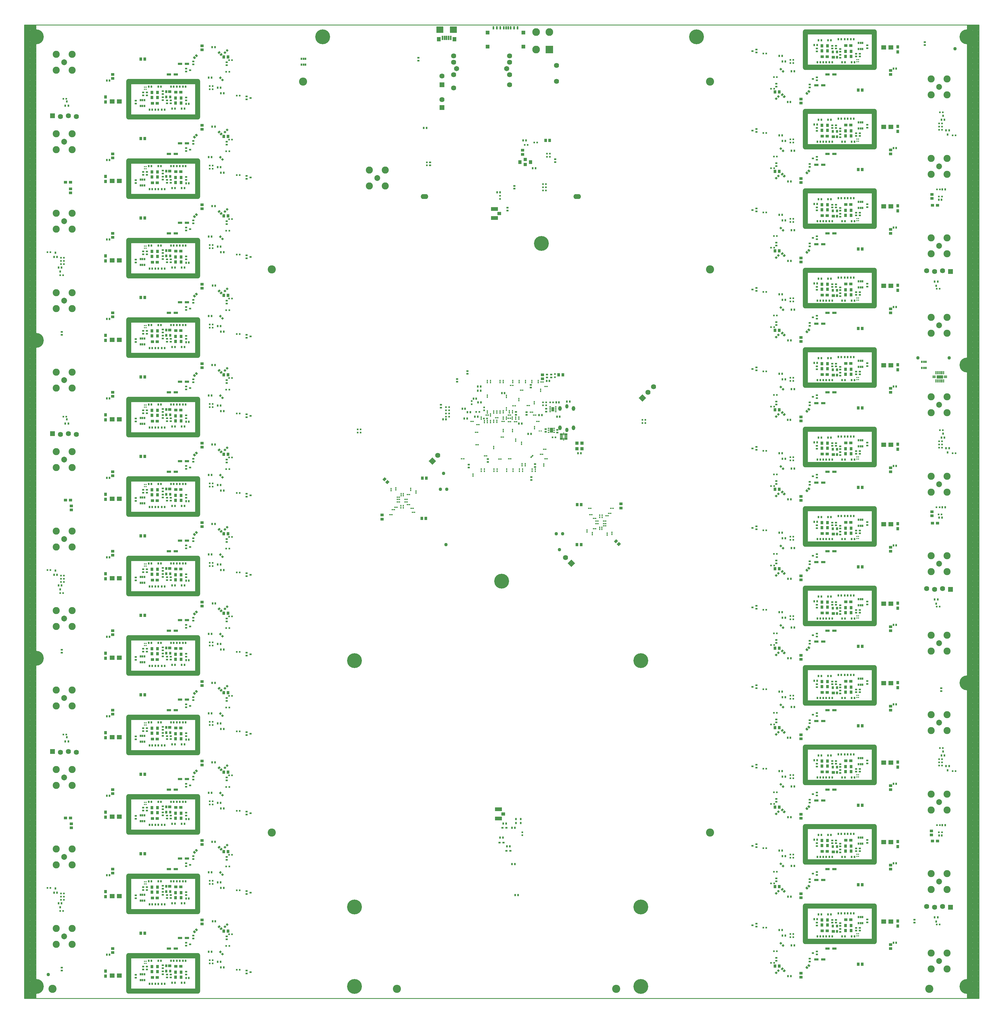
<source format=gbs>
*
*
G04 PADS VX.2.3 Build Number: 9191294 generated Gerber (RS-274-X) file*
G04 PC Version=2.1*
*
%IN "radiant_v3.pcb"*%
*
%MOIN*%
*
%FSLAX35Y35*%
*
*
*
*
G04 PC Standard Apertures*
*
*
G04 Thermal Relief Aperture macro.*
%AMTER*
1,1,$1,0,0*
1,0,$1-$2,0,0*
21,0,$3,$4,0,0,45*
21,0,$3,$4,0,0,135*
%
*
*
G04 Annular Aperture macro.*
%AMANN*
1,1,$1,0,0*
1,0,$2,0,0*
%
*
*
G04 Odd Aperture macro.*
%AMODD*
1,1,$1,0,0*
1,0,$1-0.005,0,0*
%
*
*
G04 PC Custom Aperture Macros*
*
*
*
*
*
*
G04 PC Aperture Table*
*
%ADD010C,0.001*%
%ADD017C,0.002*%
%ADD130C,0.05906*%
%ADD134C,0.01*%
%ADD135C,0.007*%
%ADD204C,0.073*%
%ADD205C,0.089*%
%ADD208R,0.024X0.028*%
%ADD213R,0.028X0.024*%
%ADD214R,0.029X0.024*%
%ADD219R,0.02369X0.02369*%
%ADD226R,0.02369X0.02762*%
%ADD232R,0.039X0.032*%
%ADD233R,0.042X0.034*%
%ADD241R,0.064X0.064*%
%ADD242C,0.064*%
%ADD251R,0.02762X0.02369*%
%ADD255R,0.06306X0.06306*%
%ADD262O,0.09455X0.06306*%
%ADD267R,0.0414X0.05124*%
%ADD268R,0.04337X0.04337*%
%ADD272R,0.016X0.02*%
%ADD273R,0.02X0.016*%
%ADD275R,0.01581X0.01778*%
%ADD276R,0.01345X0.03943*%
%ADD277R,0.03943X0.01345*%
%ADD278R,0.0788X0.03943*%
%ADD287R,0.097X0.097*%
%ADD288C,0.097*%
%ADD291O,0.04337X0.05912*%
%ADD295C,0.187*%
%ADD299C,0.06502*%
%ADD301C,0.043*%
%ADD303C,0.04337*%
%ADD304R,0.09061X0.04534*%
%ADD305R,0.04534X0.04337*%
%ADD313R,0.055X0.028*%
%ADD318R,0.024X0.029*%
%ADD319R,0.032X0.039*%
%ADD320R,0.02X0.028*%
%ADD321R,0.02762X0.0355*%
%ADD322R,0.03943X0.0355*%
%ADD323R,0.064X0.054*%
%ADD324R,0.01463X0.01581*%
%ADD325R,0.034X0.042*%
%ADD326R,0.02054X0.02762*%
%ADD327R,0.01975X0.01424*%
%ADD328R,0.0405X0.06018*%
%ADD329R,0.01975X0.01306*%
%ADD330R,0.0355X0.05518*%
%ADD331R,0.04534X0.05124*%
%ADD332R,0.02369X0.04337*%
%ADD333R,0.01975X0.05715*%
%ADD334R,0.05124X0.05518*%
%ADD335R,0.08865X0.0788*%
%ADD336R,0.01266X0.03707*%
%ADD349C,0.10243*%
%ADD350R,0.04337X0.03943*%
%ADD357O,0.03943X0.05518*%
*
*
*
*
G04 PC Circuitry*
G04 Layer Name radiant_v3.pcb - circuitry*
%LPD*%
*
*
G04 PC Custom Flashes*
G04 Layer Name radiant_v3.pcb - flashes*
%LPD*%
*
*
G04 PC Circuitry*
G04 Layer Name radiant_v3.pcb - circuitry*
%LPD*%
*
G54D10*
G54D17*
G01X612880Y780474D02*
X608496Y776090D01*
X612880Y771706*
X617264Y776090*
X612880Y780474*
X612786Y771800D02*
X612974D01*
X612586Y772000D02*
X613174D01*
X612386Y772200D02*
X613374D01*
X612186Y772400D02*
X613574D01*
X611986Y772600D02*
X613774D01*
X611786Y772800D02*
X613974D01*
X611586Y773000D02*
X614174D01*
X611386Y773200D02*
X614374D01*
X611186Y773400D02*
X614574D01*
X610986Y773600D02*
X614774D01*
X610786Y773800D02*
X614974D01*
X610586Y774000D02*
X615174D01*
X610386Y774200D02*
X615374D01*
X610186Y774400D02*
X615574D01*
X609986Y774600D02*
X615774D01*
X609786Y774800D02*
X615974D01*
X609586Y775000D02*
X616174D01*
X609386Y775200D02*
X616374D01*
X609186Y775400D02*
X616574D01*
X608986Y775600D02*
X616774D01*
X608786Y775800D02*
X616974D01*
X608586Y776000D02*
X617174D01*
X608606Y776200D02*
X617154D01*
X608806Y776400D02*
X616954D01*
X609006Y776600D02*
X616754D01*
X609206Y776800D02*
X616554D01*
X609406Y777000D02*
X616354D01*
X609606Y777200D02*
X616154D01*
X609806Y777400D02*
X615954D01*
X610006Y777600D02*
X615754D01*
X610206Y777800D02*
X615554D01*
X610406Y778000D02*
X615354D01*
X610606Y778200D02*
X615154D01*
X610806Y778400D02*
X614954D01*
X611006Y778600D02*
X614754D01*
X611206Y778800D02*
X614554D01*
X611406Y779000D02*
X614354D01*
X611606Y779200D02*
X614154D01*
X611806Y779400D02*
X613954D01*
X612006Y779600D02*
X613754D01*
X612206Y779800D02*
X613554D01*
X612406Y780000D02*
X613354D01*
X612606Y780200D02*
X613154D01*
X612806Y780400D02*
X612954D01*
X608600Y775986D02*
Y776194D01*
X608800Y775786D02*
Y776394D01*
X609000Y775586D02*
Y776594D01*
X609200Y775386D02*
Y776794D01*
X609400Y775186D02*
Y776994D01*
X609600Y774986D02*
Y777194D01*
X609800Y774786D02*
Y777394D01*
X610000Y774586D02*
Y777594D01*
X610200Y774386D02*
Y777794D01*
X610400Y774186D02*
Y777994D01*
X610600Y773986D02*
Y778194D01*
X610800Y773786D02*
Y778394D01*
X611000Y773586D02*
Y778594D01*
X611200Y773386D02*
Y778794D01*
X611400Y773186D02*
Y778994D01*
X611600Y772986D02*
Y779194D01*
X611800Y772786D02*
Y779394D01*
X612000Y772586D02*
Y779594D01*
X612200Y772386D02*
Y779794D01*
X612400Y772186D02*
Y779994D01*
X612600Y771986D02*
Y780194D01*
X612800Y771786D02*
Y780394D01*
X613000Y771826D02*
Y780354D01*
X613200Y772026D02*
Y780154D01*
X613400Y772226D02*
Y779954D01*
X613600Y772426D02*
Y779754D01*
X613800Y772626D02*
Y779554D01*
X614000Y772826D02*
Y779354D01*
X614200Y773026D02*
Y779154D01*
X614400Y773226D02*
Y778954D01*
X614600Y773426D02*
Y778754D01*
X614800Y773626D02*
Y778554D01*
X615000Y773826D02*
Y778354D01*
X615200Y774026D02*
Y778154D01*
X615400Y774226D02*
Y777954D01*
X615600Y774426D02*
Y777754D01*
X615800Y774626D02*
Y777554D01*
X616000Y774826D02*
Y777354D01*
X616200Y775026D02*
Y777154D01*
X616400Y775226D02*
Y776954D01*
X616600Y775426D02*
Y776754D01*
X616800Y775626D02*
Y776554D01*
X617000Y775826D02*
Y776354D01*
X617200Y776026D02*
Y776154D01*
X787610Y651884D02*
X783226Y647500D01*
X787610Y643116*
X791994Y647500*
X787610Y651884*
X787526Y643200D02*
X787694D01*
X787326Y643400D02*
X787894D01*
X787126Y643600D02*
X788094D01*
X786926Y643800D02*
X788294D01*
X786726Y644000D02*
X788494D01*
X786526Y644200D02*
X788694D01*
X786326Y644400D02*
X788894D01*
X786126Y644600D02*
X789094D01*
X785926Y644800D02*
X789294D01*
X785726Y645000D02*
X789494D01*
X785526Y645200D02*
X789694D01*
X785326Y645400D02*
X789894D01*
X785126Y645600D02*
X790094D01*
X784926Y645800D02*
X790294D01*
X784726Y646000D02*
X790494D01*
X784526Y646200D02*
X790694D01*
X784326Y646400D02*
X790894D01*
X784126Y646600D02*
X791094D01*
X783926Y646800D02*
X791294D01*
X783726Y647000D02*
X791494D01*
X783526Y647200D02*
X791694D01*
X783326Y647400D02*
X791894D01*
X783326Y647600D02*
X791894D01*
X783526Y647800D02*
X791694D01*
X783726Y648000D02*
X791494D01*
X783926Y648200D02*
X791294D01*
X784126Y648400D02*
X791094D01*
X784326Y648600D02*
X790894D01*
X784526Y648800D02*
X790694D01*
X784726Y649000D02*
X790494D01*
X784926Y649200D02*
X790294D01*
X785126Y649400D02*
X790094D01*
X785326Y649600D02*
X789894D01*
X785526Y649800D02*
X789694D01*
X785726Y650000D02*
X789494D01*
X785926Y650200D02*
X789294D01*
X786126Y650400D02*
X789094D01*
X786326Y650600D02*
X788894D01*
X786526Y650800D02*
X788694D01*
X786726Y651000D02*
X788494D01*
X786926Y651200D02*
X788294D01*
X787126Y651400D02*
X788094D01*
X787326Y651600D02*
X787894D01*
X787526Y651800D02*
X787694D01*
X783400Y647326D02*
Y647674D01*
X783600Y647126D02*
Y647874D01*
X783800Y646926D02*
Y648074D01*
X784000Y646726D02*
Y648274D01*
X784200Y646526D02*
Y648474D01*
X784400Y646326D02*
Y648674D01*
X784600Y646126D02*
Y648874D01*
X784800Y645926D02*
Y649074D01*
X785000Y645726D02*
Y649274D01*
X785200Y645526D02*
Y649474D01*
X785400Y645326D02*
Y649674D01*
X785600Y645126D02*
Y649874D01*
X785800Y644926D02*
Y650074D01*
X786000Y644726D02*
Y650274D01*
X786200Y644526D02*
Y650474D01*
X786400Y644326D02*
Y650674D01*
X786600Y644126D02*
Y650874D01*
X786800Y643926D02*
Y651074D01*
X787000Y643726D02*
Y651274D01*
X787200Y643526D02*
Y651474D01*
X787400Y643326D02*
Y651674D01*
X787600Y643126D02*
Y651874D01*
X787800Y643306D02*
Y651694D01*
X788000Y643506D02*
Y651494D01*
X788200Y643706D02*
Y651294D01*
X788400Y643906D02*
Y651094D01*
X788600Y644106D02*
Y650894D01*
X788800Y644306D02*
Y650694D01*
X789000Y644506D02*
Y650494D01*
X789200Y644706D02*
Y650294D01*
X789400Y644906D02*
Y650094D01*
X789600Y645106D02*
Y649894D01*
X789800Y645306D02*
Y649694D01*
X790000Y645506D02*
Y649494D01*
X790200Y645706D02*
Y649294D01*
X790400Y645906D02*
Y649094D01*
X790600Y646106D02*
Y648894D01*
X790800Y646306D02*
Y648694D01*
X791000Y646506D02*
Y648494D01*
X791200Y646706D02*
Y648294D01*
X791400Y646906D02*
Y648094D01*
X791600Y647106D02*
Y647894D01*
X791800Y647306D02*
Y647694D01*
X776919Y804383D02*
X773412D01*
X773411Y803317*
X776918*
X776919Y804383*
X773411Y803400D02*
X776918D01*
X773411Y803600D02*
X776918D01*
X773411Y803800D02*
X776918D01*
X773412Y804000D02*
X776919D01*
X773412Y804200D02*
X776919D01*
X773600Y803317D02*
Y804383D01*
X773800Y803317D02*
Y804383D01*
X774000Y803317D02*
Y804383D01*
X774200Y803317D02*
Y804383D01*
X774400Y803317D02*
Y804383D01*
X774600Y803317D02*
Y804383D01*
X774800Y803317D02*
Y804383D01*
X775000Y803317D02*
Y804383D01*
X775200Y803317D02*
Y804383D01*
X775400Y803317D02*
Y804383D01*
X775600Y803317D02*
Y804383D01*
X775800Y803317D02*
Y804383D01*
X776000Y803317D02*
Y804383D01*
X776200Y803317D02*
Y804383D01*
X776400Y803317D02*
Y804383D01*
X776600Y803317D02*
Y804383D01*
X776800Y803317D02*
Y804383D01*
X776919Y805958D02*
X773412D01*
X773411Y804892*
X776918*
X776919Y805958*
X773411Y805000D02*
X776918D01*
X773411Y805200D02*
X776918D01*
X773411Y805400D02*
X776918D01*
X773412Y805600D02*
X776919D01*
X773412Y805800D02*
X776919D01*
X773600Y804892D02*
Y805958D01*
X773800Y804892D02*
Y805958D01*
X774000Y804892D02*
Y805958D01*
X774200Y804892D02*
Y805958D01*
X774400Y804892D02*
Y805958D01*
X774600Y804892D02*
Y805958D01*
X774800Y804892D02*
Y805958D01*
X775000Y804892D02*
Y805958D01*
X775200Y804892D02*
Y805958D01*
X775400Y804892D02*
Y805958D01*
X775600Y804892D02*
Y805958D01*
X775800Y804892D02*
Y805958D01*
X776000Y804892D02*
Y805958D01*
X776200Y804892D02*
Y805958D01*
X776400Y804892D02*
Y805958D01*
X776600Y804892D02*
Y805958D01*
X776800Y804892D02*
Y805958D01*
X776919Y807533D02*
X773412D01*
X773411Y806467*
X776918*
X776919Y807533*
X773411Y806600D02*
X776918D01*
X773411Y806800D02*
X776918D01*
X773412Y807000D02*
X776918D01*
X773412Y807200D02*
X776919D01*
X773412Y807400D02*
X776919D01*
X773600Y806467D02*
Y807533D01*
X773800Y806467D02*
Y807533D01*
X774000Y806467D02*
Y807533D01*
X774200Y806467D02*
Y807533D01*
X774400Y806467D02*
Y807533D01*
X774600Y806467D02*
Y807533D01*
X774800Y806467D02*
Y807533D01*
X775000Y806467D02*
Y807533D01*
X775200Y806467D02*
Y807533D01*
X775400Y806467D02*
Y807533D01*
X775600Y806467D02*
Y807533D01*
X775800Y806467D02*
Y807533D01*
X776000Y806467D02*
Y807533D01*
X776200Y806467D02*
Y807533D01*
X776400Y806467D02*
Y807533D01*
X776600Y806467D02*
Y807533D01*
X776800Y806467D02*
Y807533D01*
X776919Y809108D02*
X773412D01*
X773411Y808042*
X776918*
X776919Y809108*
X773411Y808200D02*
X776918D01*
X773411Y808400D02*
X776918D01*
X773412Y808600D02*
X776919D01*
X773412Y808800D02*
X776919D01*
X773412Y809000D02*
X776919D01*
X773600Y808042D02*
Y809108D01*
X773800Y808042D02*
Y809108D01*
X774000Y808042D02*
Y809108D01*
X774200Y808042D02*
Y809108D01*
X774400Y808042D02*
Y809108D01*
X774600Y808042D02*
Y809108D01*
X774800Y808042D02*
Y809108D01*
X775000Y808042D02*
Y809108D01*
X775200Y808042D02*
Y809108D01*
X775400Y808042D02*
Y809108D01*
X775600Y808042D02*
Y809108D01*
X775800Y808042D02*
Y809108D01*
X776000Y808042D02*
Y809108D01*
X776200Y808042D02*
Y809108D01*
X776400Y808042D02*
Y809108D01*
X776600Y808042D02*
Y809108D01*
X776800Y808042D02*
Y809108D01*
X776919Y810683D02*
X773412D01*
X773411Y809617*
X776918*
X776919Y810683*
X773411Y809800D02*
X776918D01*
X773411Y810000D02*
X776918D01*
X773412Y810200D02*
X776919D01*
X773412Y810400D02*
X776919D01*
X773412Y810600D02*
X776919D01*
X773600Y809617D02*
Y810683D01*
X773800Y809617D02*
Y810683D01*
X774000Y809617D02*
Y810683D01*
X774200Y809617D02*
Y810683D01*
X774400Y809617D02*
Y810683D01*
X774600Y809617D02*
Y810683D01*
X774800Y809617D02*
Y810683D01*
X775000Y809617D02*
Y810683D01*
X775200Y809617D02*
Y810683D01*
X775400Y809617D02*
Y810683D01*
X775600Y809617D02*
Y810683D01*
X775800Y809617D02*
Y810683D01*
X776000Y809617D02*
Y810683D01*
X776200Y809617D02*
Y810683D01*
X776400Y809617D02*
Y810683D01*
X776600Y809617D02*
Y810683D01*
X776800Y809617D02*
Y810683D01*
X782589D02*
X779082D01*
X779081Y809617*
X782588*
X782589Y810683*
X779081Y809800D02*
X782588D01*
X779081Y810000D02*
X782588D01*
X779082Y810200D02*
X782589D01*
X779082Y810400D02*
X782589D01*
X779082Y810600D02*
X782589D01*
X779200Y809617D02*
Y810683D01*
X779400Y809617D02*
Y810683D01*
X779600Y809617D02*
Y810683D01*
X779800Y809617D02*
Y810683D01*
X780000Y809617D02*
Y810683D01*
X780200Y809617D02*
Y810683D01*
X780400Y809617D02*
Y810683D01*
X780600Y809617D02*
Y810683D01*
X780800Y809617D02*
Y810683D01*
X781000Y809617D02*
Y810683D01*
X781200Y809617D02*
Y810683D01*
X781400Y809617D02*
Y810683D01*
X781600Y809617D02*
Y810683D01*
X781800Y809617D02*
Y810683D01*
X782000Y809617D02*
Y810683D01*
X782200Y809617D02*
Y810683D01*
X782400Y809617D02*
Y810683D01*
X782589Y809108D02*
X779082D01*
X779081Y808042*
X782588*
X782589Y809108*
X779081Y808200D02*
X782588D01*
X779081Y808400D02*
X782588D01*
X779082Y808600D02*
X782589D01*
X779082Y808800D02*
X782589D01*
X779082Y809000D02*
X782589D01*
X779200Y808042D02*
Y809108D01*
X779400Y808042D02*
Y809108D01*
X779600Y808042D02*
Y809108D01*
X779800Y808042D02*
Y809108D01*
X780000Y808042D02*
Y809108D01*
X780200Y808042D02*
Y809108D01*
X780400Y808042D02*
Y809108D01*
X780600Y808042D02*
Y809108D01*
X780800Y808042D02*
Y809108D01*
X781000Y808042D02*
Y809108D01*
X781200Y808042D02*
Y809108D01*
X781400Y808042D02*
Y809108D01*
X781600Y808042D02*
Y809108D01*
X781800Y808042D02*
Y809108D01*
X782000Y808042D02*
Y809108D01*
X782200Y808042D02*
Y809108D01*
X782400Y808042D02*
Y809108D01*
X782589Y807533D02*
X779082D01*
X779081Y806467*
X782588*
X782589Y807533*
X779081Y806600D02*
X782588D01*
X779081Y806800D02*
X782588D01*
X779082Y807000D02*
X782588D01*
X779082Y807200D02*
X782589D01*
X779082Y807400D02*
X782589D01*
X779200Y806467D02*
Y807533D01*
X779400Y806467D02*
Y807533D01*
X779600Y806467D02*
Y807533D01*
X779800Y806467D02*
Y807533D01*
X780000Y806467D02*
Y807533D01*
X780200Y806467D02*
Y807533D01*
X780400Y806467D02*
Y807533D01*
X780600Y806467D02*
Y807533D01*
X780800Y806467D02*
Y807533D01*
X781000Y806467D02*
Y807533D01*
X781200Y806467D02*
Y807533D01*
X781400Y806467D02*
Y807533D01*
X781600Y806467D02*
Y807533D01*
X781800Y806467D02*
Y807533D01*
X782000Y806467D02*
Y807533D01*
X782200Y806467D02*
Y807533D01*
X782400Y806467D02*
Y807533D01*
X782589Y805958D02*
X779082D01*
X779081Y804892*
X782588*
X782589Y805958*
X779081Y805000D02*
X782588D01*
X779081Y805200D02*
X782588D01*
X779081Y805400D02*
X782588D01*
X779082Y805600D02*
X782589D01*
X779082Y805800D02*
X782589D01*
X779200Y804892D02*
Y805958D01*
X779400Y804892D02*
Y805958D01*
X779600Y804892D02*
Y805958D01*
X779800Y804892D02*
Y805958D01*
X780000Y804892D02*
Y805958D01*
X780200Y804892D02*
Y805958D01*
X780400Y804892D02*
Y805958D01*
X780600Y804892D02*
Y805958D01*
X780800Y804892D02*
Y805958D01*
X781000Y804892D02*
Y805958D01*
X781200Y804892D02*
Y805958D01*
X781400Y804892D02*
Y805958D01*
X781600Y804892D02*
Y805958D01*
X781800Y804892D02*
Y805958D01*
X782000Y804892D02*
Y805958D01*
X782200Y804892D02*
Y805958D01*
X782400Y804892D02*
Y805958D01*
X782589Y804383D02*
X779082D01*
X779081Y803317*
X782588*
X782589Y804383*
X779081Y803400D02*
X782588D01*
X779081Y803600D02*
X782588D01*
X779081Y803800D02*
X782588D01*
X779082Y804000D02*
X782589D01*
X779082Y804200D02*
X782589D01*
X779200Y803317D02*
Y804383D01*
X779400Y803317D02*
Y804383D01*
X779600Y803317D02*
Y804383D01*
X779800Y803317D02*
Y804383D01*
X780000Y803317D02*
Y804383D01*
X780200Y803317D02*
Y804383D01*
X780400Y803317D02*
Y804383D01*
X780600Y803317D02*
Y804383D01*
X780800Y803317D02*
Y804383D01*
X781000Y803317D02*
Y804383D01*
X781200Y803317D02*
Y804383D01*
X781400Y803317D02*
Y804383D01*
X781600Y803317D02*
Y804383D01*
X781800Y803317D02*
Y804383D01*
X782000Y803317D02*
Y804383D01*
X782200Y803317D02*
Y804383D01*
X782400Y803317D02*
Y804383D01*
X352108Y191641D02*
X350575Y190108D01*
X352108Y188575*
X353641Y190108*
X352108Y191641*
X352083Y188600D02*
X352133D01*
X351883Y188800D02*
X352333D01*
X351683Y189000D02*
X352533D01*
X351483Y189200D02*
X352733D01*
X351283Y189400D02*
X352933D01*
X351083Y189600D02*
X353133D01*
X350883Y189800D02*
X353333D01*
X350683Y190000D02*
X353533D01*
X350667Y190200D02*
X353549D01*
X350867Y190400D02*
X353349D01*
X351067Y190600D02*
X353149D01*
X351267Y190800D02*
X352949D01*
X351467Y191000D02*
X352749D01*
X351667Y191200D02*
X352549D01*
X351867Y191400D02*
X352349D01*
X352067Y191600D02*
X352149D01*
X350600Y190083D02*
Y190133D01*
X350800Y189883D02*
Y190333D01*
X351000Y189683D02*
Y190533D01*
X351200Y189483D02*
Y190733D01*
X351400Y189283D02*
Y190933D01*
X351600Y189083D02*
Y191133D01*
X351800Y188883D02*
Y191333D01*
X352000Y188683D02*
Y191533D01*
X352200Y188667D02*
Y191549D01*
X352400Y188867D02*
Y191349D01*
X352600Y189067D02*
Y191149D01*
X352800Y189267D02*
Y190949D01*
X353000Y189467D02*
Y190749D01*
X353200Y189667D02*
Y190549D01*
X353400Y189867D02*
Y190349D01*
X353600Y190067D02*
Y190149D01*
X354892Y194425D02*
X353359Y192892D01*
X354892Y191359*
X356425Y192892*
X354892Y194425*
X354851Y191400D02*
X354933D01*
X354651Y191600D02*
X355133D01*
X354451Y191800D02*
X355333D01*
X354251Y192000D02*
X355533D01*
X354051Y192200D02*
X355733D01*
X353851Y192400D02*
X355933D01*
X353651Y192600D02*
X356133D01*
X353451Y192800D02*
X356333D01*
X353467Y193000D02*
X356317D01*
X353667Y193200D02*
X356117D01*
X353867Y193400D02*
X355917D01*
X354067Y193600D02*
X355717D01*
X354267Y193800D02*
X355517D01*
X354467Y194000D02*
X355317D01*
X354667Y194200D02*
X355117D01*
X354867Y194400D02*
X354917D01*
X353400Y192851D02*
Y192933D01*
X353600Y192651D02*
Y193133D01*
X353800Y192451D02*
Y193333D01*
X354000Y192251D02*
Y193533D01*
X354200Y192051D02*
Y193733D01*
X354400Y191851D02*
Y193933D01*
X354600Y191651D02*
Y194133D01*
X354800Y191451D02*
Y194333D01*
X355000Y191467D02*
Y194317D01*
X355200Y191667D02*
Y194117D01*
X355400Y191867D02*
Y193917D01*
X355600Y192067D02*
Y193717D01*
X355800Y192267D02*
Y193517D01*
X356000Y192467D02*
Y193317D01*
X356200Y192667D02*
Y193117D01*
X356400Y192867D02*
Y192917D01*
X347841Y158492D02*
X346308Y160025D01*
X344775Y158492*
X346308Y156959*
X347841Y158492*
X346267Y157000D02*
X346349D01*
X346067Y157200D02*
X346549D01*
X345867Y157400D02*
X346749D01*
X345667Y157600D02*
X346949D01*
X345467Y157800D02*
X347149D01*
X345267Y158000D02*
X347349D01*
X345067Y158200D02*
X347549D01*
X344867Y158400D02*
X347749D01*
X344883Y158600D02*
X347733D01*
X345083Y158800D02*
X347533D01*
X345283Y159000D02*
X347333D01*
X345483Y159200D02*
X347133D01*
X345683Y159400D02*
X346933D01*
X345883Y159600D02*
X346733D01*
X346083Y159800D02*
X346533D01*
X346283Y160000D02*
X346333D01*
X344800Y158467D02*
Y158517D01*
X345000Y158267D02*
Y158717D01*
X345200Y158067D02*
Y158917D01*
X345400Y157867D02*
Y159117D01*
X345600Y157667D02*
Y159317D01*
X345800Y157467D02*
Y159517D01*
X346000Y157267D02*
Y159717D01*
X346200Y157067D02*
Y159917D01*
X346400Y157051D02*
Y159933D01*
X346600Y157251D02*
Y159733D01*
X346800Y157451D02*
Y159533D01*
X347000Y157651D02*
Y159333D01*
X347200Y157851D02*
Y159133D01*
X347400Y158051D02*
Y158933D01*
X347600Y158251D02*
Y158733D01*
X347800Y158451D02*
Y158533D01*
X350625Y155708D02*
X349092Y157241D01*
X347559Y155708*
X349092Y154175*
X350625Y155708*
X349067Y154200D02*
X349117D01*
X348867Y154400D02*
X349317D01*
X348667Y154600D02*
X349517D01*
X348467Y154800D02*
X349717D01*
X348267Y155000D02*
X349917D01*
X348067Y155200D02*
X350117D01*
X347867Y155400D02*
X350317D01*
X347667Y155600D02*
X350517D01*
X347651Y155800D02*
X350533D01*
X347851Y156000D02*
X350333D01*
X348051Y156200D02*
X350133D01*
X348251Y156400D02*
X349933D01*
X348451Y156600D02*
X349733D01*
X348651Y156800D02*
X349533D01*
X348851Y157000D02*
X349333D01*
X349051Y157200D02*
X349133D01*
X347600Y155667D02*
Y155749D01*
X347800Y155467D02*
Y155949D01*
X348000Y155267D02*
Y156149D01*
X348200Y155067D02*
Y156349D01*
X348400Y154867D02*
Y156549D01*
X348600Y154667D02*
Y156749D01*
X348800Y154467D02*
Y156949D01*
X349000Y154267D02*
Y157149D01*
X349200Y154283D02*
Y157133D01*
X349400Y154483D02*
Y156933D01*
X349600Y154683D02*
Y156733D01*
X349800Y154883D02*
Y156533D01*
X350000Y155083D02*
Y156333D01*
X350200Y155283D02*
Y156133D01*
X350400Y155483D02*
Y155933D01*
X350600Y155683D02*
Y155733D01*
X352108Y291641D02*
X350575Y290108D01*
X352108Y288575*
X353641Y290108*
X352108Y291641*
X352083Y288600D02*
X352133D01*
X351883Y288800D02*
X352333D01*
X351683Y289000D02*
X352533D01*
X351483Y289200D02*
X352733D01*
X351283Y289400D02*
X352933D01*
X351083Y289600D02*
X353133D01*
X350883Y289800D02*
X353333D01*
X350683Y290000D02*
X353533D01*
X350667Y290200D02*
X353549D01*
X350867Y290400D02*
X353349D01*
X351067Y290600D02*
X353149D01*
X351267Y290800D02*
X352949D01*
X351467Y291000D02*
X352749D01*
X351667Y291200D02*
X352549D01*
X351867Y291400D02*
X352349D01*
X352067Y291600D02*
X352149D01*
X350600Y290083D02*
Y290133D01*
X350800Y289883D02*
Y290333D01*
X351000Y289683D02*
Y290533D01*
X351200Y289483D02*
Y290733D01*
X351400Y289283D02*
Y290933D01*
X351600Y289083D02*
Y291133D01*
X351800Y288883D02*
Y291333D01*
X352000Y288683D02*
Y291533D01*
X352200Y288667D02*
Y291549D01*
X352400Y288867D02*
Y291349D01*
X352600Y289067D02*
Y291149D01*
X352800Y289267D02*
Y290949D01*
X353000Y289467D02*
Y290749D01*
X353200Y289667D02*
Y290549D01*
X353400Y289867D02*
Y290349D01*
X353600Y290067D02*
Y290149D01*
X354892Y294425D02*
X353359Y292892D01*
X354892Y291359*
X356425Y292892*
X354892Y294425*
X354851Y291400D02*
X354933D01*
X354651Y291600D02*
X355133D01*
X354451Y291800D02*
X355333D01*
X354251Y292000D02*
X355533D01*
X354051Y292200D02*
X355733D01*
X353851Y292400D02*
X355933D01*
X353651Y292600D02*
X356133D01*
X353451Y292800D02*
X356333D01*
X353467Y293000D02*
X356317D01*
X353667Y293200D02*
X356117D01*
X353867Y293400D02*
X355917D01*
X354067Y293600D02*
X355717D01*
X354267Y293800D02*
X355517D01*
X354467Y294000D02*
X355317D01*
X354667Y294200D02*
X355117D01*
X354867Y294400D02*
X354917D01*
X353400Y292851D02*
Y292933D01*
X353600Y292651D02*
Y293133D01*
X353800Y292451D02*
Y293333D01*
X354000Y292251D02*
Y293533D01*
X354200Y292051D02*
Y293733D01*
X354400Y291851D02*
Y293933D01*
X354600Y291651D02*
Y294133D01*
X354800Y291451D02*
Y294333D01*
X355000Y291467D02*
Y294317D01*
X355200Y291667D02*
Y294117D01*
X355400Y291867D02*
Y293917D01*
X355600Y292067D02*
Y293717D01*
X355800Y292267D02*
Y293517D01*
X356000Y292467D02*
Y293317D01*
X356200Y292667D02*
Y293117D01*
X356400Y292867D02*
Y292917D01*
X347841Y258492D02*
X346308Y260025D01*
X344775Y258492*
X346308Y256959*
X347841Y258492*
X346267Y257000D02*
X346349D01*
X346067Y257200D02*
X346549D01*
X345867Y257400D02*
X346749D01*
X345667Y257600D02*
X346949D01*
X345467Y257800D02*
X347149D01*
X345267Y258000D02*
X347349D01*
X345067Y258200D02*
X347549D01*
X344867Y258400D02*
X347749D01*
X344883Y258600D02*
X347733D01*
X345083Y258800D02*
X347533D01*
X345283Y259000D02*
X347333D01*
X345483Y259200D02*
X347133D01*
X345683Y259400D02*
X346933D01*
X345883Y259600D02*
X346733D01*
X346083Y259800D02*
X346533D01*
X346283Y260000D02*
X346333D01*
X344800Y258467D02*
Y258517D01*
X345000Y258267D02*
Y258717D01*
X345200Y258067D02*
Y258917D01*
X345400Y257867D02*
Y259117D01*
X345600Y257667D02*
Y259317D01*
X345800Y257467D02*
Y259517D01*
X346000Y257267D02*
Y259717D01*
X346200Y257067D02*
Y259917D01*
X346400Y257051D02*
Y259933D01*
X346600Y257251D02*
Y259733D01*
X346800Y257451D02*
Y259533D01*
X347000Y257651D02*
Y259333D01*
X347200Y257851D02*
Y259133D01*
X347400Y258051D02*
Y258933D01*
X347600Y258251D02*
Y258733D01*
X347800Y258451D02*
Y258533D01*
X350625Y255708D02*
X349092Y257241D01*
X347559Y255708*
X349092Y254175*
X350625Y255708*
X349067Y254200D02*
X349117D01*
X348867Y254400D02*
X349317D01*
X348667Y254600D02*
X349517D01*
X348467Y254800D02*
X349717D01*
X348267Y255000D02*
X349917D01*
X348067Y255200D02*
X350117D01*
X347867Y255400D02*
X350317D01*
X347667Y255600D02*
X350517D01*
X347651Y255800D02*
X350533D01*
X347851Y256000D02*
X350333D01*
X348051Y256200D02*
X350133D01*
X348251Y256400D02*
X349933D01*
X348451Y256600D02*
X349733D01*
X348651Y256800D02*
X349533D01*
X348851Y257000D02*
X349333D01*
X349051Y257200D02*
X349133D01*
X347600Y255667D02*
Y255749D01*
X347800Y255467D02*
Y255949D01*
X348000Y255267D02*
Y256149D01*
X348200Y255067D02*
Y256349D01*
X348400Y254867D02*
Y256549D01*
X348600Y254667D02*
Y256749D01*
X348800Y254467D02*
Y256949D01*
X349000Y254267D02*
Y257149D01*
X349200Y254283D02*
Y257133D01*
X349400Y254483D02*
Y256933D01*
X349600Y254683D02*
Y256733D01*
X349800Y254883D02*
Y256533D01*
X350000Y255083D02*
Y256333D01*
X350200Y255283D02*
Y256133D01*
X350400Y255483D02*
Y255933D01*
X350600Y255683D02*
Y255733D01*
X352108Y391641D02*
X350575Y390108D01*
X352108Y388575*
X353641Y390108*
X352108Y391641*
X352083Y388600D02*
X352133D01*
X351883Y388800D02*
X352333D01*
X351683Y389000D02*
X352533D01*
X351483Y389200D02*
X352733D01*
X351283Y389400D02*
X352933D01*
X351083Y389600D02*
X353133D01*
X350883Y389800D02*
X353333D01*
X350683Y390000D02*
X353533D01*
X350667Y390200D02*
X353549D01*
X350867Y390400D02*
X353349D01*
X351067Y390600D02*
X353149D01*
X351267Y390800D02*
X352949D01*
X351467Y391000D02*
X352749D01*
X351667Y391200D02*
X352549D01*
X351867Y391400D02*
X352349D01*
X352067Y391600D02*
X352149D01*
X350600Y390083D02*
Y390133D01*
X350800Y389883D02*
Y390333D01*
X351000Y389683D02*
Y390533D01*
X351200Y389483D02*
Y390733D01*
X351400Y389283D02*
Y390933D01*
X351600Y389083D02*
Y391133D01*
X351800Y388883D02*
Y391333D01*
X352000Y388683D02*
Y391533D01*
X352200Y388667D02*
Y391549D01*
X352400Y388867D02*
Y391349D01*
X352600Y389067D02*
Y391149D01*
X352800Y389267D02*
Y390949D01*
X353000Y389467D02*
Y390749D01*
X353200Y389667D02*
Y390549D01*
X353400Y389867D02*
Y390349D01*
X353600Y390067D02*
Y390149D01*
X354892Y394425D02*
X353359Y392892D01*
X354892Y391359*
X356425Y392892*
X354892Y394425*
X354851Y391400D02*
X354933D01*
X354651Y391600D02*
X355133D01*
X354451Y391800D02*
X355333D01*
X354251Y392000D02*
X355533D01*
X354051Y392200D02*
X355733D01*
X353851Y392400D02*
X355933D01*
X353651Y392600D02*
X356133D01*
X353451Y392800D02*
X356333D01*
X353467Y393000D02*
X356317D01*
X353667Y393200D02*
X356117D01*
X353867Y393400D02*
X355917D01*
X354067Y393600D02*
X355717D01*
X354267Y393800D02*
X355517D01*
X354467Y394000D02*
X355317D01*
X354667Y394200D02*
X355117D01*
X354867Y394400D02*
X354917D01*
X353400Y392851D02*
Y392933D01*
X353600Y392651D02*
Y393133D01*
X353800Y392451D02*
Y393333D01*
X354000Y392251D02*
Y393533D01*
X354200Y392051D02*
Y393733D01*
X354400Y391851D02*
Y393933D01*
X354600Y391651D02*
Y394133D01*
X354800Y391451D02*
Y394333D01*
X355000Y391467D02*
Y394317D01*
X355200Y391667D02*
Y394117D01*
X355400Y391867D02*
Y393917D01*
X355600Y392067D02*
Y393717D01*
X355800Y392267D02*
Y393517D01*
X356000Y392467D02*
Y393317D01*
X356200Y392667D02*
Y393117D01*
X356400Y392867D02*
Y392917D01*
X347841Y358492D02*
X346308Y360025D01*
X344775Y358492*
X346308Y356959*
X347841Y358492*
X346267Y357000D02*
X346349D01*
X346067Y357200D02*
X346549D01*
X345867Y357400D02*
X346749D01*
X345667Y357600D02*
X346949D01*
X345467Y357800D02*
X347149D01*
X345267Y358000D02*
X347349D01*
X345067Y358200D02*
X347549D01*
X344867Y358400D02*
X347749D01*
X344883Y358600D02*
X347733D01*
X345083Y358800D02*
X347533D01*
X345283Y359000D02*
X347333D01*
X345483Y359200D02*
X347133D01*
X345683Y359400D02*
X346933D01*
X345883Y359600D02*
X346733D01*
X346083Y359800D02*
X346533D01*
X346283Y360000D02*
X346333D01*
X344800Y358467D02*
Y358517D01*
X345000Y358267D02*
Y358717D01*
X345200Y358067D02*
Y358917D01*
X345400Y357867D02*
Y359117D01*
X345600Y357667D02*
Y359317D01*
X345800Y357467D02*
Y359517D01*
X346000Y357267D02*
Y359717D01*
X346200Y357067D02*
Y359917D01*
X346400Y357051D02*
Y359933D01*
X346600Y357251D02*
Y359733D01*
X346800Y357451D02*
Y359533D01*
X347000Y357651D02*
Y359333D01*
X347200Y357851D02*
Y359133D01*
X347400Y358051D02*
Y358933D01*
X347600Y358251D02*
Y358733D01*
X347800Y358451D02*
Y358533D01*
X350625Y355708D02*
X349092Y357241D01*
X347559Y355708*
X349092Y354175*
X350625Y355708*
X349067Y354200D02*
X349117D01*
X348867Y354400D02*
X349317D01*
X348667Y354600D02*
X349517D01*
X348467Y354800D02*
X349717D01*
X348267Y355000D02*
X349917D01*
X348067Y355200D02*
X350117D01*
X347867Y355400D02*
X350317D01*
X347667Y355600D02*
X350517D01*
X347651Y355800D02*
X350533D01*
X347851Y356000D02*
X350333D01*
X348051Y356200D02*
X350133D01*
X348251Y356400D02*
X349933D01*
X348451Y356600D02*
X349733D01*
X348651Y356800D02*
X349533D01*
X348851Y357000D02*
X349333D01*
X349051Y357200D02*
X349133D01*
X347600Y355667D02*
Y355749D01*
X347800Y355467D02*
Y355949D01*
X348000Y355267D02*
Y356149D01*
X348200Y355067D02*
Y356349D01*
X348400Y354867D02*
Y356549D01*
X348600Y354667D02*
Y356749D01*
X348800Y354467D02*
Y356949D01*
X349000Y354267D02*
Y357149D01*
X349200Y354283D02*
Y357133D01*
X349400Y354483D02*
Y356933D01*
X349600Y354683D02*
Y356733D01*
X349800Y354883D02*
Y356533D01*
X350000Y355083D02*
Y356333D01*
X350200Y355283D02*
Y356133D01*
X350400Y355483D02*
Y355933D01*
X350600Y355683D02*
Y355733D01*
X347841Y458492D02*
X346308Y460025D01*
X344775Y458492*
X346308Y456959*
X347841Y458492*
X346267Y457000D02*
X346349D01*
X346067Y457200D02*
X346549D01*
X345867Y457400D02*
X346749D01*
X345667Y457600D02*
X346949D01*
X345467Y457800D02*
X347149D01*
X345267Y458000D02*
X347349D01*
X345067Y458200D02*
X347549D01*
X344867Y458400D02*
X347749D01*
X344883Y458600D02*
X347733D01*
X345083Y458800D02*
X347533D01*
X345283Y459000D02*
X347333D01*
X345483Y459200D02*
X347133D01*
X345683Y459400D02*
X346933D01*
X345883Y459600D02*
X346733D01*
X346083Y459800D02*
X346533D01*
X346283Y460000D02*
X346333D01*
X344800Y458467D02*
Y458517D01*
X345000Y458267D02*
Y458717D01*
X345200Y458067D02*
Y458917D01*
X345400Y457867D02*
Y459117D01*
X345600Y457667D02*
Y459317D01*
X345800Y457467D02*
Y459517D01*
X346000Y457267D02*
Y459717D01*
X346200Y457067D02*
Y459917D01*
X346400Y457051D02*
Y459933D01*
X346600Y457251D02*
Y459733D01*
X346800Y457451D02*
Y459533D01*
X347000Y457651D02*
Y459333D01*
X347200Y457851D02*
Y459133D01*
X347400Y458051D02*
Y458933D01*
X347600Y458251D02*
Y458733D01*
X347800Y458451D02*
Y458533D01*
X350625Y455708D02*
X349092Y457241D01*
X347559Y455708*
X349092Y454175*
X350625Y455708*
X349067Y454200D02*
X349117D01*
X348867Y454400D02*
X349317D01*
X348667Y454600D02*
X349517D01*
X348467Y454800D02*
X349717D01*
X348267Y455000D02*
X349917D01*
X348067Y455200D02*
X350117D01*
X347867Y455400D02*
X350317D01*
X347667Y455600D02*
X350517D01*
X347651Y455800D02*
X350533D01*
X347851Y456000D02*
X350333D01*
X348051Y456200D02*
X350133D01*
X348251Y456400D02*
X349933D01*
X348451Y456600D02*
X349733D01*
X348651Y456800D02*
X349533D01*
X348851Y457000D02*
X349333D01*
X349051Y457200D02*
X349133D01*
X347600Y455667D02*
Y455749D01*
X347800Y455467D02*
Y455949D01*
X348000Y455267D02*
Y456149D01*
X348200Y455067D02*
Y456349D01*
X348400Y454867D02*
Y456549D01*
X348600Y454667D02*
Y456749D01*
X348800Y454467D02*
Y456949D01*
X349000Y454267D02*
Y457149D01*
X349200Y454283D02*
Y457133D01*
X349400Y454483D02*
Y456933D01*
X349600Y454683D02*
Y456733D01*
X349800Y454883D02*
Y456533D01*
X350000Y455083D02*
Y456333D01*
X350200Y455283D02*
Y456133D01*
X350400Y455483D02*
Y455933D01*
X350600Y455683D02*
Y455733D01*
X344606Y188556D02*
X346444Y190394D01*
X344889Y191950*
X343050Y190111*
X344606Y188556*
X344562Y188600D02*
X344650D01*
X344362Y188800D02*
X344850D01*
X344162Y189000D02*
X345050D01*
X343962Y189200D02*
X345250D01*
X343762Y189400D02*
X345450D01*
X343562Y189600D02*
X345650D01*
X343362Y189800D02*
X345850D01*
X343162Y190000D02*
X346050D01*
X343139Y190200D02*
X346250D01*
X343339Y190400D02*
X346438D01*
X343539Y190600D02*
X346238D01*
X343739Y190800D02*
X346038D01*
X343939Y191000D02*
X345838D01*
X344139Y191200D02*
X345638D01*
X344339Y191400D02*
X345438D01*
X344539Y191600D02*
X345238D01*
X344739Y191800D02*
X345038D01*
X343200Y189962D02*
Y190261D01*
X343400Y189762D02*
Y190461D01*
X343600Y189562D02*
Y190661D01*
X343800Y189362D02*
Y190861D01*
X344000Y189162D02*
Y191061D01*
X344200Y188962D02*
Y191261D01*
X344400Y188762D02*
Y191461D01*
X344600Y188562D02*
Y191661D01*
X344800Y188750D02*
Y191861D01*
X345000Y188950D02*
Y191838D01*
X345200Y189150D02*
Y191638D01*
X345400Y189350D02*
Y191438D01*
X345600Y189550D02*
Y191238D01*
X345800Y189750D02*
Y191038D01*
X346000Y189950D02*
Y190838D01*
X346200Y190150D02*
Y190638D01*
X346400Y190350D02*
Y190438D01*
X347111Y186050D02*
X348950Y187889D01*
X347394Y189444*
X345556Y187606*
X347111Y186050*
X346962Y186200D02*
X347261D01*
X346762Y186400D02*
X347461D01*
X346562Y186600D02*
X347661D01*
X346362Y186800D02*
X347861D01*
X346162Y187000D02*
X348061D01*
X345962Y187200D02*
X348261D01*
X345762Y187400D02*
X348461D01*
X345562Y187600D02*
X348661D01*
X345750Y187800D02*
X348861D01*
X345950Y188000D02*
X348838D01*
X346150Y188200D02*
X348638D01*
X346350Y188400D02*
X348438D01*
X346550Y188600D02*
X348238D01*
X346750Y188800D02*
X348038D01*
X346950Y189000D02*
X347838D01*
X347150Y189200D02*
X347638D01*
X347350Y189400D02*
X347438D01*
X345600Y187562D02*
Y187650D01*
X345800Y187362D02*
Y187850D01*
X346000Y187162D02*
Y188050D01*
X346200Y186962D02*
Y188250D01*
X346400Y186762D02*
Y188450D01*
X346600Y186562D02*
Y188650D01*
X346800Y186362D02*
Y188850D01*
X347000Y186162D02*
Y189050D01*
X347200Y186139D02*
Y189250D01*
X347400Y186339D02*
Y189438D01*
X347600Y186539D02*
Y189238D01*
X347800Y186739D02*
Y189038D01*
X348000Y186939D02*
Y188838D01*
X348200Y187139D02*
Y188638D01*
X348400Y187339D02*
Y188438D01*
X348600Y187539D02*
Y188238D01*
X348800Y187739D02*
Y188038D01*
X314556Y186394D02*
X316394Y184556D01*
X317950Y186111*
X316111Y187950*
X314556Y186394*
X316350Y184600D02*
X316438D01*
X316150Y184800D02*
X316638D01*
X315950Y185000D02*
X316838D01*
X315750Y185200D02*
X317038D01*
X315550Y185400D02*
X317238D01*
X315350Y185600D02*
X317438D01*
X315150Y185800D02*
X317638D01*
X314950Y186000D02*
X317838D01*
X314750Y186200D02*
X317861D01*
X314562Y186400D02*
X317661D01*
X314762Y186600D02*
X317461D01*
X314962Y186800D02*
X317261D01*
X315162Y187000D02*
X317061D01*
X315362Y187200D02*
X316861D01*
X315562Y187400D02*
X316661D01*
X315762Y187600D02*
X316461D01*
X315962Y187800D02*
X316261D01*
X314600Y186350D02*
Y186438D01*
X314800Y186150D02*
Y186638D01*
X315000Y185950D02*
Y186838D01*
X315200Y185750D02*
Y187038D01*
X315400Y185550D02*
Y187238D01*
X315600Y185350D02*
Y187438D01*
X315800Y185150D02*
Y187638D01*
X316000Y184950D02*
Y187838D01*
X316200Y184750D02*
Y187861D01*
X316400Y184562D02*
Y187661D01*
X316600Y184762D02*
Y187461D01*
X316800Y184962D02*
Y187261D01*
X317000Y185162D02*
Y187061D01*
X317200Y185362D02*
Y186861D01*
X317400Y185562D02*
Y186661D01*
X317600Y185762D02*
Y186461D01*
X317800Y185962D02*
Y186261D01*
X312050Y183889D02*
X313889Y182050D01*
X315444Y183606*
X313606Y185444*
X312050Y183889*
X313739Y182200D02*
X314038D01*
X313539Y182400D02*
X314238D01*
X313339Y182600D02*
X314438D01*
X313139Y182800D02*
X314638D01*
X312939Y183000D02*
X314838D01*
X312739Y183200D02*
X315038D01*
X312539Y183400D02*
X315238D01*
X312339Y183600D02*
X315438D01*
X312139Y183800D02*
X315250D01*
X312162Y184000D02*
X315050D01*
X312362Y184200D02*
X314850D01*
X312562Y184400D02*
X314650D01*
X312762Y184600D02*
X314450D01*
X312962Y184800D02*
X314250D01*
X313162Y185000D02*
X314050D01*
X313362Y185200D02*
X313850D01*
X313562Y185400D02*
X313650D01*
X312200Y183739D02*
Y184038D01*
X312400Y183539D02*
Y184238D01*
X312600Y183339D02*
Y184438D01*
X312800Y183139D02*
Y184638D01*
X313000Y182939D02*
Y184838D01*
X313200Y182739D02*
Y185038D01*
X313400Y182539D02*
Y185238D01*
X313600Y182339D02*
Y185438D01*
X313800Y182139D02*
Y185250D01*
X314000Y182162D02*
Y185050D01*
X314200Y182362D02*
Y184850D01*
X314400Y182562D02*
Y184650D01*
X314600Y182762D02*
Y184450D01*
X314800Y182962D02*
Y184250D01*
X315000Y183162D02*
Y184050D01*
X315200Y183362D02*
Y183850D01*
X315400Y183562D02*
Y183650D01*
X314556Y286394D02*
X316394Y284556D01*
X317950Y286111*
X316111Y287950*
X314556Y286394*
X316350Y284600D02*
X316438D01*
X316150Y284800D02*
X316638D01*
X315950Y285000D02*
X316838D01*
X315750Y285200D02*
X317038D01*
X315550Y285400D02*
X317238D01*
X315350Y285600D02*
X317438D01*
X315150Y285800D02*
X317638D01*
X314950Y286000D02*
X317838D01*
X314750Y286200D02*
X317861D01*
X314562Y286400D02*
X317661D01*
X314762Y286600D02*
X317461D01*
X314962Y286800D02*
X317261D01*
X315162Y287000D02*
X317061D01*
X315362Y287200D02*
X316861D01*
X315562Y287400D02*
X316661D01*
X315762Y287600D02*
X316461D01*
X315962Y287800D02*
X316261D01*
X314600Y286350D02*
Y286438D01*
X314800Y286150D02*
Y286638D01*
X315000Y285950D02*
Y286838D01*
X315200Y285750D02*
Y287038D01*
X315400Y285550D02*
Y287238D01*
X315600Y285350D02*
Y287438D01*
X315800Y285150D02*
Y287638D01*
X316000Y284950D02*
Y287838D01*
X316200Y284750D02*
Y287861D01*
X316400Y284562D02*
Y287661D01*
X316600Y284762D02*
Y287461D01*
X316800Y284962D02*
Y287261D01*
X317000Y285162D02*
Y287061D01*
X317200Y285362D02*
Y286861D01*
X317400Y285562D02*
Y286661D01*
X317600Y285762D02*
Y286461D01*
X317800Y285962D02*
Y286261D01*
X312050Y283889D02*
X313889Y282050D01*
X315444Y283606*
X313606Y285444*
X312050Y283889*
X313739Y282200D02*
X314038D01*
X313539Y282400D02*
X314238D01*
X313339Y282600D02*
X314438D01*
X313139Y282800D02*
X314638D01*
X312939Y283000D02*
X314838D01*
X312739Y283200D02*
X315038D01*
X312539Y283400D02*
X315238D01*
X312339Y283600D02*
X315438D01*
X312139Y283800D02*
X315250D01*
X312162Y284000D02*
X315050D01*
X312362Y284200D02*
X314850D01*
X312562Y284400D02*
X314650D01*
X312762Y284600D02*
X314450D01*
X312962Y284800D02*
X314250D01*
X313162Y285000D02*
X314050D01*
X313362Y285200D02*
X313850D01*
X313562Y285400D02*
X313650D01*
X312200Y283739D02*
Y284038D01*
X312400Y283539D02*
Y284238D01*
X312600Y283339D02*
Y284438D01*
X312800Y283139D02*
Y284638D01*
X313000Y282939D02*
Y284838D01*
X313200Y282739D02*
Y285038D01*
X313400Y282539D02*
Y285238D01*
X313600Y282339D02*
Y285438D01*
X313800Y282139D02*
Y285250D01*
X314000Y282162D02*
Y285050D01*
X314200Y282362D02*
Y284850D01*
X314400Y282562D02*
Y284650D01*
X314600Y282762D02*
Y284450D01*
X314800Y282962D02*
Y284250D01*
X315000Y283162D02*
Y284050D01*
X315200Y283362D02*
Y283850D01*
X315400Y283562D02*
Y283650D01*
X344606Y288556D02*
X346444Y290394D01*
X344889Y291950*
X343050Y290111*
X344606Y288556*
X344562Y288600D02*
X344650D01*
X344362Y288800D02*
X344850D01*
X344162Y289000D02*
X345050D01*
X343962Y289200D02*
X345250D01*
X343762Y289400D02*
X345450D01*
X343562Y289600D02*
X345650D01*
X343362Y289800D02*
X345850D01*
X343162Y290000D02*
X346050D01*
X343139Y290200D02*
X346250D01*
X343339Y290400D02*
X346438D01*
X343539Y290600D02*
X346238D01*
X343739Y290800D02*
X346038D01*
X343939Y291000D02*
X345838D01*
X344139Y291200D02*
X345638D01*
X344339Y291400D02*
X345438D01*
X344539Y291600D02*
X345238D01*
X344739Y291800D02*
X345038D01*
X343200Y289962D02*
Y290261D01*
X343400Y289762D02*
Y290461D01*
X343600Y289562D02*
Y290661D01*
X343800Y289362D02*
Y290861D01*
X344000Y289162D02*
Y291061D01*
X344200Y288962D02*
Y291261D01*
X344400Y288762D02*
Y291461D01*
X344600Y288562D02*
Y291661D01*
X344800Y288750D02*
Y291861D01*
X345000Y288950D02*
Y291838D01*
X345200Y289150D02*
Y291638D01*
X345400Y289350D02*
Y291438D01*
X345600Y289550D02*
Y291238D01*
X345800Y289750D02*
Y291038D01*
X346000Y289950D02*
Y290838D01*
X346200Y290150D02*
Y290638D01*
X346400Y290350D02*
Y290438D01*
X347111Y286050D02*
X348950Y287889D01*
X347394Y289444*
X345556Y287606*
X347111Y286050*
X346962Y286200D02*
X347261D01*
X346762Y286400D02*
X347461D01*
X346562Y286600D02*
X347661D01*
X346362Y286800D02*
X347861D01*
X346162Y287000D02*
X348061D01*
X345962Y287200D02*
X348261D01*
X345762Y287400D02*
X348461D01*
X345562Y287600D02*
X348661D01*
X345750Y287800D02*
X348861D01*
X345950Y288000D02*
X348838D01*
X346150Y288200D02*
X348638D01*
X346350Y288400D02*
X348438D01*
X346550Y288600D02*
X348238D01*
X346750Y288800D02*
X348038D01*
X346950Y289000D02*
X347838D01*
X347150Y289200D02*
X347638D01*
X347350Y289400D02*
X347438D01*
X345600Y287562D02*
Y287650D01*
X345800Y287362D02*
Y287850D01*
X346000Y287162D02*
Y288050D01*
X346200Y286962D02*
Y288250D01*
X346400Y286762D02*
Y288450D01*
X346600Y286562D02*
Y288650D01*
X346800Y286362D02*
Y288850D01*
X347000Y286162D02*
Y289050D01*
X347200Y286139D02*
Y289250D01*
X347400Y286339D02*
Y289438D01*
X347600Y286539D02*
Y289238D01*
X347800Y286739D02*
Y289038D01*
X348000Y286939D02*
Y288838D01*
X348200Y287139D02*
Y288638D01*
X348400Y287339D02*
Y288438D01*
X348600Y287539D02*
Y288238D01*
X348800Y287739D02*
Y288038D01*
X344606Y388556D02*
X346444Y390394D01*
X344889Y391950*
X343050Y390111*
X344606Y388556*
X344562Y388600D02*
X344650D01*
X344362Y388800D02*
X344850D01*
X344162Y389000D02*
X345050D01*
X343962Y389200D02*
X345250D01*
X343762Y389400D02*
X345450D01*
X343562Y389600D02*
X345650D01*
X343362Y389800D02*
X345850D01*
X343162Y390000D02*
X346050D01*
X343139Y390200D02*
X346250D01*
X343339Y390400D02*
X346438D01*
X343539Y390600D02*
X346238D01*
X343739Y390800D02*
X346038D01*
X343939Y391000D02*
X345838D01*
X344139Y391200D02*
X345638D01*
X344339Y391400D02*
X345438D01*
X344539Y391600D02*
X345238D01*
X344739Y391800D02*
X345038D01*
X343200Y389962D02*
Y390261D01*
X343400Y389762D02*
Y390461D01*
X343600Y389562D02*
Y390661D01*
X343800Y389362D02*
Y390861D01*
X344000Y389162D02*
Y391061D01*
X344200Y388962D02*
Y391261D01*
X344400Y388762D02*
Y391461D01*
X344600Y388562D02*
Y391661D01*
X344800Y388750D02*
Y391861D01*
X345000Y388950D02*
Y391838D01*
X345200Y389150D02*
Y391638D01*
X345400Y389350D02*
Y391438D01*
X345600Y389550D02*
Y391238D01*
X345800Y389750D02*
Y391038D01*
X346000Y389950D02*
Y390838D01*
X346200Y390150D02*
Y390638D01*
X346400Y390350D02*
Y390438D01*
X347111Y386050D02*
X348950Y387889D01*
X347394Y389444*
X345556Y387606*
X347111Y386050*
X346962Y386200D02*
X347261D01*
X346762Y386400D02*
X347461D01*
X346562Y386600D02*
X347661D01*
X346362Y386800D02*
X347861D01*
X346162Y387000D02*
X348061D01*
X345962Y387200D02*
X348261D01*
X345762Y387400D02*
X348461D01*
X345562Y387600D02*
X348661D01*
X345750Y387800D02*
X348861D01*
X345950Y388000D02*
X348838D01*
X346150Y388200D02*
X348638D01*
X346350Y388400D02*
X348438D01*
X346550Y388600D02*
X348238D01*
X346750Y388800D02*
X348038D01*
X346950Y389000D02*
X347838D01*
X347150Y389200D02*
X347638D01*
X347350Y389400D02*
X347438D01*
X345600Y387562D02*
Y387650D01*
X345800Y387362D02*
Y387850D01*
X346000Y387162D02*
Y388050D01*
X346200Y386962D02*
Y388250D01*
X346400Y386762D02*
Y388450D01*
X346600Y386562D02*
Y388650D01*
X346800Y386362D02*
Y388850D01*
X347000Y386162D02*
Y389050D01*
X347200Y386139D02*
Y389250D01*
X347400Y386339D02*
Y389438D01*
X347600Y386539D02*
Y389238D01*
X347800Y386739D02*
Y389038D01*
X348000Y386939D02*
Y388838D01*
X348200Y387139D02*
Y388638D01*
X348400Y387339D02*
Y388438D01*
X348600Y387539D02*
Y388238D01*
X348800Y387739D02*
Y388038D01*
X314556Y386394D02*
X316394Y384556D01*
X317950Y386111*
X316111Y387950*
X314556Y386394*
X316350Y384600D02*
X316438D01*
X316150Y384800D02*
X316638D01*
X315950Y385000D02*
X316838D01*
X315750Y385200D02*
X317038D01*
X315550Y385400D02*
X317238D01*
X315350Y385600D02*
X317438D01*
X315150Y385800D02*
X317638D01*
X314950Y386000D02*
X317838D01*
X314750Y386200D02*
X317861D01*
X314562Y386400D02*
X317661D01*
X314762Y386600D02*
X317461D01*
X314962Y386800D02*
X317261D01*
X315162Y387000D02*
X317061D01*
X315362Y387200D02*
X316861D01*
X315562Y387400D02*
X316661D01*
X315762Y387600D02*
X316461D01*
X315962Y387800D02*
X316261D01*
X314600Y386350D02*
Y386438D01*
X314800Y386150D02*
Y386638D01*
X315000Y385950D02*
Y386838D01*
X315200Y385750D02*
Y387038D01*
X315400Y385550D02*
Y387238D01*
X315600Y385350D02*
Y387438D01*
X315800Y385150D02*
Y387638D01*
X316000Y384950D02*
Y387838D01*
X316200Y384750D02*
Y387861D01*
X316400Y384562D02*
Y387661D01*
X316600Y384762D02*
Y387461D01*
X316800Y384962D02*
Y387261D01*
X317000Y385162D02*
Y387061D01*
X317200Y385362D02*
Y386861D01*
X317400Y385562D02*
Y386661D01*
X317600Y385762D02*
Y386461D01*
X317800Y385962D02*
Y386261D01*
X312050Y383889D02*
X313889Y382050D01*
X315444Y383606*
X313606Y385444*
X312050Y383889*
X313739Y382200D02*
X314038D01*
X313539Y382400D02*
X314238D01*
X313339Y382600D02*
X314438D01*
X313139Y382800D02*
X314638D01*
X312939Y383000D02*
X314838D01*
X312739Y383200D02*
X315038D01*
X312539Y383400D02*
X315238D01*
X312339Y383600D02*
X315438D01*
X312139Y383800D02*
X315250D01*
X312162Y384000D02*
X315050D01*
X312362Y384200D02*
X314850D01*
X312562Y384400D02*
X314650D01*
X312762Y384600D02*
X314450D01*
X312962Y384800D02*
X314250D01*
X313162Y385000D02*
X314050D01*
X313362Y385200D02*
X313850D01*
X313562Y385400D02*
X313650D01*
X312200Y383739D02*
Y384038D01*
X312400Y383539D02*
Y384238D01*
X312600Y383339D02*
Y384438D01*
X312800Y383139D02*
Y384638D01*
X313000Y382939D02*
Y384838D01*
X313200Y382739D02*
Y385038D01*
X313400Y382539D02*
Y385238D01*
X313600Y382339D02*
Y385438D01*
X313800Y382139D02*
Y385250D01*
X314000Y382162D02*
Y385050D01*
X314200Y382362D02*
Y384850D01*
X314400Y382562D02*
Y384650D01*
X314600Y382762D02*
Y384450D01*
X314800Y382962D02*
Y384250D01*
X315000Y383162D02*
Y384050D01*
X315200Y383362D02*
Y383850D01*
X315400Y383562D02*
Y383650D01*
X314556Y486394D02*
X316394Y484556D01*
X317950Y486111*
X316111Y487950*
X314556Y486394*
X316350Y484600D02*
X316438D01*
X316150Y484800D02*
X316638D01*
X315950Y485000D02*
X316838D01*
X315750Y485200D02*
X317038D01*
X315550Y485400D02*
X317238D01*
X315350Y485600D02*
X317438D01*
X315150Y485800D02*
X317638D01*
X314950Y486000D02*
X317838D01*
X314750Y486200D02*
X317861D01*
X314562Y486400D02*
X317661D01*
X314762Y486600D02*
X317461D01*
X314962Y486800D02*
X317261D01*
X315162Y487000D02*
X317061D01*
X315362Y487200D02*
X316861D01*
X315562Y487400D02*
X316661D01*
X315762Y487600D02*
X316461D01*
X315962Y487800D02*
X316261D01*
X314600Y486350D02*
Y486438D01*
X314800Y486150D02*
Y486638D01*
X315000Y485950D02*
Y486838D01*
X315200Y485750D02*
Y487038D01*
X315400Y485550D02*
Y487238D01*
X315600Y485350D02*
Y487438D01*
X315800Y485150D02*
Y487638D01*
X316000Y484950D02*
Y487838D01*
X316200Y484750D02*
Y487861D01*
X316400Y484562D02*
Y487661D01*
X316600Y484762D02*
Y487461D01*
X316800Y484962D02*
Y487261D01*
X317000Y485162D02*
Y487061D01*
X317200Y485362D02*
Y486861D01*
X317400Y485562D02*
Y486661D01*
X317600Y485762D02*
Y486461D01*
X317800Y485962D02*
Y486261D01*
X312050Y483889D02*
X313889Y482050D01*
X315444Y483606*
X313606Y485444*
X312050Y483889*
X313739Y482200D02*
X314038D01*
X313539Y482400D02*
X314238D01*
X313339Y482600D02*
X314438D01*
X313139Y482800D02*
X314638D01*
X312939Y483000D02*
X314838D01*
X312739Y483200D02*
X315038D01*
X312539Y483400D02*
X315238D01*
X312339Y483600D02*
X315438D01*
X312139Y483800D02*
X315250D01*
X312162Y484000D02*
X315050D01*
X312362Y484200D02*
X314850D01*
X312562Y484400D02*
X314650D01*
X312762Y484600D02*
X314450D01*
X312962Y484800D02*
X314250D01*
X313162Y485000D02*
X314050D01*
X313362Y485200D02*
X313850D01*
X313562Y485400D02*
X313650D01*
X312200Y483739D02*
Y484038D01*
X312400Y483539D02*
Y484238D01*
X312600Y483339D02*
Y484438D01*
X312800Y483139D02*
Y484638D01*
X313000Y482939D02*
Y484838D01*
X313200Y482739D02*
Y485038D01*
X313400Y482539D02*
Y485238D01*
X313600Y482339D02*
Y485438D01*
X313800Y482139D02*
Y485250D01*
X314000Y482162D02*
Y485050D01*
X314200Y482362D02*
Y484850D01*
X314400Y482562D02*
Y484650D01*
X314600Y482762D02*
Y484450D01*
X314800Y482962D02*
Y484250D01*
X315000Y483162D02*
Y484050D01*
X315200Y483362D02*
Y483850D01*
X315400Y483562D02*
Y483650D01*
X344606Y488556D02*
X346444Y490394D01*
X344889Y491950*
X343050Y490111*
X344606Y488556*
X344562Y488600D02*
X344650D01*
X344362Y488800D02*
X344850D01*
X344162Y489000D02*
X345050D01*
X343962Y489200D02*
X345250D01*
X343762Y489400D02*
X345450D01*
X343562Y489600D02*
X345650D01*
X343362Y489800D02*
X345850D01*
X343162Y490000D02*
X346050D01*
X343139Y490200D02*
X346250D01*
X343339Y490400D02*
X346438D01*
X343539Y490600D02*
X346238D01*
X343739Y490800D02*
X346038D01*
X343939Y491000D02*
X345838D01*
X344139Y491200D02*
X345638D01*
X344339Y491400D02*
X345438D01*
X344539Y491600D02*
X345238D01*
X344739Y491800D02*
X345038D01*
X343200Y489962D02*
Y490261D01*
X343400Y489762D02*
Y490461D01*
X343600Y489562D02*
Y490661D01*
X343800Y489362D02*
Y490861D01*
X344000Y489162D02*
Y491061D01*
X344200Y488962D02*
Y491261D01*
X344400Y488762D02*
Y491461D01*
X344600Y488562D02*
Y491661D01*
X344800Y488750D02*
Y491861D01*
X345000Y488950D02*
Y491838D01*
X345200Y489150D02*
Y491638D01*
X345400Y489350D02*
Y491438D01*
X345600Y489550D02*
Y491238D01*
X345800Y489750D02*
Y491038D01*
X346000Y489950D02*
Y490838D01*
X346200Y490150D02*
Y490638D01*
X346400Y490350D02*
Y490438D01*
X347111Y486050D02*
X348950Y487889D01*
X347394Y489444*
X345556Y487606*
X347111Y486050*
X346962Y486200D02*
X347261D01*
X346762Y486400D02*
X347461D01*
X346562Y486600D02*
X347661D01*
X346362Y486800D02*
X347861D01*
X346162Y487000D02*
X348061D01*
X345962Y487200D02*
X348261D01*
X345762Y487400D02*
X348461D01*
X345562Y487600D02*
X348661D01*
X345750Y487800D02*
X348861D01*
X345950Y488000D02*
X348838D01*
X346150Y488200D02*
X348638D01*
X346350Y488400D02*
X348438D01*
X346550Y488600D02*
X348238D01*
X346750Y488800D02*
X348038D01*
X346950Y489000D02*
X347838D01*
X347150Y489200D02*
X347638D01*
X347350Y489400D02*
X347438D01*
X345600Y487562D02*
Y487650D01*
X345800Y487362D02*
Y487850D01*
X346000Y487162D02*
Y488050D01*
X346200Y486962D02*
Y488250D01*
X346400Y486762D02*
Y488450D01*
X346600Y486562D02*
Y488650D01*
X346800Y486362D02*
Y488850D01*
X347000Y486162D02*
Y489050D01*
X347200Y486139D02*
Y489250D01*
X347400Y486339D02*
Y489438D01*
X347600Y486539D02*
Y489238D01*
X347800Y486739D02*
Y489038D01*
X348000Y486939D02*
Y488838D01*
X348200Y487139D02*
Y488638D01*
X348400Y487339D02*
Y488438D01*
X348600Y487539D02*
Y488238D01*
X348800Y487739D02*
Y488038D01*
X352108Y491641D02*
X350575Y490108D01*
X352108Y488575*
X353641Y490108*
X352108Y491641*
X352083Y488600D02*
X352133D01*
X351883Y488800D02*
X352333D01*
X351683Y489000D02*
X352533D01*
X351483Y489200D02*
X352733D01*
X351283Y489400D02*
X352933D01*
X351083Y489600D02*
X353133D01*
X350883Y489800D02*
X353333D01*
X350683Y490000D02*
X353533D01*
X350667Y490200D02*
X353549D01*
X350867Y490400D02*
X353349D01*
X351067Y490600D02*
X353149D01*
X351267Y490800D02*
X352949D01*
X351467Y491000D02*
X352749D01*
X351667Y491200D02*
X352549D01*
X351867Y491400D02*
X352349D01*
X352067Y491600D02*
X352149D01*
X350600Y490083D02*
Y490133D01*
X350800Y489883D02*
Y490333D01*
X351000Y489683D02*
Y490533D01*
X351200Y489483D02*
Y490733D01*
X351400Y489283D02*
Y490933D01*
X351600Y489083D02*
Y491133D01*
X351800Y488883D02*
Y491333D01*
X352000Y488683D02*
Y491533D01*
X352200Y488667D02*
Y491549D01*
X352400Y488867D02*
Y491349D01*
X352600Y489067D02*
Y491149D01*
X352800Y489267D02*
Y490949D01*
X353000Y489467D02*
Y490749D01*
X353200Y489667D02*
Y490549D01*
X353400Y489867D02*
Y490349D01*
X353600Y490067D02*
Y490149D01*
X354892Y494425D02*
X353359Y492892D01*
X354892Y491359*
X356425Y492892*
X354892Y494425*
X354851Y491400D02*
X354933D01*
X354651Y491600D02*
X355133D01*
X354451Y491800D02*
X355333D01*
X354251Y492000D02*
X355533D01*
X354051Y492200D02*
X355733D01*
X353851Y492400D02*
X355933D01*
X353651Y492600D02*
X356133D01*
X353451Y492800D02*
X356333D01*
X353467Y493000D02*
X356317D01*
X353667Y493200D02*
X356117D01*
X353867Y493400D02*
X355917D01*
X354067Y493600D02*
X355717D01*
X354267Y493800D02*
X355517D01*
X354467Y494000D02*
X355317D01*
X354667Y494200D02*
X355117D01*
X354867Y494400D02*
X354917D01*
X353400Y492851D02*
Y492933D01*
X353600Y492651D02*
Y493133D01*
X353800Y492451D02*
Y493333D01*
X354000Y492251D02*
Y493533D01*
X354200Y492051D02*
Y493733D01*
X354400Y491851D02*
Y493933D01*
X354600Y491651D02*
Y494133D01*
X354800Y491451D02*
Y494333D01*
X355000Y491467D02*
Y494317D01*
X355200Y491667D02*
Y494117D01*
X355400Y491867D02*
Y493917D01*
X355600Y492067D02*
Y493717D01*
X355800Y492267D02*
Y493517D01*
X356000Y492467D02*
Y493317D01*
X356200Y492667D02*
Y493117D01*
X356400Y492867D02*
Y492917D01*
X314556Y586394D02*
X316394Y584556D01*
X317950Y586111*
X316111Y587950*
X314556Y586394*
X316350Y584600D02*
X316438D01*
X316150Y584800D02*
X316638D01*
X315950Y585000D02*
X316838D01*
X315750Y585200D02*
X317038D01*
X315550Y585400D02*
X317238D01*
X315350Y585600D02*
X317438D01*
X315150Y585800D02*
X317638D01*
X314950Y586000D02*
X317838D01*
X314750Y586200D02*
X317861D01*
X314562Y586400D02*
X317661D01*
X314762Y586600D02*
X317461D01*
X314962Y586800D02*
X317261D01*
X315162Y587000D02*
X317061D01*
X315362Y587200D02*
X316861D01*
X315562Y587400D02*
X316661D01*
X315762Y587600D02*
X316461D01*
X315962Y587800D02*
X316261D01*
X314600Y586350D02*
Y586438D01*
X314800Y586150D02*
Y586638D01*
X315000Y585950D02*
Y586838D01*
X315200Y585750D02*
Y587038D01*
X315400Y585550D02*
Y587238D01*
X315600Y585350D02*
Y587438D01*
X315800Y585150D02*
Y587638D01*
X316000Y584950D02*
Y587838D01*
X316200Y584750D02*
Y587861D01*
X316400Y584562D02*
Y587661D01*
X316600Y584762D02*
Y587461D01*
X316800Y584962D02*
Y587261D01*
X317000Y585162D02*
Y587061D01*
X317200Y585362D02*
Y586861D01*
X317400Y585562D02*
Y586661D01*
X317600Y585762D02*
Y586461D01*
X317800Y585962D02*
Y586261D01*
X312050Y583889D02*
X313889Y582050D01*
X315444Y583606*
X313606Y585444*
X312050Y583889*
X313739Y582200D02*
X314038D01*
X313539Y582400D02*
X314238D01*
X313339Y582600D02*
X314438D01*
X313139Y582800D02*
X314638D01*
X312939Y583000D02*
X314838D01*
X312739Y583200D02*
X315038D01*
X312539Y583400D02*
X315238D01*
X312339Y583600D02*
X315438D01*
X312139Y583800D02*
X315250D01*
X312162Y584000D02*
X315050D01*
X312362Y584200D02*
X314850D01*
X312562Y584400D02*
X314650D01*
X312762Y584600D02*
X314450D01*
X312962Y584800D02*
X314250D01*
X313162Y585000D02*
X314050D01*
X313362Y585200D02*
X313850D01*
X313562Y585400D02*
X313650D01*
X312200Y583739D02*
Y584038D01*
X312400Y583539D02*
Y584238D01*
X312600Y583339D02*
Y584438D01*
X312800Y583139D02*
Y584638D01*
X313000Y582939D02*
Y584838D01*
X313200Y582739D02*
Y585038D01*
X313400Y582539D02*
Y585238D01*
X313600Y582339D02*
Y585438D01*
X313800Y582139D02*
Y585250D01*
X314000Y582162D02*
Y585050D01*
X314200Y582362D02*
Y584850D01*
X314400Y582562D02*
Y584650D01*
X314600Y582762D02*
Y584450D01*
X314800Y582962D02*
Y584250D01*
X315000Y583162D02*
Y584050D01*
X315200Y583362D02*
Y583850D01*
X315400Y583562D02*
Y583650D01*
X344606Y588556D02*
X346444Y590394D01*
X344889Y591950*
X343050Y590111*
X344606Y588556*
X344562Y588600D02*
X344650D01*
X344362Y588800D02*
X344850D01*
X344162Y589000D02*
X345050D01*
X343962Y589200D02*
X345250D01*
X343762Y589400D02*
X345450D01*
X343562Y589600D02*
X345650D01*
X343362Y589800D02*
X345850D01*
X343162Y590000D02*
X346050D01*
X343139Y590200D02*
X346250D01*
X343339Y590400D02*
X346438D01*
X343539Y590600D02*
X346238D01*
X343739Y590800D02*
X346038D01*
X343939Y591000D02*
X345838D01*
X344139Y591200D02*
X345638D01*
X344339Y591400D02*
X345438D01*
X344539Y591600D02*
X345238D01*
X344739Y591800D02*
X345038D01*
X343200Y589962D02*
Y590261D01*
X343400Y589762D02*
Y590461D01*
X343600Y589562D02*
Y590661D01*
X343800Y589362D02*
Y590861D01*
X344000Y589162D02*
Y591061D01*
X344200Y588962D02*
Y591261D01*
X344400Y588762D02*
Y591461D01*
X344600Y588562D02*
Y591661D01*
X344800Y588750D02*
Y591861D01*
X345000Y588950D02*
Y591838D01*
X345200Y589150D02*
Y591638D01*
X345400Y589350D02*
Y591438D01*
X345600Y589550D02*
Y591238D01*
X345800Y589750D02*
Y591038D01*
X346000Y589950D02*
Y590838D01*
X346200Y590150D02*
Y590638D01*
X346400Y590350D02*
Y590438D01*
X347111Y586050D02*
X348950Y587889D01*
X347394Y589444*
X345556Y587606*
X347111Y586050*
X346962Y586200D02*
X347261D01*
X346762Y586400D02*
X347461D01*
X346562Y586600D02*
X347661D01*
X346362Y586800D02*
X347861D01*
X346162Y587000D02*
X348061D01*
X345962Y587200D02*
X348261D01*
X345762Y587400D02*
X348461D01*
X345562Y587600D02*
X348661D01*
X345750Y587800D02*
X348861D01*
X345950Y588000D02*
X348838D01*
X346150Y588200D02*
X348638D01*
X346350Y588400D02*
X348438D01*
X346550Y588600D02*
X348238D01*
X346750Y588800D02*
X348038D01*
X346950Y589000D02*
X347838D01*
X347150Y589200D02*
X347638D01*
X347350Y589400D02*
X347438D01*
X345600Y587562D02*
Y587650D01*
X345800Y587362D02*
Y587850D01*
X346000Y587162D02*
Y588050D01*
X346200Y586962D02*
Y588250D01*
X346400Y586762D02*
Y588450D01*
X346600Y586562D02*
Y588650D01*
X346800Y586362D02*
Y588850D01*
X347000Y586162D02*
Y589050D01*
X347200Y586139D02*
Y589250D01*
X347400Y586339D02*
Y589438D01*
X347600Y586539D02*
Y589238D01*
X347800Y586739D02*
Y589038D01*
X348000Y586939D02*
Y588838D01*
X348200Y587139D02*
Y588638D01*
X348400Y587339D02*
Y588438D01*
X348600Y587539D02*
Y588238D01*
X348800Y587739D02*
Y588038D01*
X352108Y591641D02*
X350575Y590108D01*
X352108Y588575*
X353641Y590108*
X352108Y591641*
X352083Y588600D02*
X352133D01*
X351883Y588800D02*
X352333D01*
X351683Y589000D02*
X352533D01*
X351483Y589200D02*
X352733D01*
X351283Y589400D02*
X352933D01*
X351083Y589600D02*
X353133D01*
X350883Y589800D02*
X353333D01*
X350683Y590000D02*
X353533D01*
X350667Y590200D02*
X353549D01*
X350867Y590400D02*
X353349D01*
X351067Y590600D02*
X353149D01*
X351267Y590800D02*
X352949D01*
X351467Y591000D02*
X352749D01*
X351667Y591200D02*
X352549D01*
X351867Y591400D02*
X352349D01*
X352067Y591600D02*
X352149D01*
X350600Y590083D02*
Y590133D01*
X350800Y589883D02*
Y590333D01*
X351000Y589683D02*
Y590533D01*
X351200Y589483D02*
Y590733D01*
X351400Y589283D02*
Y590933D01*
X351600Y589083D02*
Y591133D01*
X351800Y588883D02*
Y591333D01*
X352000Y588683D02*
Y591533D01*
X352200Y588667D02*
Y591549D01*
X352400Y588867D02*
Y591349D01*
X352600Y589067D02*
Y591149D01*
X352800Y589267D02*
Y590949D01*
X353000Y589467D02*
Y590749D01*
X353200Y589667D02*
Y590549D01*
X353400Y589867D02*
Y590349D01*
X353600Y590067D02*
Y590149D01*
X354892Y594425D02*
X353359Y592892D01*
X354892Y591359*
X356425Y592892*
X354892Y594425*
X354851Y591400D02*
X354933D01*
X354651Y591600D02*
X355133D01*
X354451Y591800D02*
X355333D01*
X354251Y592000D02*
X355533D01*
X354051Y592200D02*
X355733D01*
X353851Y592400D02*
X355933D01*
X353651Y592600D02*
X356133D01*
X353451Y592800D02*
X356333D01*
X353467Y593000D02*
X356317D01*
X353667Y593200D02*
X356117D01*
X353867Y593400D02*
X355917D01*
X354067Y593600D02*
X355717D01*
X354267Y593800D02*
X355517D01*
X354467Y594000D02*
X355317D01*
X354667Y594200D02*
X355117D01*
X354867Y594400D02*
X354917D01*
X353400Y592851D02*
Y592933D01*
X353600Y592651D02*
Y593133D01*
X353800Y592451D02*
Y593333D01*
X354000Y592251D02*
Y593533D01*
X354200Y592051D02*
Y593733D01*
X354400Y591851D02*
Y593933D01*
X354600Y591651D02*
Y594133D01*
X354800Y591451D02*
Y594333D01*
X355000Y591467D02*
Y594317D01*
X355200Y591667D02*
Y594117D01*
X355400Y591867D02*
Y593917D01*
X355600Y592067D02*
Y593717D01*
X355800Y592267D02*
Y593517D01*
X356000Y592467D02*
Y593317D01*
X356200Y592667D02*
Y593117D01*
X356400Y592867D02*
Y592917D01*
X347841Y558492D02*
X346308Y560025D01*
X344775Y558492*
X346308Y556959*
X347841Y558492*
X346267Y557000D02*
X346349D01*
X346067Y557200D02*
X346549D01*
X345867Y557400D02*
X346749D01*
X345667Y557600D02*
X346949D01*
X345467Y557800D02*
X347149D01*
X345267Y558000D02*
X347349D01*
X345067Y558200D02*
X347549D01*
X344867Y558400D02*
X347749D01*
X344883Y558600D02*
X347733D01*
X345083Y558800D02*
X347533D01*
X345283Y559000D02*
X347333D01*
X345483Y559200D02*
X347133D01*
X345683Y559400D02*
X346933D01*
X345883Y559600D02*
X346733D01*
X346083Y559800D02*
X346533D01*
X346283Y560000D02*
X346333D01*
X344800Y558467D02*
Y558517D01*
X345000Y558267D02*
Y558717D01*
X345200Y558067D02*
Y558917D01*
X345400Y557867D02*
Y559117D01*
X345600Y557667D02*
Y559317D01*
X345800Y557467D02*
Y559517D01*
X346000Y557267D02*
Y559717D01*
X346200Y557067D02*
Y559917D01*
X346400Y557051D02*
Y559933D01*
X346600Y557251D02*
Y559733D01*
X346800Y557451D02*
Y559533D01*
X347000Y557651D02*
Y559333D01*
X347200Y557851D02*
Y559133D01*
X347400Y558051D02*
Y558933D01*
X347600Y558251D02*
Y558733D01*
X347800Y558451D02*
Y558533D01*
X350625Y555708D02*
X349092Y557241D01*
X347559Y555708*
X349092Y554175*
X350625Y555708*
X349067Y554200D02*
X349117D01*
X348867Y554400D02*
X349317D01*
X348667Y554600D02*
X349517D01*
X348467Y554800D02*
X349717D01*
X348267Y555000D02*
X349917D01*
X348067Y555200D02*
X350117D01*
X347867Y555400D02*
X350317D01*
X347667Y555600D02*
X350517D01*
X347651Y555800D02*
X350533D01*
X347851Y556000D02*
X350333D01*
X348051Y556200D02*
X350133D01*
X348251Y556400D02*
X349933D01*
X348451Y556600D02*
X349733D01*
X348651Y556800D02*
X349533D01*
X348851Y557000D02*
X349333D01*
X349051Y557200D02*
X349133D01*
X347600Y555667D02*
Y555749D01*
X347800Y555467D02*
Y555949D01*
X348000Y555267D02*
Y556149D01*
X348200Y555067D02*
Y556349D01*
X348400Y554867D02*
Y556549D01*
X348600Y554667D02*
Y556749D01*
X348800Y554467D02*
Y556949D01*
X349000Y554267D02*
Y557149D01*
X349200Y554283D02*
Y557133D01*
X349400Y554483D02*
Y556933D01*
X349600Y554683D02*
Y556733D01*
X349800Y554883D02*
Y556533D01*
X350000Y555083D02*
Y556333D01*
X350200Y555283D02*
Y556133D01*
X350400Y555483D02*
Y555933D01*
X350600Y555683D02*
Y555733D01*
X314556Y686394D02*
X316394Y684556D01*
X317950Y686111*
X316111Y687950*
X314556Y686394*
X316350Y684600D02*
X316438D01*
X316150Y684800D02*
X316638D01*
X315950Y685000D02*
X316838D01*
X315750Y685200D02*
X317038D01*
X315550Y685400D02*
X317238D01*
X315350Y685600D02*
X317438D01*
X315150Y685800D02*
X317638D01*
X314950Y686000D02*
X317838D01*
X314750Y686200D02*
X317861D01*
X314562Y686400D02*
X317661D01*
X314762Y686600D02*
X317461D01*
X314962Y686800D02*
X317261D01*
X315162Y687000D02*
X317061D01*
X315362Y687200D02*
X316861D01*
X315562Y687400D02*
X316661D01*
X315762Y687600D02*
X316461D01*
X315962Y687800D02*
X316261D01*
X314600Y686350D02*
Y686438D01*
X314800Y686150D02*
Y686638D01*
X315000Y685950D02*
Y686838D01*
X315200Y685750D02*
Y687038D01*
X315400Y685550D02*
Y687238D01*
X315600Y685350D02*
Y687438D01*
X315800Y685150D02*
Y687638D01*
X316000Y684950D02*
Y687838D01*
X316200Y684750D02*
Y687861D01*
X316400Y684562D02*
Y687661D01*
X316600Y684762D02*
Y687461D01*
X316800Y684962D02*
Y687261D01*
X317000Y685162D02*
Y687061D01*
X317200Y685362D02*
Y686861D01*
X317400Y685562D02*
Y686661D01*
X317600Y685762D02*
Y686461D01*
X317800Y685962D02*
Y686261D01*
X312050Y683889D02*
X313889Y682050D01*
X315444Y683606*
X313606Y685444*
X312050Y683889*
X313739Y682200D02*
X314038D01*
X313539Y682400D02*
X314238D01*
X313339Y682600D02*
X314438D01*
X313139Y682800D02*
X314638D01*
X312939Y683000D02*
X314838D01*
X312739Y683200D02*
X315038D01*
X312539Y683400D02*
X315238D01*
X312339Y683600D02*
X315438D01*
X312139Y683800D02*
X315250D01*
X312162Y684000D02*
X315050D01*
X312362Y684200D02*
X314850D01*
X312562Y684400D02*
X314650D01*
X312762Y684600D02*
X314450D01*
X312962Y684800D02*
X314250D01*
X313162Y685000D02*
X314050D01*
X313362Y685200D02*
X313850D01*
X313562Y685400D02*
X313650D01*
X312200Y683739D02*
Y684038D01*
X312400Y683539D02*
Y684238D01*
X312600Y683339D02*
Y684438D01*
X312800Y683139D02*
Y684638D01*
X313000Y682939D02*
Y684838D01*
X313200Y682739D02*
Y685038D01*
X313400Y682539D02*
Y685238D01*
X313600Y682339D02*
Y685438D01*
X313800Y682139D02*
Y685250D01*
X314000Y682162D02*
Y685050D01*
X314200Y682362D02*
Y684850D01*
X314400Y682562D02*
Y684650D01*
X314600Y682762D02*
Y684450D01*
X314800Y682962D02*
Y684250D01*
X315000Y683162D02*
Y684050D01*
X315200Y683362D02*
Y683850D01*
X315400Y683562D02*
Y683650D01*
X344606Y688556D02*
X346444Y690394D01*
X344889Y691950*
X343050Y690111*
X344606Y688556*
X344562Y688600D02*
X344650D01*
X344362Y688800D02*
X344850D01*
X344162Y689000D02*
X345050D01*
X343962Y689200D02*
X345250D01*
X343762Y689400D02*
X345450D01*
X343562Y689600D02*
X345650D01*
X343362Y689800D02*
X345850D01*
X343162Y690000D02*
X346050D01*
X343139Y690200D02*
X346250D01*
X343339Y690400D02*
X346438D01*
X343539Y690600D02*
X346238D01*
X343739Y690800D02*
X346038D01*
X343939Y691000D02*
X345838D01*
X344139Y691200D02*
X345638D01*
X344339Y691400D02*
X345438D01*
X344539Y691600D02*
X345238D01*
X344739Y691800D02*
X345038D01*
X343200Y689962D02*
Y690261D01*
X343400Y689762D02*
Y690461D01*
X343600Y689562D02*
Y690661D01*
X343800Y689362D02*
Y690861D01*
X344000Y689162D02*
Y691061D01*
X344200Y688962D02*
Y691261D01*
X344400Y688762D02*
Y691461D01*
X344600Y688562D02*
Y691661D01*
X344800Y688750D02*
Y691861D01*
X345000Y688950D02*
Y691838D01*
X345200Y689150D02*
Y691638D01*
X345400Y689350D02*
Y691438D01*
X345600Y689550D02*
Y691238D01*
X345800Y689750D02*
Y691038D01*
X346000Y689950D02*
Y690838D01*
X346200Y690150D02*
Y690638D01*
X346400Y690350D02*
Y690438D01*
X347111Y686050D02*
X348950Y687889D01*
X347394Y689444*
X345556Y687606*
X347111Y686050*
X346962Y686200D02*
X347261D01*
X346762Y686400D02*
X347461D01*
X346562Y686600D02*
X347661D01*
X346362Y686800D02*
X347861D01*
X346162Y687000D02*
X348061D01*
X345962Y687200D02*
X348261D01*
X345762Y687400D02*
X348461D01*
X345562Y687600D02*
X348661D01*
X345750Y687800D02*
X348861D01*
X345950Y688000D02*
X348838D01*
X346150Y688200D02*
X348638D01*
X346350Y688400D02*
X348438D01*
X346550Y688600D02*
X348238D01*
X346750Y688800D02*
X348038D01*
X346950Y689000D02*
X347838D01*
X347150Y689200D02*
X347638D01*
X347350Y689400D02*
X347438D01*
X345600Y687562D02*
Y687650D01*
X345800Y687362D02*
Y687850D01*
X346000Y687162D02*
Y688050D01*
X346200Y686962D02*
Y688250D01*
X346400Y686762D02*
Y688450D01*
X346600Y686562D02*
Y688650D01*
X346800Y686362D02*
Y688850D01*
X347000Y686162D02*
Y689050D01*
X347200Y686139D02*
Y689250D01*
X347400Y686339D02*
Y689438D01*
X347600Y686539D02*
Y689238D01*
X347800Y686739D02*
Y689038D01*
X348000Y686939D02*
Y688838D01*
X348200Y687139D02*
Y688638D01*
X348400Y687339D02*
Y688438D01*
X348600Y687539D02*
Y688238D01*
X348800Y687739D02*
Y688038D01*
X347841Y658492D02*
X346308Y660025D01*
X344775Y658492*
X346308Y656959*
X347841Y658492*
X346267Y657000D02*
X346349D01*
X346067Y657200D02*
X346549D01*
X345867Y657400D02*
X346749D01*
X345667Y657600D02*
X346949D01*
X345467Y657800D02*
X347149D01*
X345267Y658000D02*
X347349D01*
X345067Y658200D02*
X347549D01*
X344867Y658400D02*
X347749D01*
X344883Y658600D02*
X347733D01*
X345083Y658800D02*
X347533D01*
X345283Y659000D02*
X347333D01*
X345483Y659200D02*
X347133D01*
X345683Y659400D02*
X346933D01*
X345883Y659600D02*
X346733D01*
X346083Y659800D02*
X346533D01*
X346283Y660000D02*
X346333D01*
X344800Y658467D02*
Y658517D01*
X345000Y658267D02*
Y658717D01*
X345200Y658067D02*
Y658917D01*
X345400Y657867D02*
Y659117D01*
X345600Y657667D02*
Y659317D01*
X345800Y657467D02*
Y659517D01*
X346000Y657267D02*
Y659717D01*
X346200Y657067D02*
Y659917D01*
X346400Y657051D02*
Y659933D01*
X346600Y657251D02*
Y659733D01*
X346800Y657451D02*
Y659533D01*
X347000Y657651D02*
Y659333D01*
X347200Y657851D02*
Y659133D01*
X347400Y658051D02*
Y658933D01*
X347600Y658251D02*
Y658733D01*
X347800Y658451D02*
Y658533D01*
X350625Y655708D02*
X349092Y657241D01*
X347559Y655708*
X349092Y654175*
X350625Y655708*
X349067Y654200D02*
X349117D01*
X348867Y654400D02*
X349317D01*
X348667Y654600D02*
X349517D01*
X348467Y654800D02*
X349717D01*
X348267Y655000D02*
X349917D01*
X348067Y655200D02*
X350117D01*
X347867Y655400D02*
X350317D01*
X347667Y655600D02*
X350517D01*
X347651Y655800D02*
X350533D01*
X347851Y656000D02*
X350333D01*
X348051Y656200D02*
X350133D01*
X348251Y656400D02*
X349933D01*
X348451Y656600D02*
X349733D01*
X348651Y656800D02*
X349533D01*
X348851Y657000D02*
X349333D01*
X349051Y657200D02*
X349133D01*
X347600Y655667D02*
Y655749D01*
X347800Y655467D02*
Y655949D01*
X348000Y655267D02*
Y656149D01*
X348200Y655067D02*
Y656349D01*
X348400Y654867D02*
Y656549D01*
X348600Y654667D02*
Y656749D01*
X348800Y654467D02*
Y656949D01*
X349000Y654267D02*
Y657149D01*
X349200Y654283D02*
Y657133D01*
X349400Y654483D02*
Y656933D01*
X349600Y654683D02*
Y656733D01*
X349800Y654883D02*
Y656533D01*
X350000Y655083D02*
Y656333D01*
X350200Y655283D02*
Y656133D01*
X350400Y655483D02*
Y655933D01*
X350600Y655683D02*
Y655733D01*
X352108Y691641D02*
X350575Y690108D01*
X352108Y688575*
X353641Y690108*
X352108Y691641*
X352083Y688600D02*
X352133D01*
X351883Y688800D02*
X352333D01*
X351683Y689000D02*
X352533D01*
X351483Y689200D02*
X352733D01*
X351283Y689400D02*
X352933D01*
X351083Y689600D02*
X353133D01*
X350883Y689800D02*
X353333D01*
X350683Y690000D02*
X353533D01*
X350667Y690200D02*
X353549D01*
X350867Y690400D02*
X353349D01*
X351067Y690600D02*
X353149D01*
X351267Y690800D02*
X352949D01*
X351467Y691000D02*
X352749D01*
X351667Y691200D02*
X352549D01*
X351867Y691400D02*
X352349D01*
X352067Y691600D02*
X352149D01*
X350600Y690083D02*
Y690133D01*
X350800Y689883D02*
Y690333D01*
X351000Y689683D02*
Y690533D01*
X351200Y689483D02*
Y690733D01*
X351400Y689283D02*
Y690933D01*
X351600Y689083D02*
Y691133D01*
X351800Y688883D02*
Y691333D01*
X352000Y688683D02*
Y691533D01*
X352200Y688667D02*
Y691549D01*
X352400Y688867D02*
Y691349D01*
X352600Y689067D02*
Y691149D01*
X352800Y689267D02*
Y690949D01*
X353000Y689467D02*
Y690749D01*
X353200Y689667D02*
Y690549D01*
X353400Y689867D02*
Y690349D01*
X353600Y690067D02*
Y690149D01*
X354892Y694425D02*
X353359Y692892D01*
X354892Y691359*
X356425Y692892*
X354892Y694425*
X354851Y691400D02*
X354933D01*
X354651Y691600D02*
X355133D01*
X354451Y691800D02*
X355333D01*
X354251Y692000D02*
X355533D01*
X354051Y692200D02*
X355733D01*
X353851Y692400D02*
X355933D01*
X353651Y692600D02*
X356133D01*
X353451Y692800D02*
X356333D01*
X353467Y693000D02*
X356317D01*
X353667Y693200D02*
X356117D01*
X353867Y693400D02*
X355917D01*
X354067Y693600D02*
X355717D01*
X354267Y693800D02*
X355517D01*
X354467Y694000D02*
X355317D01*
X354667Y694200D02*
X355117D01*
X354867Y694400D02*
X354917D01*
X353400Y692851D02*
Y692933D01*
X353600Y692651D02*
Y693133D01*
X353800Y692451D02*
Y693333D01*
X354000Y692251D02*
Y693533D01*
X354200Y692051D02*
Y693733D01*
X354400Y691851D02*
Y693933D01*
X354600Y691651D02*
Y694133D01*
X354800Y691451D02*
Y694333D01*
X355000Y691467D02*
Y694317D01*
X355200Y691667D02*
Y694117D01*
X355400Y691867D02*
Y693917D01*
X355600Y692067D02*
Y693717D01*
X355800Y692267D02*
Y693517D01*
X356000Y692467D02*
Y693317D01*
X356200Y692667D02*
Y693117D01*
X356400Y692867D02*
Y692917D01*
X314556Y786394D02*
X316394Y784556D01*
X317950Y786111*
X316111Y787950*
X314556Y786394*
X316350Y784600D02*
X316438D01*
X316150Y784800D02*
X316638D01*
X315950Y785000D02*
X316838D01*
X315750Y785200D02*
X317038D01*
X315550Y785400D02*
X317238D01*
X315350Y785600D02*
X317438D01*
X315150Y785800D02*
X317638D01*
X314950Y786000D02*
X317838D01*
X314750Y786200D02*
X317861D01*
X314562Y786400D02*
X317661D01*
X314762Y786600D02*
X317461D01*
X314962Y786800D02*
X317261D01*
X315162Y787000D02*
X317061D01*
X315362Y787200D02*
X316861D01*
X315562Y787400D02*
X316661D01*
X315762Y787600D02*
X316461D01*
X315962Y787800D02*
X316261D01*
X314600Y786350D02*
Y786438D01*
X314800Y786150D02*
Y786638D01*
X315000Y785950D02*
Y786838D01*
X315200Y785750D02*
Y787038D01*
X315400Y785550D02*
Y787238D01*
X315600Y785350D02*
Y787438D01*
X315800Y785150D02*
Y787638D01*
X316000Y784950D02*
Y787838D01*
X316200Y784750D02*
Y787861D01*
X316400Y784562D02*
Y787661D01*
X316600Y784762D02*
Y787461D01*
X316800Y784962D02*
Y787261D01*
X317000Y785162D02*
Y787061D01*
X317200Y785362D02*
Y786861D01*
X317400Y785562D02*
Y786661D01*
X317600Y785762D02*
Y786461D01*
X317800Y785962D02*
Y786261D01*
X312050Y783889D02*
X313889Y782050D01*
X315444Y783606*
X313606Y785444*
X312050Y783889*
X313739Y782200D02*
X314038D01*
X313539Y782400D02*
X314238D01*
X313339Y782600D02*
X314438D01*
X313139Y782800D02*
X314638D01*
X312939Y783000D02*
X314838D01*
X312739Y783200D02*
X315038D01*
X312539Y783400D02*
X315238D01*
X312339Y783600D02*
X315438D01*
X312139Y783800D02*
X315250D01*
X312162Y784000D02*
X315050D01*
X312362Y784200D02*
X314850D01*
X312562Y784400D02*
X314650D01*
X312762Y784600D02*
X314450D01*
X312962Y784800D02*
X314250D01*
X313162Y785000D02*
X314050D01*
X313362Y785200D02*
X313850D01*
X313562Y785400D02*
X313650D01*
X312200Y783739D02*
Y784038D01*
X312400Y783539D02*
Y784238D01*
X312600Y783339D02*
Y784438D01*
X312800Y783139D02*
Y784638D01*
X313000Y782939D02*
Y784838D01*
X313200Y782739D02*
Y785038D01*
X313400Y782539D02*
Y785238D01*
X313600Y782339D02*
Y785438D01*
X313800Y782139D02*
Y785250D01*
X314000Y782162D02*
Y785050D01*
X314200Y782362D02*
Y784850D01*
X314400Y782562D02*
Y784650D01*
X314600Y782762D02*
Y784450D01*
X314800Y782962D02*
Y784250D01*
X315000Y783162D02*
Y784050D01*
X315200Y783362D02*
Y783850D01*
X315400Y783562D02*
Y783650D01*
X344606Y788556D02*
X346444Y790394D01*
X344889Y791950*
X343050Y790111*
X344606Y788556*
X344562Y788600D02*
X344650D01*
X344362Y788800D02*
X344850D01*
X344162Y789000D02*
X345050D01*
X343962Y789200D02*
X345250D01*
X343762Y789400D02*
X345450D01*
X343562Y789600D02*
X345650D01*
X343362Y789800D02*
X345850D01*
X343162Y790000D02*
X346050D01*
X343139Y790200D02*
X346250D01*
X343339Y790400D02*
X346438D01*
X343539Y790600D02*
X346238D01*
X343739Y790800D02*
X346038D01*
X343939Y791000D02*
X345838D01*
X344139Y791200D02*
X345638D01*
X344339Y791400D02*
X345438D01*
X344539Y791600D02*
X345238D01*
X344739Y791800D02*
X345038D01*
X343200Y789962D02*
Y790261D01*
X343400Y789762D02*
Y790461D01*
X343600Y789562D02*
Y790661D01*
X343800Y789362D02*
Y790861D01*
X344000Y789162D02*
Y791061D01*
X344200Y788962D02*
Y791261D01*
X344400Y788762D02*
Y791461D01*
X344600Y788562D02*
Y791661D01*
X344800Y788750D02*
Y791861D01*
X345000Y788950D02*
Y791838D01*
X345200Y789150D02*
Y791638D01*
X345400Y789350D02*
Y791438D01*
X345600Y789550D02*
Y791238D01*
X345800Y789750D02*
Y791038D01*
X346000Y789950D02*
Y790838D01*
X346200Y790150D02*
Y790638D01*
X346400Y790350D02*
Y790438D01*
X347111Y786050D02*
X348950Y787889D01*
X347394Y789444*
X345556Y787606*
X347111Y786050*
X346962Y786200D02*
X347261D01*
X346762Y786400D02*
X347461D01*
X346562Y786600D02*
X347661D01*
X346362Y786800D02*
X347861D01*
X346162Y787000D02*
X348061D01*
X345962Y787200D02*
X348261D01*
X345762Y787400D02*
X348461D01*
X345562Y787600D02*
X348661D01*
X345750Y787800D02*
X348861D01*
X345950Y788000D02*
X348838D01*
X346150Y788200D02*
X348638D01*
X346350Y788400D02*
X348438D01*
X346550Y788600D02*
X348238D01*
X346750Y788800D02*
X348038D01*
X346950Y789000D02*
X347838D01*
X347150Y789200D02*
X347638D01*
X347350Y789400D02*
X347438D01*
X345600Y787562D02*
Y787650D01*
X345800Y787362D02*
Y787850D01*
X346000Y787162D02*
Y788050D01*
X346200Y786962D02*
Y788250D01*
X346400Y786762D02*
Y788450D01*
X346600Y786562D02*
Y788650D01*
X346800Y786362D02*
Y788850D01*
X347000Y786162D02*
Y789050D01*
X347200Y786139D02*
Y789250D01*
X347400Y786339D02*
Y789438D01*
X347600Y786539D02*
Y789238D01*
X347800Y786739D02*
Y789038D01*
X348000Y786939D02*
Y788838D01*
X348200Y787139D02*
Y788638D01*
X348400Y787339D02*
Y788438D01*
X348600Y787539D02*
Y788238D01*
X348800Y787739D02*
Y788038D01*
X347841Y758492D02*
X346308Y760025D01*
X344775Y758492*
X346308Y756959*
X347841Y758492*
X346267Y757000D02*
X346349D01*
X346067Y757200D02*
X346549D01*
X345867Y757400D02*
X346749D01*
X345667Y757600D02*
X346949D01*
X345467Y757800D02*
X347149D01*
X345267Y758000D02*
X347349D01*
X345067Y758200D02*
X347549D01*
X344867Y758400D02*
X347749D01*
X344883Y758600D02*
X347733D01*
X345083Y758800D02*
X347533D01*
X345283Y759000D02*
X347333D01*
X345483Y759200D02*
X347133D01*
X345683Y759400D02*
X346933D01*
X345883Y759600D02*
X346733D01*
X346083Y759800D02*
X346533D01*
X346283Y760000D02*
X346333D01*
X344800Y758467D02*
Y758517D01*
X345000Y758267D02*
Y758717D01*
X345200Y758067D02*
Y758917D01*
X345400Y757867D02*
Y759117D01*
X345600Y757667D02*
Y759317D01*
X345800Y757467D02*
Y759517D01*
X346000Y757267D02*
Y759717D01*
X346200Y757067D02*
Y759917D01*
X346400Y757051D02*
Y759933D01*
X346600Y757251D02*
Y759733D01*
X346800Y757451D02*
Y759533D01*
X347000Y757651D02*
Y759333D01*
X347200Y757851D02*
Y759133D01*
X347400Y758051D02*
Y758933D01*
X347600Y758251D02*
Y758733D01*
X347800Y758451D02*
Y758533D01*
X350625Y755708D02*
X349092Y757241D01*
X347559Y755708*
X349092Y754175*
X350625Y755708*
X349067Y754200D02*
X349117D01*
X348867Y754400D02*
X349317D01*
X348667Y754600D02*
X349517D01*
X348467Y754800D02*
X349717D01*
X348267Y755000D02*
X349917D01*
X348067Y755200D02*
X350117D01*
X347867Y755400D02*
X350317D01*
X347667Y755600D02*
X350517D01*
X347651Y755800D02*
X350533D01*
X347851Y756000D02*
X350333D01*
X348051Y756200D02*
X350133D01*
X348251Y756400D02*
X349933D01*
X348451Y756600D02*
X349733D01*
X348651Y756800D02*
X349533D01*
X348851Y757000D02*
X349333D01*
X349051Y757200D02*
X349133D01*
X347600Y755667D02*
Y755749D01*
X347800Y755467D02*
Y755949D01*
X348000Y755267D02*
Y756149D01*
X348200Y755067D02*
Y756349D01*
X348400Y754867D02*
Y756549D01*
X348600Y754667D02*
Y756749D01*
X348800Y754467D02*
Y756949D01*
X349000Y754267D02*
Y757149D01*
X349200Y754283D02*
Y757133D01*
X349400Y754483D02*
Y756933D01*
X349600Y754683D02*
Y756733D01*
X349800Y754883D02*
Y756533D01*
X350000Y755083D02*
Y756333D01*
X350200Y755283D02*
Y756133D01*
X350400Y755483D02*
Y755933D01*
X350600Y755683D02*
Y755733D01*
X352108Y791641D02*
X350575Y790108D01*
X352108Y788575*
X353641Y790108*
X352108Y791641*
X352083Y788600D02*
X352133D01*
X351883Y788800D02*
X352333D01*
X351683Y789000D02*
X352533D01*
X351483Y789200D02*
X352733D01*
X351283Y789400D02*
X352933D01*
X351083Y789600D02*
X353133D01*
X350883Y789800D02*
X353333D01*
X350683Y790000D02*
X353533D01*
X350667Y790200D02*
X353549D01*
X350867Y790400D02*
X353349D01*
X351067Y790600D02*
X353149D01*
X351267Y790800D02*
X352949D01*
X351467Y791000D02*
X352749D01*
X351667Y791200D02*
X352549D01*
X351867Y791400D02*
X352349D01*
X352067Y791600D02*
X352149D01*
X350600Y790083D02*
Y790133D01*
X350800Y789883D02*
Y790333D01*
X351000Y789683D02*
Y790533D01*
X351200Y789483D02*
Y790733D01*
X351400Y789283D02*
Y790933D01*
X351600Y789083D02*
Y791133D01*
X351800Y788883D02*
Y791333D01*
X352000Y788683D02*
Y791533D01*
X352200Y788667D02*
Y791549D01*
X352400Y788867D02*
Y791349D01*
X352600Y789067D02*
Y791149D01*
X352800Y789267D02*
Y790949D01*
X353000Y789467D02*
Y790749D01*
X353200Y789667D02*
Y790549D01*
X353400Y789867D02*
Y790349D01*
X353600Y790067D02*
Y790149D01*
X354892Y794425D02*
X353359Y792892D01*
X354892Y791359*
X356425Y792892*
X354892Y794425*
X354851Y791400D02*
X354933D01*
X354651Y791600D02*
X355133D01*
X354451Y791800D02*
X355333D01*
X354251Y792000D02*
X355533D01*
X354051Y792200D02*
X355733D01*
X353851Y792400D02*
X355933D01*
X353651Y792600D02*
X356133D01*
X353451Y792800D02*
X356333D01*
X353467Y793000D02*
X356317D01*
X353667Y793200D02*
X356117D01*
X353867Y793400D02*
X355917D01*
X354067Y793600D02*
X355717D01*
X354267Y793800D02*
X355517D01*
X354467Y794000D02*
X355317D01*
X354667Y794200D02*
X355117D01*
X354867Y794400D02*
X354917D01*
X353400Y792851D02*
Y792933D01*
X353600Y792651D02*
Y793133D01*
X353800Y792451D02*
Y793333D01*
X354000Y792251D02*
Y793533D01*
X354200Y792051D02*
Y793733D01*
X354400Y791851D02*
Y793933D01*
X354600Y791651D02*
Y794133D01*
X354800Y791451D02*
Y794333D01*
X355000Y791467D02*
Y794317D01*
X355200Y791667D02*
Y794117D01*
X355400Y791867D02*
Y793917D01*
X355600Y792067D02*
Y793717D01*
X355800Y792267D02*
Y793517D01*
X356000Y792467D02*
Y793317D01*
X356200Y792667D02*
Y793117D01*
X356400Y792867D02*
Y792917D01*
X314556Y886394D02*
X316394Y884556D01*
X317950Y886111*
X316111Y887950*
X314556Y886394*
X316350Y884600D02*
X316438D01*
X316150Y884800D02*
X316638D01*
X315950Y885000D02*
X316838D01*
X315750Y885200D02*
X317038D01*
X315550Y885400D02*
X317238D01*
X315350Y885600D02*
X317438D01*
X315150Y885800D02*
X317638D01*
X314950Y886000D02*
X317838D01*
X314750Y886200D02*
X317861D01*
X314562Y886400D02*
X317661D01*
X314762Y886600D02*
X317461D01*
X314962Y886800D02*
X317261D01*
X315162Y887000D02*
X317061D01*
X315362Y887200D02*
X316861D01*
X315562Y887400D02*
X316661D01*
X315762Y887600D02*
X316461D01*
X315962Y887800D02*
X316261D01*
X314600Y886350D02*
Y886438D01*
X314800Y886150D02*
Y886638D01*
X315000Y885950D02*
Y886838D01*
X315200Y885750D02*
Y887038D01*
X315400Y885550D02*
Y887238D01*
X315600Y885350D02*
Y887438D01*
X315800Y885150D02*
Y887638D01*
X316000Y884950D02*
Y887838D01*
X316200Y884750D02*
Y887861D01*
X316400Y884562D02*
Y887661D01*
X316600Y884762D02*
Y887461D01*
X316800Y884962D02*
Y887261D01*
X317000Y885162D02*
Y887061D01*
X317200Y885362D02*
Y886861D01*
X317400Y885562D02*
Y886661D01*
X317600Y885762D02*
Y886461D01*
X317800Y885962D02*
Y886261D01*
X312050Y883889D02*
X313889Y882050D01*
X315444Y883606*
X313606Y885444*
X312050Y883889*
X313739Y882200D02*
X314038D01*
X313539Y882400D02*
X314238D01*
X313339Y882600D02*
X314438D01*
X313139Y882800D02*
X314638D01*
X312939Y883000D02*
X314838D01*
X312739Y883200D02*
X315038D01*
X312539Y883400D02*
X315238D01*
X312339Y883600D02*
X315438D01*
X312139Y883800D02*
X315250D01*
X312162Y884000D02*
X315050D01*
X312362Y884200D02*
X314850D01*
X312562Y884400D02*
X314650D01*
X312762Y884600D02*
X314450D01*
X312962Y884800D02*
X314250D01*
X313162Y885000D02*
X314050D01*
X313362Y885200D02*
X313850D01*
X313562Y885400D02*
X313650D01*
X312200Y883739D02*
Y884038D01*
X312400Y883539D02*
Y884238D01*
X312600Y883339D02*
Y884438D01*
X312800Y883139D02*
Y884638D01*
X313000Y882939D02*
Y884838D01*
X313200Y882739D02*
Y885038D01*
X313400Y882539D02*
Y885238D01*
X313600Y882339D02*
Y885438D01*
X313800Y882139D02*
Y885250D01*
X314000Y882162D02*
Y885050D01*
X314200Y882362D02*
Y884850D01*
X314400Y882562D02*
Y884650D01*
X314600Y882762D02*
Y884450D01*
X314800Y882962D02*
Y884250D01*
X315000Y883162D02*
Y884050D01*
X315200Y883362D02*
Y883850D01*
X315400Y883562D02*
Y883650D01*
X344606Y888556D02*
X346444Y890394D01*
X344889Y891950*
X343050Y890111*
X344606Y888556*
X344562Y888600D02*
X344650D01*
X344362Y888800D02*
X344850D01*
X344162Y889000D02*
X345050D01*
X343962Y889200D02*
X345250D01*
X343762Y889400D02*
X345450D01*
X343562Y889600D02*
X345650D01*
X343362Y889800D02*
X345850D01*
X343162Y890000D02*
X346050D01*
X343139Y890200D02*
X346250D01*
X343339Y890400D02*
X346438D01*
X343539Y890600D02*
X346238D01*
X343739Y890800D02*
X346038D01*
X343939Y891000D02*
X345838D01*
X344139Y891200D02*
X345638D01*
X344339Y891400D02*
X345438D01*
X344539Y891600D02*
X345238D01*
X344739Y891800D02*
X345038D01*
X343200Y889962D02*
Y890261D01*
X343400Y889762D02*
Y890461D01*
X343600Y889562D02*
Y890661D01*
X343800Y889362D02*
Y890861D01*
X344000Y889162D02*
Y891061D01*
X344200Y888962D02*
Y891261D01*
X344400Y888762D02*
Y891461D01*
X344600Y888562D02*
Y891661D01*
X344800Y888750D02*
Y891861D01*
X345000Y888950D02*
Y891838D01*
X345200Y889150D02*
Y891638D01*
X345400Y889350D02*
Y891438D01*
X345600Y889550D02*
Y891238D01*
X345800Y889750D02*
Y891038D01*
X346000Y889950D02*
Y890838D01*
X346200Y890150D02*
Y890638D01*
X346400Y890350D02*
Y890438D01*
X347111Y886050D02*
X348950Y887889D01*
X347394Y889444*
X345556Y887606*
X347111Y886050*
X346962Y886200D02*
X347261D01*
X346762Y886400D02*
X347461D01*
X346562Y886600D02*
X347661D01*
X346362Y886800D02*
X347861D01*
X346162Y887000D02*
X348061D01*
X345962Y887200D02*
X348261D01*
X345762Y887400D02*
X348461D01*
X345562Y887600D02*
X348661D01*
X345750Y887800D02*
X348861D01*
X345950Y888000D02*
X348838D01*
X346150Y888200D02*
X348638D01*
X346350Y888400D02*
X348438D01*
X346550Y888600D02*
X348238D01*
X346750Y888800D02*
X348038D01*
X346950Y889000D02*
X347838D01*
X347150Y889200D02*
X347638D01*
X347350Y889400D02*
X347438D01*
X345600Y887562D02*
Y887650D01*
X345800Y887362D02*
Y887850D01*
X346000Y887162D02*
Y888050D01*
X346200Y886962D02*
Y888250D01*
X346400Y886762D02*
Y888450D01*
X346600Y886562D02*
Y888650D01*
X346800Y886362D02*
Y888850D01*
X347000Y886162D02*
Y889050D01*
X347200Y886139D02*
Y889250D01*
X347400Y886339D02*
Y889438D01*
X347600Y886539D02*
Y889238D01*
X347800Y886739D02*
Y889038D01*
X348000Y886939D02*
Y888838D01*
X348200Y887139D02*
Y888638D01*
X348400Y887339D02*
Y888438D01*
X348600Y887539D02*
Y888238D01*
X348800Y887739D02*
Y888038D01*
X347841Y858492D02*
X346308Y860025D01*
X344775Y858492*
X346308Y856959*
X347841Y858492*
X346267Y857000D02*
X346349D01*
X346067Y857200D02*
X346549D01*
X345867Y857400D02*
X346749D01*
X345667Y857600D02*
X346949D01*
X345467Y857800D02*
X347149D01*
X345267Y858000D02*
X347349D01*
X345067Y858200D02*
X347549D01*
X344867Y858400D02*
X347749D01*
X344883Y858600D02*
X347733D01*
X345083Y858800D02*
X347533D01*
X345283Y859000D02*
X347333D01*
X345483Y859200D02*
X347133D01*
X345683Y859400D02*
X346933D01*
X345883Y859600D02*
X346733D01*
X346083Y859800D02*
X346533D01*
X346283Y860000D02*
X346333D01*
X344800Y858467D02*
Y858517D01*
X345000Y858267D02*
Y858717D01*
X345200Y858067D02*
Y858917D01*
X345400Y857867D02*
Y859117D01*
X345600Y857667D02*
Y859317D01*
X345800Y857467D02*
Y859517D01*
X346000Y857267D02*
Y859717D01*
X346200Y857067D02*
Y859917D01*
X346400Y857051D02*
Y859933D01*
X346600Y857251D02*
Y859733D01*
X346800Y857451D02*
Y859533D01*
X347000Y857651D02*
Y859333D01*
X347200Y857851D02*
Y859133D01*
X347400Y858051D02*
Y858933D01*
X347600Y858251D02*
Y858733D01*
X347800Y858451D02*
Y858533D01*
X350625Y855708D02*
X349092Y857241D01*
X347559Y855708*
X349092Y854175*
X350625Y855708*
X349067Y854200D02*
X349117D01*
X348867Y854400D02*
X349317D01*
X348667Y854600D02*
X349517D01*
X348467Y854800D02*
X349717D01*
X348267Y855000D02*
X349917D01*
X348067Y855200D02*
X350117D01*
X347867Y855400D02*
X350317D01*
X347667Y855600D02*
X350517D01*
X347651Y855800D02*
X350533D01*
X347851Y856000D02*
X350333D01*
X348051Y856200D02*
X350133D01*
X348251Y856400D02*
X349933D01*
X348451Y856600D02*
X349733D01*
X348651Y856800D02*
X349533D01*
X348851Y857000D02*
X349333D01*
X349051Y857200D02*
X349133D01*
X347600Y855667D02*
Y855749D01*
X347800Y855467D02*
Y855949D01*
X348000Y855267D02*
Y856149D01*
X348200Y855067D02*
Y856349D01*
X348400Y854867D02*
Y856549D01*
X348600Y854667D02*
Y856749D01*
X348800Y854467D02*
Y856949D01*
X349000Y854267D02*
Y857149D01*
X349200Y854283D02*
Y857133D01*
X349400Y854483D02*
Y856933D01*
X349600Y854683D02*
Y856733D01*
X349800Y854883D02*
Y856533D01*
X350000Y855083D02*
Y856333D01*
X350200Y855283D02*
Y856133D01*
X350400Y855483D02*
Y855933D01*
X350600Y855683D02*
Y855733D01*
X352108Y891641D02*
X350575Y890108D01*
X352108Y888575*
X353641Y890108*
X352108Y891641*
X352083Y888600D02*
X352133D01*
X351883Y888800D02*
X352333D01*
X351683Y889000D02*
X352533D01*
X351483Y889200D02*
X352733D01*
X351283Y889400D02*
X352933D01*
X351083Y889600D02*
X353133D01*
X350883Y889800D02*
X353333D01*
X350683Y890000D02*
X353533D01*
X350667Y890200D02*
X353549D01*
X350867Y890400D02*
X353349D01*
X351067Y890600D02*
X353149D01*
X351267Y890800D02*
X352949D01*
X351467Y891000D02*
X352749D01*
X351667Y891200D02*
X352549D01*
X351867Y891400D02*
X352349D01*
X352067Y891600D02*
X352149D01*
X350600Y890083D02*
Y890133D01*
X350800Y889883D02*
Y890333D01*
X351000Y889683D02*
Y890533D01*
X351200Y889483D02*
Y890733D01*
X351400Y889283D02*
Y890933D01*
X351600Y889083D02*
Y891133D01*
X351800Y888883D02*
Y891333D01*
X352000Y888683D02*
Y891533D01*
X352200Y888667D02*
Y891549D01*
X352400Y888867D02*
Y891349D01*
X352600Y889067D02*
Y891149D01*
X352800Y889267D02*
Y890949D01*
X353000Y889467D02*
Y890749D01*
X353200Y889667D02*
Y890549D01*
X353400Y889867D02*
Y890349D01*
X353600Y890067D02*
Y890149D01*
X354892Y894425D02*
X353359Y892892D01*
X354892Y891359*
X356425Y892892*
X354892Y894425*
X354851Y891400D02*
X354933D01*
X354651Y891600D02*
X355133D01*
X354451Y891800D02*
X355333D01*
X354251Y892000D02*
X355533D01*
X354051Y892200D02*
X355733D01*
X353851Y892400D02*
X355933D01*
X353651Y892600D02*
X356133D01*
X353451Y892800D02*
X356333D01*
X353467Y893000D02*
X356317D01*
X353667Y893200D02*
X356117D01*
X353867Y893400D02*
X355917D01*
X354067Y893600D02*
X355717D01*
X354267Y893800D02*
X355517D01*
X354467Y894000D02*
X355317D01*
X354667Y894200D02*
X355117D01*
X354867Y894400D02*
X354917D01*
X353400Y892851D02*
Y892933D01*
X353600Y892651D02*
Y893133D01*
X353800Y892451D02*
Y893333D01*
X354000Y892251D02*
Y893533D01*
X354200Y892051D02*
Y893733D01*
X354400Y891851D02*
Y893933D01*
X354600Y891651D02*
Y894133D01*
X354800Y891451D02*
Y894333D01*
X355000Y891467D02*
Y894317D01*
X355200Y891667D02*
Y894117D01*
X355400Y891867D02*
Y893917D01*
X355600Y892067D02*
Y893717D01*
X355800Y892267D02*
Y893517D01*
X356000Y892467D02*
Y893317D01*
X356200Y892667D02*
Y893117D01*
X356400Y892867D02*
Y892917D01*
X347841Y958492D02*
X346308Y960025D01*
X344775Y958492*
X346308Y956959*
X347841Y958492*
X346267Y957000D02*
X346349D01*
X346067Y957200D02*
X346549D01*
X345867Y957400D02*
X346749D01*
X345667Y957600D02*
X346949D01*
X345467Y957800D02*
X347149D01*
X345267Y958000D02*
X347349D01*
X345067Y958200D02*
X347549D01*
X344867Y958400D02*
X347749D01*
X344883Y958600D02*
X347733D01*
X345083Y958800D02*
X347533D01*
X345283Y959000D02*
X347333D01*
X345483Y959200D02*
X347133D01*
X345683Y959400D02*
X346933D01*
X345883Y959600D02*
X346733D01*
X346083Y959800D02*
X346533D01*
X346283Y960000D02*
X346333D01*
X344800Y958467D02*
Y958517D01*
X345000Y958267D02*
Y958717D01*
X345200Y958067D02*
Y958917D01*
X345400Y957867D02*
Y959117D01*
X345600Y957667D02*
Y959317D01*
X345800Y957467D02*
Y959517D01*
X346000Y957267D02*
Y959717D01*
X346200Y957067D02*
Y959917D01*
X346400Y957051D02*
Y959933D01*
X346600Y957251D02*
Y959733D01*
X346800Y957451D02*
Y959533D01*
X347000Y957651D02*
Y959333D01*
X347200Y957851D02*
Y959133D01*
X347400Y958051D02*
Y958933D01*
X347600Y958251D02*
Y958733D01*
X347800Y958451D02*
Y958533D01*
X350625Y955708D02*
X349092Y957241D01*
X347559Y955708*
X349092Y954175*
X350625Y955708*
X349067Y954200D02*
X349117D01*
X348867Y954400D02*
X349317D01*
X348667Y954600D02*
X349517D01*
X348467Y954800D02*
X349717D01*
X348267Y955000D02*
X349917D01*
X348067Y955200D02*
X350117D01*
X347867Y955400D02*
X350317D01*
X347667Y955600D02*
X350517D01*
X347651Y955800D02*
X350533D01*
X347851Y956000D02*
X350333D01*
X348051Y956200D02*
X350133D01*
X348251Y956400D02*
X349933D01*
X348451Y956600D02*
X349733D01*
X348651Y956800D02*
X349533D01*
X348851Y957000D02*
X349333D01*
X349051Y957200D02*
X349133D01*
X347600Y955667D02*
Y955749D01*
X347800Y955467D02*
Y955949D01*
X348000Y955267D02*
Y956149D01*
X348200Y955067D02*
Y956349D01*
X348400Y954867D02*
Y956549D01*
X348600Y954667D02*
Y956749D01*
X348800Y954467D02*
Y956949D01*
X349000Y954267D02*
Y957149D01*
X349200Y954283D02*
Y957133D01*
X349400Y954483D02*
Y956933D01*
X349600Y954683D02*
Y956733D01*
X349800Y954883D02*
Y956533D01*
X350000Y955083D02*
Y956333D01*
X350200Y955283D02*
Y956133D01*
X350400Y955483D02*
Y955933D01*
X350600Y955683D02*
Y955733D01*
X352108Y991641D02*
X350575Y990108D01*
X352108Y988575*
X353641Y990108*
X352108Y991641*
X352083Y988600D02*
X352133D01*
X351883Y988800D02*
X352333D01*
X351683Y989000D02*
X352533D01*
X351483Y989200D02*
X352733D01*
X351283Y989400D02*
X352933D01*
X351083Y989600D02*
X353133D01*
X350883Y989800D02*
X353333D01*
X350683Y990000D02*
X353533D01*
X350667Y990200D02*
X353549D01*
X350867Y990400D02*
X353349D01*
X351067Y990600D02*
X353149D01*
X351267Y990800D02*
X352949D01*
X351467Y991000D02*
X352749D01*
X351667Y991200D02*
X352549D01*
X351867Y991400D02*
X352349D01*
X352067Y991600D02*
X352149D01*
X350600Y990083D02*
Y990133D01*
X350800Y989883D02*
Y990333D01*
X351000Y989683D02*
Y990533D01*
X351200Y989483D02*
Y990733D01*
X351400Y989283D02*
Y990933D01*
X351600Y989083D02*
Y991133D01*
X351800Y988883D02*
Y991333D01*
X352000Y988683D02*
Y991533D01*
X352200Y988667D02*
Y991549D01*
X352400Y988867D02*
Y991349D01*
X352600Y989067D02*
Y991149D01*
X352800Y989267D02*
Y990949D01*
X353000Y989467D02*
Y990749D01*
X353200Y989667D02*
Y990549D01*
X353400Y989867D02*
Y990349D01*
X353600Y990067D02*
Y990149D01*
X354892Y994425D02*
X353359Y992892D01*
X354892Y991359*
X356425Y992892*
X354892Y994425*
X354851Y991400D02*
X354933D01*
X354651Y991600D02*
X355133D01*
X354451Y991800D02*
X355333D01*
X354251Y992000D02*
X355533D01*
X354051Y992200D02*
X355733D01*
X353851Y992400D02*
X355933D01*
X353651Y992600D02*
X356133D01*
X353451Y992800D02*
X356333D01*
X353467Y993000D02*
X356317D01*
X353667Y993200D02*
X356117D01*
X353867Y993400D02*
X355917D01*
X354067Y993600D02*
X355717D01*
X354267Y993800D02*
X355517D01*
X354467Y994000D02*
X355317D01*
X354667Y994200D02*
X355117D01*
X354867Y994400D02*
X354917D01*
X353400Y992851D02*
Y992933D01*
X353600Y992651D02*
Y993133D01*
X353800Y992451D02*
Y993333D01*
X354000Y992251D02*
Y993533D01*
X354200Y992051D02*
Y993733D01*
X354400Y991851D02*
Y993933D01*
X354600Y991651D02*
Y994133D01*
X354800Y991451D02*
Y994333D01*
X355000Y991467D02*
Y994317D01*
X355200Y991667D02*
Y994117D01*
X355400Y991867D02*
Y993917D01*
X355600Y992067D02*
Y993717D01*
X355800Y992267D02*
Y993517D01*
X356000Y992467D02*
Y993317D01*
X356200Y992667D02*
Y993117D01*
X356400Y992867D02*
Y992917D01*
X352108Y1191641D02*
X350575Y1190108D01*
X352108Y1188575*
X353641Y1190108*
X352108Y1191641*
X352083Y1188600D02*
X352133D01*
X351883Y1188800D02*
X352333D01*
X351683Y1189000D02*
X352533D01*
X351483Y1189200D02*
X352733D01*
X351283Y1189400D02*
X352933D01*
X351083Y1189600D02*
X353133D01*
X350883Y1189800D02*
X353333D01*
X350683Y1190000D02*
X353533D01*
X350667Y1190200D02*
X353549D01*
X350867Y1190400D02*
X353349D01*
X351067Y1190600D02*
X353149D01*
X351267Y1190800D02*
X352949D01*
X351467Y1191000D02*
X352749D01*
X351667Y1191200D02*
X352549D01*
X351867Y1191400D02*
X352349D01*
X352067Y1191600D02*
X352149D01*
X350600Y1190083D02*
Y1190133D01*
X350800Y1189883D02*
Y1190333D01*
X351000Y1189683D02*
Y1190533D01*
X351200Y1189483D02*
Y1190733D01*
X351400Y1189283D02*
Y1190933D01*
X351600Y1189083D02*
Y1191133D01*
X351800Y1188883D02*
Y1191333D01*
X352000Y1188683D02*
Y1191533D01*
X352200Y1188667D02*
Y1191549D01*
X352400Y1188867D02*
Y1191349D01*
X352600Y1189067D02*
Y1191149D01*
X352800Y1189267D02*
Y1190949D01*
X353000Y1189467D02*
Y1190749D01*
X353200Y1189667D02*
Y1190549D01*
X353400Y1189867D02*
Y1190349D01*
X353600Y1190067D02*
Y1190149D01*
X354892Y1194425D02*
X353359Y1192892D01*
X354892Y1191359*
X356425Y1192892*
X354892Y1194425*
X354851Y1191400D02*
X354933D01*
X354651Y1191600D02*
X355133D01*
X354451Y1191800D02*
X355333D01*
X354251Y1192000D02*
X355533D01*
X354051Y1192200D02*
X355733D01*
X353851Y1192400D02*
X355933D01*
X353651Y1192600D02*
X356133D01*
X353451Y1192800D02*
X356333D01*
X353467Y1193000D02*
X356317D01*
X353667Y1193200D02*
X356117D01*
X353867Y1193400D02*
X355917D01*
X354067Y1193600D02*
X355717D01*
X354267Y1193800D02*
X355517D01*
X354467Y1194000D02*
X355317D01*
X354667Y1194200D02*
X355117D01*
X354867Y1194400D02*
X354917D01*
X353400Y1192851D02*
Y1192933D01*
X353600Y1192651D02*
Y1193133D01*
X353800Y1192451D02*
Y1193333D01*
X354000Y1192251D02*
Y1193533D01*
X354200Y1192051D02*
Y1193733D01*
X354400Y1191851D02*
Y1193933D01*
X354600Y1191651D02*
Y1194133D01*
X354800Y1191451D02*
Y1194333D01*
X355000Y1191467D02*
Y1194317D01*
X355200Y1191667D02*
Y1194117D01*
X355400Y1191867D02*
Y1193917D01*
X355600Y1192067D02*
Y1193717D01*
X355800Y1192267D02*
Y1193517D01*
X356000Y1192467D02*
Y1193317D01*
X356200Y1192667D02*
Y1193117D01*
X356400Y1192867D02*
Y1192917D01*
X352108Y1091641D02*
X350575Y1090108D01*
X352108Y1088575*
X353641Y1090108*
X352108Y1091641*
X352083Y1088600D02*
X352133D01*
X351883Y1088800D02*
X352333D01*
X351683Y1089000D02*
X352533D01*
X351483Y1089200D02*
X352733D01*
X351283Y1089400D02*
X352933D01*
X351083Y1089600D02*
X353133D01*
X350883Y1089800D02*
X353333D01*
X350683Y1090000D02*
X353533D01*
X350667Y1090200D02*
X353549D01*
X350867Y1090400D02*
X353349D01*
X351067Y1090600D02*
X353149D01*
X351267Y1090800D02*
X352949D01*
X351467Y1091000D02*
X352749D01*
X351667Y1091200D02*
X352549D01*
X351867Y1091400D02*
X352349D01*
X352067Y1091600D02*
X352149D01*
X350600Y1090083D02*
Y1090133D01*
X350800Y1089883D02*
Y1090333D01*
X351000Y1089683D02*
Y1090533D01*
X351200Y1089483D02*
Y1090733D01*
X351400Y1089283D02*
Y1090933D01*
X351600Y1089083D02*
Y1091133D01*
X351800Y1088883D02*
Y1091333D01*
X352000Y1088683D02*
Y1091533D01*
X352200Y1088667D02*
Y1091549D01*
X352400Y1088867D02*
Y1091349D01*
X352600Y1089067D02*
Y1091149D01*
X352800Y1089267D02*
Y1090949D01*
X353000Y1089467D02*
Y1090749D01*
X353200Y1089667D02*
Y1090549D01*
X353400Y1089867D02*
Y1090349D01*
X353600Y1090067D02*
Y1090149D01*
X354892Y1094425D02*
X353359Y1092892D01*
X354892Y1091359*
X356425Y1092892*
X354892Y1094425*
X354851Y1091400D02*
X354933D01*
X354651Y1091600D02*
X355133D01*
X354451Y1091800D02*
X355333D01*
X354251Y1092000D02*
X355533D01*
X354051Y1092200D02*
X355733D01*
X353851Y1092400D02*
X355933D01*
X353651Y1092600D02*
X356133D01*
X353451Y1092800D02*
X356333D01*
X353467Y1093000D02*
X356317D01*
X353667Y1093200D02*
X356117D01*
X353867Y1093400D02*
X355917D01*
X354067Y1093600D02*
X355717D01*
X354267Y1093800D02*
X355517D01*
X354467Y1094000D02*
X355317D01*
X354667Y1094200D02*
X355117D01*
X354867Y1094400D02*
X354917D01*
X353400Y1092851D02*
Y1092933D01*
X353600Y1092651D02*
Y1093133D01*
X353800Y1092451D02*
Y1093333D01*
X354000Y1092251D02*
Y1093533D01*
X354200Y1092051D02*
Y1093733D01*
X354400Y1091851D02*
Y1093933D01*
X354600Y1091651D02*
Y1094133D01*
X354800Y1091451D02*
Y1094333D01*
X355000Y1091467D02*
Y1094317D01*
X355200Y1091667D02*
Y1094117D01*
X355400Y1091867D02*
Y1093917D01*
X355600Y1092067D02*
Y1093717D01*
X355800Y1092267D02*
Y1093517D01*
X356000Y1092467D02*
Y1093317D01*
X356200Y1092667D02*
Y1093117D01*
X356400Y1092867D02*
Y1092917D01*
X347841Y1058492D02*
X346308Y1060025D01*
X344775Y1058492*
X346308Y1056959*
X347841Y1058492*
X346267Y1057000D02*
X346349D01*
X346067Y1057200D02*
X346549D01*
X345867Y1057400D02*
X346749D01*
X345667Y1057600D02*
X346949D01*
X345467Y1057800D02*
X347149D01*
X345267Y1058000D02*
X347349D01*
X345067Y1058200D02*
X347549D01*
X344867Y1058400D02*
X347749D01*
X344883Y1058600D02*
X347733D01*
X345083Y1058800D02*
X347533D01*
X345283Y1059000D02*
X347333D01*
X345483Y1059200D02*
X347133D01*
X345683Y1059400D02*
X346933D01*
X345883Y1059600D02*
X346733D01*
X346083Y1059800D02*
X346533D01*
X346283Y1060000D02*
X346333D01*
X344800Y1058467D02*
Y1058517D01*
X345000Y1058267D02*
Y1058717D01*
X345200Y1058067D02*
Y1058917D01*
X345400Y1057867D02*
Y1059117D01*
X345600Y1057667D02*
Y1059317D01*
X345800Y1057467D02*
Y1059517D01*
X346000Y1057267D02*
Y1059717D01*
X346200Y1057067D02*
Y1059917D01*
X346400Y1057051D02*
Y1059933D01*
X346600Y1057251D02*
Y1059733D01*
X346800Y1057451D02*
Y1059533D01*
X347000Y1057651D02*
Y1059333D01*
X347200Y1057851D02*
Y1059133D01*
X347400Y1058051D02*
Y1058933D01*
X347600Y1058251D02*
Y1058733D01*
X347800Y1058451D02*
Y1058533D01*
X350625Y1055708D02*
X349092Y1057241D01*
X347559Y1055708*
X349092Y1054175*
X350625Y1055708*
X349067Y1054200D02*
X349117D01*
X348867Y1054400D02*
X349317D01*
X348667Y1054600D02*
X349517D01*
X348467Y1054800D02*
X349717D01*
X348267Y1055000D02*
X349917D01*
X348067Y1055200D02*
X350117D01*
X347867Y1055400D02*
X350317D01*
X347667Y1055600D02*
X350517D01*
X347651Y1055800D02*
X350533D01*
X347851Y1056000D02*
X350333D01*
X348051Y1056200D02*
X350133D01*
X348251Y1056400D02*
X349933D01*
X348451Y1056600D02*
X349733D01*
X348651Y1056800D02*
X349533D01*
X348851Y1057000D02*
X349333D01*
X349051Y1057200D02*
X349133D01*
X347600Y1055667D02*
Y1055749D01*
X347800Y1055467D02*
Y1055949D01*
X348000Y1055267D02*
Y1056149D01*
X348200Y1055067D02*
Y1056349D01*
X348400Y1054867D02*
Y1056549D01*
X348600Y1054667D02*
Y1056749D01*
X348800Y1054467D02*
Y1056949D01*
X349000Y1054267D02*
Y1057149D01*
X349200Y1054283D02*
Y1057133D01*
X349400Y1054483D02*
Y1056933D01*
X349600Y1054683D02*
Y1056733D01*
X349800Y1054883D02*
Y1056533D01*
X350000Y1055083D02*
Y1056333D01*
X350200Y1055283D02*
Y1056133D01*
X350400Y1055483D02*
Y1055933D01*
X350600Y1055683D02*
Y1055733D01*
X347841Y1158492D02*
X346308Y1160025D01*
X344775Y1158492*
X346308Y1156959*
X347841Y1158492*
X346267Y1157000D02*
X346349D01*
X346067Y1157200D02*
X346549D01*
X345867Y1157400D02*
X346749D01*
X345667Y1157600D02*
X346949D01*
X345467Y1157800D02*
X347149D01*
X345267Y1158000D02*
X347349D01*
X345067Y1158200D02*
X347549D01*
X344867Y1158400D02*
X347749D01*
X344883Y1158600D02*
X347733D01*
X345083Y1158800D02*
X347533D01*
X345283Y1159000D02*
X347333D01*
X345483Y1159200D02*
X347133D01*
X345683Y1159400D02*
X346933D01*
X345883Y1159600D02*
X346733D01*
X346083Y1159800D02*
X346533D01*
X346283Y1160000D02*
X346333D01*
X344800Y1158467D02*
Y1158517D01*
X345000Y1158267D02*
Y1158717D01*
X345200Y1158067D02*
Y1158917D01*
X345400Y1157867D02*
Y1159117D01*
X345600Y1157667D02*
Y1159317D01*
X345800Y1157467D02*
Y1159517D01*
X346000Y1157267D02*
Y1159717D01*
X346200Y1157067D02*
Y1159917D01*
X346400Y1157051D02*
Y1159933D01*
X346600Y1157251D02*
Y1159733D01*
X346800Y1157451D02*
Y1159533D01*
X347000Y1157651D02*
Y1159333D01*
X347200Y1157851D02*
Y1159133D01*
X347400Y1158051D02*
Y1158933D01*
X347600Y1158251D02*
Y1158733D01*
X347800Y1158451D02*
Y1158533D01*
X350625Y1155708D02*
X349092Y1157241D01*
X347559Y1155708*
X349092Y1154175*
X350625Y1155708*
X349067Y1154200D02*
X349117D01*
X348867Y1154400D02*
X349317D01*
X348667Y1154600D02*
X349517D01*
X348467Y1154800D02*
X349717D01*
X348267Y1155000D02*
X349917D01*
X348067Y1155200D02*
X350117D01*
X347867Y1155400D02*
X350317D01*
X347667Y1155600D02*
X350517D01*
X347651Y1155800D02*
X350533D01*
X347851Y1156000D02*
X350333D01*
X348051Y1156200D02*
X350133D01*
X348251Y1156400D02*
X349933D01*
X348451Y1156600D02*
X349733D01*
X348651Y1156800D02*
X349533D01*
X348851Y1157000D02*
X349333D01*
X349051Y1157200D02*
X349133D01*
X347600Y1155667D02*
Y1155749D01*
X347800Y1155467D02*
Y1155949D01*
X348000Y1155267D02*
Y1156149D01*
X348200Y1155067D02*
Y1156349D01*
X348400Y1154867D02*
Y1156549D01*
X348600Y1154667D02*
Y1156749D01*
X348800Y1154467D02*
Y1156949D01*
X349000Y1154267D02*
Y1157149D01*
X349200Y1154283D02*
Y1157133D01*
X349400Y1154483D02*
Y1156933D01*
X349600Y1154683D02*
Y1156733D01*
X349800Y1154883D02*
Y1156533D01*
X350000Y1155083D02*
Y1156333D01*
X350200Y1155283D02*
Y1156133D01*
X350400Y1155483D02*
Y1155933D01*
X350600Y1155683D02*
Y1155733D01*
X352108Y1291641D02*
X350575Y1290108D01*
X352108Y1288575*
X353641Y1290108*
X352108Y1291641*
X352083Y1288600D02*
X352133D01*
X351883Y1288800D02*
X352333D01*
X351683Y1289000D02*
X352533D01*
X351483Y1289200D02*
X352733D01*
X351283Y1289400D02*
X352933D01*
X351083Y1289600D02*
X353133D01*
X350883Y1289800D02*
X353333D01*
X350683Y1290000D02*
X353533D01*
X350667Y1290200D02*
X353549D01*
X350867Y1290400D02*
X353349D01*
X351067Y1290600D02*
X353149D01*
X351267Y1290800D02*
X352949D01*
X351467Y1291000D02*
X352749D01*
X351667Y1291200D02*
X352549D01*
X351867Y1291400D02*
X352349D01*
X352067Y1291600D02*
X352149D01*
X350600Y1290083D02*
Y1290133D01*
X350800Y1289883D02*
Y1290333D01*
X351000Y1289683D02*
Y1290533D01*
X351200Y1289483D02*
Y1290733D01*
X351400Y1289283D02*
Y1290933D01*
X351600Y1289083D02*
Y1291133D01*
X351800Y1288883D02*
Y1291333D01*
X352000Y1288683D02*
Y1291533D01*
X352200Y1288667D02*
Y1291549D01*
X352400Y1288867D02*
Y1291349D01*
X352600Y1289067D02*
Y1291149D01*
X352800Y1289267D02*
Y1290949D01*
X353000Y1289467D02*
Y1290749D01*
X353200Y1289667D02*
Y1290549D01*
X353400Y1289867D02*
Y1290349D01*
X353600Y1290067D02*
Y1290149D01*
X354892Y1294425D02*
X353359Y1292892D01*
X354892Y1291359*
X356425Y1292892*
X354892Y1294425*
X354851Y1291400D02*
X354933D01*
X354651Y1291600D02*
X355133D01*
X354451Y1291800D02*
X355333D01*
X354251Y1292000D02*
X355533D01*
X354051Y1292200D02*
X355733D01*
X353851Y1292400D02*
X355933D01*
X353651Y1292600D02*
X356133D01*
X353451Y1292800D02*
X356333D01*
X353467Y1293000D02*
X356317D01*
X353667Y1293200D02*
X356117D01*
X353867Y1293400D02*
X355917D01*
X354067Y1293600D02*
X355717D01*
X354267Y1293800D02*
X355517D01*
X354467Y1294000D02*
X355317D01*
X354667Y1294200D02*
X355117D01*
X354867Y1294400D02*
X354917D01*
X353400Y1292851D02*
Y1292933D01*
X353600Y1292651D02*
Y1293133D01*
X353800Y1292451D02*
Y1293333D01*
X354000Y1292251D02*
Y1293533D01*
X354200Y1292051D02*
Y1293733D01*
X354400Y1291851D02*
Y1293933D01*
X354600Y1291651D02*
Y1294133D01*
X354800Y1291451D02*
Y1294333D01*
X355000Y1291467D02*
Y1294317D01*
X355200Y1291667D02*
Y1294117D01*
X355400Y1291867D02*
Y1293917D01*
X355600Y1292067D02*
Y1293717D01*
X355800Y1292267D02*
Y1293517D01*
X356000Y1292467D02*
Y1293317D01*
X356200Y1292667D02*
Y1293117D01*
X356400Y1292867D02*
Y1292917D01*
X347841Y1258492D02*
X346308Y1260025D01*
X344775Y1258492*
X346308Y1256959*
X347841Y1258492*
X346267Y1257000D02*
X346349D01*
X346067Y1257200D02*
X346549D01*
X345867Y1257400D02*
X346749D01*
X345667Y1257600D02*
X346949D01*
X345467Y1257800D02*
X347149D01*
X345267Y1258000D02*
X347349D01*
X345067Y1258200D02*
X347549D01*
X344867Y1258400D02*
X347749D01*
X344883Y1258600D02*
X347733D01*
X345083Y1258800D02*
X347533D01*
X345283Y1259000D02*
X347333D01*
X345483Y1259200D02*
X347133D01*
X345683Y1259400D02*
X346933D01*
X345883Y1259600D02*
X346733D01*
X346083Y1259800D02*
X346533D01*
X346283Y1260000D02*
X346333D01*
X344800Y1258467D02*
Y1258517D01*
X345000Y1258267D02*
Y1258717D01*
X345200Y1258067D02*
Y1258917D01*
X345400Y1257867D02*
Y1259117D01*
X345600Y1257667D02*
Y1259317D01*
X345800Y1257467D02*
Y1259517D01*
X346000Y1257267D02*
Y1259717D01*
X346200Y1257067D02*
Y1259917D01*
X346400Y1257051D02*
Y1259933D01*
X346600Y1257251D02*
Y1259733D01*
X346800Y1257451D02*
Y1259533D01*
X347000Y1257651D02*
Y1259333D01*
X347200Y1257851D02*
Y1259133D01*
X347400Y1258051D02*
Y1258933D01*
X347600Y1258251D02*
Y1258733D01*
X347800Y1258451D02*
Y1258533D01*
X350625Y1255708D02*
X349092Y1257241D01*
X347559Y1255708*
X349092Y1254175*
X350625Y1255708*
X349067Y1254200D02*
X349117D01*
X348867Y1254400D02*
X349317D01*
X348667Y1254600D02*
X349517D01*
X348467Y1254800D02*
X349717D01*
X348267Y1255000D02*
X349917D01*
X348067Y1255200D02*
X350117D01*
X347867Y1255400D02*
X350317D01*
X347667Y1255600D02*
X350517D01*
X347651Y1255800D02*
X350533D01*
X347851Y1256000D02*
X350333D01*
X348051Y1256200D02*
X350133D01*
X348251Y1256400D02*
X349933D01*
X348451Y1256600D02*
X349733D01*
X348651Y1256800D02*
X349533D01*
X348851Y1257000D02*
X349333D01*
X349051Y1257200D02*
X349133D01*
X347600Y1255667D02*
Y1255749D01*
X347800Y1255467D02*
Y1255949D01*
X348000Y1255267D02*
Y1256149D01*
X348200Y1255067D02*
Y1256349D01*
X348400Y1254867D02*
Y1256549D01*
X348600Y1254667D02*
Y1256749D01*
X348800Y1254467D02*
Y1256949D01*
X349000Y1254267D02*
Y1257149D01*
X349200Y1254283D02*
Y1257133D01*
X349400Y1254483D02*
Y1256933D01*
X349600Y1254683D02*
Y1256733D01*
X349800Y1254883D02*
Y1256533D01*
X350000Y1255083D02*
Y1256333D01*
X350200Y1255283D02*
Y1256133D01*
X350400Y1255483D02*
Y1255933D01*
X350600Y1255683D02*
Y1255733D01*
X344606Y1288556D02*
X346444Y1290394D01*
X344889Y1291950*
X343050Y1290111*
X344606Y1288556*
X344562Y1288600D02*
X344650D01*
X344362Y1288800D02*
X344850D01*
X344162Y1289000D02*
X345050D01*
X343962Y1289200D02*
X345250D01*
X343762Y1289400D02*
X345450D01*
X343562Y1289600D02*
X345650D01*
X343362Y1289800D02*
X345850D01*
X343162Y1290000D02*
X346050D01*
X343139Y1290200D02*
X346250D01*
X343339Y1290400D02*
X346438D01*
X343539Y1290600D02*
X346238D01*
X343739Y1290800D02*
X346038D01*
X343939Y1291000D02*
X345838D01*
X344139Y1291200D02*
X345638D01*
X344339Y1291400D02*
X345438D01*
X344539Y1291600D02*
X345238D01*
X344739Y1291800D02*
X345038D01*
X343200Y1289962D02*
Y1290261D01*
X343400Y1289762D02*
Y1290461D01*
X343600Y1289562D02*
Y1290661D01*
X343800Y1289362D02*
Y1290861D01*
X344000Y1289162D02*
Y1291061D01*
X344200Y1288962D02*
Y1291261D01*
X344400Y1288762D02*
Y1291461D01*
X344600Y1288562D02*
Y1291661D01*
X344800Y1288750D02*
Y1291861D01*
X345000Y1288950D02*
Y1291838D01*
X345200Y1289150D02*
Y1291638D01*
X345400Y1289350D02*
Y1291438D01*
X345600Y1289550D02*
Y1291238D01*
X345800Y1289750D02*
Y1291038D01*
X346000Y1289950D02*
Y1290838D01*
X346200Y1290150D02*
Y1290638D01*
X346400Y1290350D02*
Y1290438D01*
X347111Y1286050D02*
X348950Y1287889D01*
X347394Y1289444*
X345556Y1287606*
X347111Y1286050*
X346962Y1286200D02*
X347261D01*
X346762Y1286400D02*
X347461D01*
X346562Y1286600D02*
X347661D01*
X346362Y1286800D02*
X347861D01*
X346162Y1287000D02*
X348061D01*
X345962Y1287200D02*
X348261D01*
X345762Y1287400D02*
X348461D01*
X345562Y1287600D02*
X348661D01*
X345750Y1287800D02*
X348861D01*
X345950Y1288000D02*
X348838D01*
X346150Y1288200D02*
X348638D01*
X346350Y1288400D02*
X348438D01*
X346550Y1288600D02*
X348238D01*
X346750Y1288800D02*
X348038D01*
X346950Y1289000D02*
X347838D01*
X347150Y1289200D02*
X347638D01*
X347350Y1289400D02*
X347438D01*
X345600Y1287562D02*
Y1287650D01*
X345800Y1287362D02*
Y1287850D01*
X346000Y1287162D02*
Y1288050D01*
X346200Y1286962D02*
Y1288250D01*
X346400Y1286762D02*
Y1288450D01*
X346600Y1286562D02*
Y1288650D01*
X346800Y1286362D02*
Y1288850D01*
X347000Y1286162D02*
Y1289050D01*
X347200Y1286139D02*
Y1289250D01*
X347400Y1286339D02*
Y1289438D01*
X347600Y1286539D02*
Y1289238D01*
X347800Y1286739D02*
Y1289038D01*
X348000Y1286939D02*
Y1288838D01*
X348200Y1287139D02*
Y1288638D01*
X348400Y1287339D02*
Y1288438D01*
X348600Y1287539D02*
Y1288238D01*
X348800Y1287739D02*
Y1288038D01*
X314556Y1286394D02*
X316394Y1284556D01*
X317950Y1286111*
X316111Y1287950*
X314556Y1286394*
X316350Y1284600D02*
X316438D01*
X316150Y1284800D02*
X316638D01*
X315950Y1285000D02*
X316838D01*
X315750Y1285200D02*
X317038D01*
X315550Y1285400D02*
X317238D01*
X315350Y1285600D02*
X317438D01*
X315150Y1285800D02*
X317638D01*
X314950Y1286000D02*
X317838D01*
X314750Y1286200D02*
X317861D01*
X314562Y1286400D02*
X317661D01*
X314762Y1286600D02*
X317461D01*
X314962Y1286800D02*
X317261D01*
X315162Y1287000D02*
X317061D01*
X315362Y1287200D02*
X316861D01*
X315562Y1287400D02*
X316661D01*
X315762Y1287600D02*
X316461D01*
X315962Y1287800D02*
X316261D01*
X314600Y1286350D02*
Y1286438D01*
X314800Y1286150D02*
Y1286638D01*
X315000Y1285950D02*
Y1286838D01*
X315200Y1285750D02*
Y1287038D01*
X315400Y1285550D02*
Y1287238D01*
X315600Y1285350D02*
Y1287438D01*
X315800Y1285150D02*
Y1287638D01*
X316000Y1284950D02*
Y1287838D01*
X316200Y1284750D02*
Y1287861D01*
X316400Y1284562D02*
Y1287661D01*
X316600Y1284762D02*
Y1287461D01*
X316800Y1284962D02*
Y1287261D01*
X317000Y1285162D02*
Y1287061D01*
X317200Y1285362D02*
Y1286861D01*
X317400Y1285562D02*
Y1286661D01*
X317600Y1285762D02*
Y1286461D01*
X317800Y1285962D02*
Y1286261D01*
X312050Y1283889D02*
X313889Y1282050D01*
X315444Y1283606*
X313606Y1285444*
X312050Y1283889*
X313739Y1282200D02*
X314038D01*
X313539Y1282400D02*
X314238D01*
X313339Y1282600D02*
X314438D01*
X313139Y1282800D02*
X314638D01*
X312939Y1283000D02*
X314838D01*
X312739Y1283200D02*
X315038D01*
X312539Y1283400D02*
X315238D01*
X312339Y1283600D02*
X315438D01*
X312139Y1283800D02*
X315250D01*
X312162Y1284000D02*
X315050D01*
X312362Y1284200D02*
X314850D01*
X312562Y1284400D02*
X314650D01*
X312762Y1284600D02*
X314450D01*
X312962Y1284800D02*
X314250D01*
X313162Y1285000D02*
X314050D01*
X313362Y1285200D02*
X313850D01*
X313562Y1285400D02*
X313650D01*
X312200Y1283739D02*
Y1284038D01*
X312400Y1283539D02*
Y1284238D01*
X312600Y1283339D02*
Y1284438D01*
X312800Y1283139D02*
Y1284638D01*
X313000Y1282939D02*
Y1284838D01*
X313200Y1282739D02*
Y1285038D01*
X313400Y1282539D02*
Y1285238D01*
X313600Y1282339D02*
Y1285438D01*
X313800Y1282139D02*
Y1285250D01*
X314000Y1282162D02*
Y1285050D01*
X314200Y1282362D02*
Y1284850D01*
X314400Y1282562D02*
Y1284650D01*
X314600Y1282762D02*
Y1284450D01*
X314800Y1282962D02*
Y1284250D01*
X315000Y1283162D02*
Y1284050D01*
X315200Y1283362D02*
Y1283850D01*
X315400Y1283562D02*
Y1283650D01*
X314556Y1186394D02*
X316394Y1184556D01*
X317950Y1186111*
X316111Y1187950*
X314556Y1186394*
X316350Y1184600D02*
X316438D01*
X316150Y1184800D02*
X316638D01*
X315950Y1185000D02*
X316838D01*
X315750Y1185200D02*
X317038D01*
X315550Y1185400D02*
X317238D01*
X315350Y1185600D02*
X317438D01*
X315150Y1185800D02*
X317638D01*
X314950Y1186000D02*
X317838D01*
X314750Y1186200D02*
X317861D01*
X314562Y1186400D02*
X317661D01*
X314762Y1186600D02*
X317461D01*
X314962Y1186800D02*
X317261D01*
X315162Y1187000D02*
X317061D01*
X315362Y1187200D02*
X316861D01*
X315562Y1187400D02*
X316661D01*
X315762Y1187600D02*
X316461D01*
X315962Y1187800D02*
X316261D01*
X314600Y1186350D02*
Y1186438D01*
X314800Y1186150D02*
Y1186638D01*
X315000Y1185950D02*
Y1186838D01*
X315200Y1185750D02*
Y1187038D01*
X315400Y1185550D02*
Y1187238D01*
X315600Y1185350D02*
Y1187438D01*
X315800Y1185150D02*
Y1187638D01*
X316000Y1184950D02*
Y1187838D01*
X316200Y1184750D02*
Y1187861D01*
X316400Y1184562D02*
Y1187661D01*
X316600Y1184762D02*
Y1187461D01*
X316800Y1184962D02*
Y1187261D01*
X317000Y1185162D02*
Y1187061D01*
X317200Y1185362D02*
Y1186861D01*
X317400Y1185562D02*
Y1186661D01*
X317600Y1185762D02*
Y1186461D01*
X317800Y1185962D02*
Y1186261D01*
X312050Y1183889D02*
X313889Y1182050D01*
X315444Y1183606*
X313606Y1185444*
X312050Y1183889*
X313739Y1182200D02*
X314038D01*
X313539Y1182400D02*
X314238D01*
X313339Y1182600D02*
X314438D01*
X313139Y1182800D02*
X314638D01*
X312939Y1183000D02*
X314838D01*
X312739Y1183200D02*
X315038D01*
X312539Y1183400D02*
X315238D01*
X312339Y1183600D02*
X315438D01*
X312139Y1183800D02*
X315250D01*
X312162Y1184000D02*
X315050D01*
X312362Y1184200D02*
X314850D01*
X312562Y1184400D02*
X314650D01*
X312762Y1184600D02*
X314450D01*
X312962Y1184800D02*
X314250D01*
X313162Y1185000D02*
X314050D01*
X313362Y1185200D02*
X313850D01*
X313562Y1185400D02*
X313650D01*
X312200Y1183739D02*
Y1184038D01*
X312400Y1183539D02*
Y1184238D01*
X312600Y1183339D02*
Y1184438D01*
X312800Y1183139D02*
Y1184638D01*
X313000Y1182939D02*
Y1184838D01*
X313200Y1182739D02*
Y1185038D01*
X313400Y1182539D02*
Y1185238D01*
X313600Y1182339D02*
Y1185438D01*
X313800Y1182139D02*
Y1185250D01*
X314000Y1182162D02*
Y1185050D01*
X314200Y1182362D02*
Y1184850D01*
X314400Y1182562D02*
Y1184650D01*
X314600Y1182762D02*
Y1184450D01*
X314800Y1182962D02*
Y1184250D01*
X315000Y1183162D02*
Y1184050D01*
X315200Y1183362D02*
Y1183850D01*
X315400Y1183562D02*
Y1183650D01*
X344606Y1188556D02*
X346444Y1190394D01*
X344889Y1191950*
X343050Y1190111*
X344606Y1188556*
X344562Y1188600D02*
X344650D01*
X344362Y1188800D02*
X344850D01*
X344162Y1189000D02*
X345050D01*
X343962Y1189200D02*
X345250D01*
X343762Y1189400D02*
X345450D01*
X343562Y1189600D02*
X345650D01*
X343362Y1189800D02*
X345850D01*
X343162Y1190000D02*
X346050D01*
X343139Y1190200D02*
X346250D01*
X343339Y1190400D02*
X346438D01*
X343539Y1190600D02*
X346238D01*
X343739Y1190800D02*
X346038D01*
X343939Y1191000D02*
X345838D01*
X344139Y1191200D02*
X345638D01*
X344339Y1191400D02*
X345438D01*
X344539Y1191600D02*
X345238D01*
X344739Y1191800D02*
X345038D01*
X343200Y1189962D02*
Y1190261D01*
X343400Y1189762D02*
Y1190461D01*
X343600Y1189562D02*
Y1190661D01*
X343800Y1189362D02*
Y1190861D01*
X344000Y1189162D02*
Y1191061D01*
X344200Y1188962D02*
Y1191261D01*
X344400Y1188762D02*
Y1191461D01*
X344600Y1188562D02*
Y1191661D01*
X344800Y1188750D02*
Y1191861D01*
X345000Y1188950D02*
Y1191838D01*
X345200Y1189150D02*
Y1191638D01*
X345400Y1189350D02*
Y1191438D01*
X345600Y1189550D02*
Y1191238D01*
X345800Y1189750D02*
Y1191038D01*
X346000Y1189950D02*
Y1190838D01*
X346200Y1190150D02*
Y1190638D01*
X346400Y1190350D02*
Y1190438D01*
X347111Y1186050D02*
X348950Y1187889D01*
X347394Y1189444*
X345556Y1187606*
X347111Y1186050*
X346962Y1186200D02*
X347261D01*
X346762Y1186400D02*
X347461D01*
X346562Y1186600D02*
X347661D01*
X346362Y1186800D02*
X347861D01*
X346162Y1187000D02*
X348061D01*
X345962Y1187200D02*
X348261D01*
X345762Y1187400D02*
X348461D01*
X345562Y1187600D02*
X348661D01*
X345750Y1187800D02*
X348861D01*
X345950Y1188000D02*
X348838D01*
X346150Y1188200D02*
X348638D01*
X346350Y1188400D02*
X348438D01*
X346550Y1188600D02*
X348238D01*
X346750Y1188800D02*
X348038D01*
X346950Y1189000D02*
X347838D01*
X347150Y1189200D02*
X347638D01*
X347350Y1189400D02*
X347438D01*
X345600Y1187562D02*
Y1187650D01*
X345800Y1187362D02*
Y1187850D01*
X346000Y1187162D02*
Y1188050D01*
X346200Y1186962D02*
Y1188250D01*
X346400Y1186762D02*
Y1188450D01*
X346600Y1186562D02*
Y1188650D01*
X346800Y1186362D02*
Y1188850D01*
X347000Y1186162D02*
Y1189050D01*
X347200Y1186139D02*
Y1189250D01*
X347400Y1186339D02*
Y1189438D01*
X347600Y1186539D02*
Y1189238D01*
X347800Y1186739D02*
Y1189038D01*
X348000Y1186939D02*
Y1188838D01*
X348200Y1187139D02*
Y1188638D01*
X348400Y1187339D02*
Y1188438D01*
X348600Y1187539D02*
Y1188238D01*
X348800Y1187739D02*
Y1188038D01*
X314556Y1086394D02*
X316394Y1084556D01*
X317950Y1086111*
X316111Y1087950*
X314556Y1086394*
X316350Y1084600D02*
X316438D01*
X316150Y1084800D02*
X316638D01*
X315950Y1085000D02*
X316838D01*
X315750Y1085200D02*
X317038D01*
X315550Y1085400D02*
X317238D01*
X315350Y1085600D02*
X317438D01*
X315150Y1085800D02*
X317638D01*
X314950Y1086000D02*
X317838D01*
X314750Y1086200D02*
X317861D01*
X314562Y1086400D02*
X317661D01*
X314762Y1086600D02*
X317461D01*
X314962Y1086800D02*
X317261D01*
X315162Y1087000D02*
X317061D01*
X315362Y1087200D02*
X316861D01*
X315562Y1087400D02*
X316661D01*
X315762Y1087600D02*
X316461D01*
X315962Y1087800D02*
X316261D01*
X314600Y1086350D02*
Y1086438D01*
X314800Y1086150D02*
Y1086638D01*
X315000Y1085950D02*
Y1086838D01*
X315200Y1085750D02*
Y1087038D01*
X315400Y1085550D02*
Y1087238D01*
X315600Y1085350D02*
Y1087438D01*
X315800Y1085150D02*
Y1087638D01*
X316000Y1084950D02*
Y1087838D01*
X316200Y1084750D02*
Y1087861D01*
X316400Y1084562D02*
Y1087661D01*
X316600Y1084762D02*
Y1087461D01*
X316800Y1084962D02*
Y1087261D01*
X317000Y1085162D02*
Y1087061D01*
X317200Y1085362D02*
Y1086861D01*
X317400Y1085562D02*
Y1086661D01*
X317600Y1085762D02*
Y1086461D01*
X317800Y1085962D02*
Y1086261D01*
X312050Y1083889D02*
X313889Y1082050D01*
X315444Y1083606*
X313606Y1085444*
X312050Y1083889*
X313739Y1082200D02*
X314038D01*
X313539Y1082400D02*
X314238D01*
X313339Y1082600D02*
X314438D01*
X313139Y1082800D02*
X314638D01*
X312939Y1083000D02*
X314838D01*
X312739Y1083200D02*
X315038D01*
X312539Y1083400D02*
X315238D01*
X312339Y1083600D02*
X315438D01*
X312139Y1083800D02*
X315250D01*
X312162Y1084000D02*
X315050D01*
X312362Y1084200D02*
X314850D01*
X312562Y1084400D02*
X314650D01*
X312762Y1084600D02*
X314450D01*
X312962Y1084800D02*
X314250D01*
X313162Y1085000D02*
X314050D01*
X313362Y1085200D02*
X313850D01*
X313562Y1085400D02*
X313650D01*
X312200Y1083739D02*
Y1084038D01*
X312400Y1083539D02*
Y1084238D01*
X312600Y1083339D02*
Y1084438D01*
X312800Y1083139D02*
Y1084638D01*
X313000Y1082939D02*
Y1084838D01*
X313200Y1082739D02*
Y1085038D01*
X313400Y1082539D02*
Y1085238D01*
X313600Y1082339D02*
Y1085438D01*
X313800Y1082139D02*
Y1085250D01*
X314000Y1082162D02*
Y1085050D01*
X314200Y1082362D02*
Y1084850D01*
X314400Y1082562D02*
Y1084650D01*
X314600Y1082762D02*
Y1084450D01*
X314800Y1082962D02*
Y1084250D01*
X315000Y1083162D02*
Y1084050D01*
X315200Y1083362D02*
Y1083850D01*
X315400Y1083562D02*
Y1083650D01*
X344606Y1088556D02*
X346444Y1090394D01*
X344889Y1091950*
X343050Y1090111*
X344606Y1088556*
X344562Y1088600D02*
X344650D01*
X344362Y1088800D02*
X344850D01*
X344162Y1089000D02*
X345050D01*
X343962Y1089200D02*
X345250D01*
X343762Y1089400D02*
X345450D01*
X343562Y1089600D02*
X345650D01*
X343362Y1089800D02*
X345850D01*
X343162Y1090000D02*
X346050D01*
X343139Y1090200D02*
X346250D01*
X343339Y1090400D02*
X346438D01*
X343539Y1090600D02*
X346238D01*
X343739Y1090800D02*
X346038D01*
X343939Y1091000D02*
X345838D01*
X344139Y1091200D02*
X345638D01*
X344339Y1091400D02*
X345438D01*
X344539Y1091600D02*
X345238D01*
X344739Y1091800D02*
X345038D01*
X343200Y1089962D02*
Y1090261D01*
X343400Y1089762D02*
Y1090461D01*
X343600Y1089562D02*
Y1090661D01*
X343800Y1089362D02*
Y1090861D01*
X344000Y1089162D02*
Y1091061D01*
X344200Y1088962D02*
Y1091261D01*
X344400Y1088762D02*
Y1091461D01*
X344600Y1088562D02*
Y1091661D01*
X344800Y1088750D02*
Y1091861D01*
X345000Y1088950D02*
Y1091838D01*
X345200Y1089150D02*
Y1091638D01*
X345400Y1089350D02*
Y1091438D01*
X345600Y1089550D02*
Y1091238D01*
X345800Y1089750D02*
Y1091038D01*
X346000Y1089950D02*
Y1090838D01*
X346200Y1090150D02*
Y1090638D01*
X346400Y1090350D02*
Y1090438D01*
X347111Y1086050D02*
X348950Y1087889D01*
X347394Y1089444*
X345556Y1087606*
X347111Y1086050*
X346962Y1086200D02*
X347261D01*
X346762Y1086400D02*
X347461D01*
X346562Y1086600D02*
X347661D01*
X346362Y1086800D02*
X347861D01*
X346162Y1087000D02*
X348061D01*
X345962Y1087200D02*
X348261D01*
X345762Y1087400D02*
X348461D01*
X345562Y1087600D02*
X348661D01*
X345750Y1087800D02*
X348861D01*
X345950Y1088000D02*
X348838D01*
X346150Y1088200D02*
X348638D01*
X346350Y1088400D02*
X348438D01*
X346550Y1088600D02*
X348238D01*
X346750Y1088800D02*
X348038D01*
X346950Y1089000D02*
X347838D01*
X347150Y1089200D02*
X347638D01*
X347350Y1089400D02*
X347438D01*
X345600Y1087562D02*
Y1087650D01*
X345800Y1087362D02*
Y1087850D01*
X346000Y1087162D02*
Y1088050D01*
X346200Y1086962D02*
Y1088250D01*
X346400Y1086762D02*
Y1088450D01*
X346600Y1086562D02*
Y1088650D01*
X346800Y1086362D02*
Y1088850D01*
X347000Y1086162D02*
Y1089050D01*
X347200Y1086139D02*
Y1089250D01*
X347400Y1086339D02*
Y1089438D01*
X347600Y1086539D02*
Y1089238D01*
X347800Y1086739D02*
Y1089038D01*
X348000Y1086939D02*
Y1088838D01*
X348200Y1087139D02*
Y1088638D01*
X348400Y1087339D02*
Y1088438D01*
X348600Y1087539D02*
Y1088238D01*
X348800Y1087739D02*
Y1088038D01*
X314556Y986394D02*
X316394Y984556D01*
X317950Y986111*
X316111Y987950*
X314556Y986394*
X316350Y984600D02*
X316438D01*
X316150Y984800D02*
X316638D01*
X315950Y985000D02*
X316838D01*
X315750Y985200D02*
X317038D01*
X315550Y985400D02*
X317238D01*
X315350Y985600D02*
X317438D01*
X315150Y985800D02*
X317638D01*
X314950Y986000D02*
X317838D01*
X314750Y986200D02*
X317861D01*
X314562Y986400D02*
X317661D01*
X314762Y986600D02*
X317461D01*
X314962Y986800D02*
X317261D01*
X315162Y987000D02*
X317061D01*
X315362Y987200D02*
X316861D01*
X315562Y987400D02*
X316661D01*
X315762Y987600D02*
X316461D01*
X315962Y987800D02*
X316261D01*
X314600Y986350D02*
Y986438D01*
X314800Y986150D02*
Y986638D01*
X315000Y985950D02*
Y986838D01*
X315200Y985750D02*
Y987038D01*
X315400Y985550D02*
Y987238D01*
X315600Y985350D02*
Y987438D01*
X315800Y985150D02*
Y987638D01*
X316000Y984950D02*
Y987838D01*
X316200Y984750D02*
Y987861D01*
X316400Y984562D02*
Y987661D01*
X316600Y984762D02*
Y987461D01*
X316800Y984962D02*
Y987261D01*
X317000Y985162D02*
Y987061D01*
X317200Y985362D02*
Y986861D01*
X317400Y985562D02*
Y986661D01*
X317600Y985762D02*
Y986461D01*
X317800Y985962D02*
Y986261D01*
X312050Y983889D02*
X313889Y982050D01*
X315444Y983606*
X313606Y985444*
X312050Y983889*
X313739Y982200D02*
X314038D01*
X313539Y982400D02*
X314238D01*
X313339Y982600D02*
X314438D01*
X313139Y982800D02*
X314638D01*
X312939Y983000D02*
X314838D01*
X312739Y983200D02*
X315038D01*
X312539Y983400D02*
X315238D01*
X312339Y983600D02*
X315438D01*
X312139Y983800D02*
X315250D01*
X312162Y984000D02*
X315050D01*
X312362Y984200D02*
X314850D01*
X312562Y984400D02*
X314650D01*
X312762Y984600D02*
X314450D01*
X312962Y984800D02*
X314250D01*
X313162Y985000D02*
X314050D01*
X313362Y985200D02*
X313850D01*
X313562Y985400D02*
X313650D01*
X312200Y983739D02*
Y984038D01*
X312400Y983539D02*
Y984238D01*
X312600Y983339D02*
Y984438D01*
X312800Y983139D02*
Y984638D01*
X313000Y982939D02*
Y984838D01*
X313200Y982739D02*
Y985038D01*
X313400Y982539D02*
Y985238D01*
X313600Y982339D02*
Y985438D01*
X313800Y982139D02*
Y985250D01*
X314000Y982162D02*
Y985050D01*
X314200Y982362D02*
Y984850D01*
X314400Y982562D02*
Y984650D01*
X314600Y982762D02*
Y984450D01*
X314800Y982962D02*
Y984250D01*
X315000Y983162D02*
Y984050D01*
X315200Y983362D02*
Y983850D01*
X315400Y983562D02*
Y983650D01*
X344606Y988556D02*
X346444Y990394D01*
X344889Y991950*
X343050Y990111*
X344606Y988556*
X344562Y988600D02*
X344650D01*
X344362Y988800D02*
X344850D01*
X344162Y989000D02*
X345050D01*
X343962Y989200D02*
X345250D01*
X343762Y989400D02*
X345450D01*
X343562Y989600D02*
X345650D01*
X343362Y989800D02*
X345850D01*
X343162Y990000D02*
X346050D01*
X343139Y990200D02*
X346250D01*
X343339Y990400D02*
X346438D01*
X343539Y990600D02*
X346238D01*
X343739Y990800D02*
X346038D01*
X343939Y991000D02*
X345838D01*
X344139Y991200D02*
X345638D01*
X344339Y991400D02*
X345438D01*
X344539Y991600D02*
X345238D01*
X344739Y991800D02*
X345038D01*
X343200Y989962D02*
Y990261D01*
X343400Y989762D02*
Y990461D01*
X343600Y989562D02*
Y990661D01*
X343800Y989362D02*
Y990861D01*
X344000Y989162D02*
Y991061D01*
X344200Y988962D02*
Y991261D01*
X344400Y988762D02*
Y991461D01*
X344600Y988562D02*
Y991661D01*
X344800Y988750D02*
Y991861D01*
X345000Y988950D02*
Y991838D01*
X345200Y989150D02*
Y991638D01*
X345400Y989350D02*
Y991438D01*
X345600Y989550D02*
Y991238D01*
X345800Y989750D02*
Y991038D01*
X346000Y989950D02*
Y990838D01*
X346200Y990150D02*
Y990638D01*
X346400Y990350D02*
Y990438D01*
X347111Y986050D02*
X348950Y987889D01*
X347394Y989444*
X345556Y987606*
X347111Y986050*
X346962Y986200D02*
X347261D01*
X346762Y986400D02*
X347461D01*
X346562Y986600D02*
X347661D01*
X346362Y986800D02*
X347861D01*
X346162Y987000D02*
X348061D01*
X345962Y987200D02*
X348261D01*
X345762Y987400D02*
X348461D01*
X345562Y987600D02*
X348661D01*
X345750Y987800D02*
X348861D01*
X345950Y988000D02*
X348838D01*
X346150Y988200D02*
X348638D01*
X346350Y988400D02*
X348438D01*
X346550Y988600D02*
X348238D01*
X346750Y988800D02*
X348038D01*
X346950Y989000D02*
X347838D01*
X347150Y989200D02*
X347638D01*
X347350Y989400D02*
X347438D01*
X345600Y987562D02*
Y987650D01*
X345800Y987362D02*
Y987850D01*
X346000Y987162D02*
Y988050D01*
X346200Y986962D02*
Y988250D01*
X346400Y986762D02*
Y988450D01*
X346600Y986562D02*
Y988650D01*
X346800Y986362D02*
Y988850D01*
X347000Y986162D02*
Y989050D01*
X347200Y986139D02*
Y989250D01*
X347400Y986339D02*
Y989438D01*
X347600Y986539D02*
Y989238D01*
X347800Y986739D02*
Y989038D01*
X348000Y986939D02*
Y988838D01*
X348200Y987139D02*
Y988638D01*
X348400Y987339D02*
Y988438D01*
X348600Y987539D02*
Y988238D01*
X348800Y987739D02*
Y988038D01*
X1052159Y1266508D02*
X1053692Y1264975D01*
X1055225Y1266508*
X1053692Y1268041*
X1052159Y1266508*
X1053667Y1265000D02*
X1053717D01*
X1053467Y1265200D02*
X1053917D01*
X1053267Y1265400D02*
X1054117D01*
X1053067Y1265600D02*
X1054317D01*
X1052867Y1265800D02*
X1054517D01*
X1052667Y1266000D02*
X1054717D01*
X1052467Y1266200D02*
X1054917D01*
X1052267Y1266400D02*
X1055117D01*
X1052251Y1266600D02*
X1055133D01*
X1052451Y1266800D02*
X1054933D01*
X1052651Y1267000D02*
X1054733D01*
X1052851Y1267200D02*
X1054533D01*
X1053051Y1267400D02*
X1054333D01*
X1053251Y1267600D02*
X1054133D01*
X1053451Y1267800D02*
X1053933D01*
X1053651Y1268000D02*
X1053733D01*
X1052200Y1266467D02*
Y1266549D01*
X1052400Y1266267D02*
Y1266749D01*
X1052600Y1266067D02*
Y1266949D01*
X1052800Y1265867D02*
Y1267149D01*
X1053000Y1265667D02*
Y1267349D01*
X1053200Y1265467D02*
Y1267549D01*
X1053400Y1265267D02*
Y1267749D01*
X1053600Y1265067D02*
Y1267949D01*
X1053800Y1265083D02*
Y1267933D01*
X1054000Y1265283D02*
Y1267733D01*
X1054200Y1265483D02*
Y1267533D01*
X1054400Y1265683D02*
Y1267333D01*
X1054600Y1265883D02*
Y1267133D01*
X1054800Y1266083D02*
Y1266933D01*
X1055000Y1266283D02*
Y1266733D01*
X1055200Y1266483D02*
Y1266533D01*
X1049375Y1269292D02*
X1050908Y1267759D01*
X1052441Y1269292*
X1050908Y1270825*
X1049375Y1269292*
X1050867Y1267800D02*
X1050949D01*
X1050667Y1268000D02*
X1051149D01*
X1050467Y1268200D02*
X1051349D01*
X1050267Y1268400D02*
X1051549D01*
X1050067Y1268600D02*
X1051749D01*
X1049867Y1268800D02*
X1051949D01*
X1049667Y1269000D02*
X1052149D01*
X1049467Y1269200D02*
X1052349D01*
X1049483Y1269400D02*
X1052333D01*
X1049683Y1269600D02*
X1052133D01*
X1049883Y1269800D02*
X1051933D01*
X1050083Y1270000D02*
X1051733D01*
X1050283Y1270200D02*
X1051533D01*
X1050483Y1270400D02*
X1051333D01*
X1050683Y1270600D02*
X1051133D01*
X1050883Y1270800D02*
X1050933D01*
X1049400Y1269267D02*
Y1269317D01*
X1049600Y1269067D02*
Y1269517D01*
X1049800Y1268867D02*
Y1269717D01*
X1050000Y1268667D02*
Y1269917D01*
X1050200Y1268467D02*
Y1270117D01*
X1050400Y1268267D02*
Y1270317D01*
X1050600Y1268067D02*
Y1270517D01*
X1050800Y1267867D02*
Y1270717D01*
X1051000Y1267851D02*
Y1270733D01*
X1051200Y1268051D02*
Y1270533D01*
X1051400Y1268251D02*
Y1270333D01*
X1051600Y1268451D02*
Y1270133D01*
X1051800Y1268651D02*
Y1269933D01*
X1052000Y1268851D02*
Y1269733D01*
X1052200Y1269051D02*
Y1269533D01*
X1052400Y1269251D02*
Y1269333D01*
X1047892Y1233359D02*
X1049425Y1234892D01*
X1047892Y1236425*
X1046359Y1234892*
X1047892Y1233359*
X1047851Y1233400D02*
X1047933D01*
X1047651Y1233600D02*
X1048133D01*
X1047451Y1233800D02*
X1048333D01*
X1047251Y1234000D02*
X1048533D01*
X1047051Y1234200D02*
X1048733D01*
X1046851Y1234400D02*
X1048933D01*
X1046651Y1234600D02*
X1049133D01*
X1046451Y1234800D02*
X1049333D01*
X1046467Y1235000D02*
X1049317D01*
X1046667Y1235200D02*
X1049117D01*
X1046867Y1235400D02*
X1048917D01*
X1047067Y1235600D02*
X1048717D01*
X1047267Y1235800D02*
X1048517D01*
X1047467Y1236000D02*
X1048317D01*
X1047667Y1236200D02*
X1048117D01*
X1047867Y1236400D02*
X1047917D01*
X1046400Y1234851D02*
Y1234933D01*
X1046600Y1234651D02*
Y1235133D01*
X1046800Y1234451D02*
Y1235333D01*
X1047000Y1234251D02*
Y1235533D01*
X1047200Y1234051D02*
Y1235733D01*
X1047400Y1233851D02*
Y1235933D01*
X1047600Y1233651D02*
Y1236133D01*
X1047800Y1233451D02*
Y1236333D01*
X1048000Y1233467D02*
Y1236317D01*
X1048200Y1233667D02*
Y1236117D01*
X1048400Y1233867D02*
Y1235917D01*
X1048600Y1234067D02*
Y1235717D01*
X1048800Y1234267D02*
Y1235517D01*
X1049000Y1234467D02*
Y1235317D01*
X1049200Y1234667D02*
Y1235117D01*
X1049400Y1234867D02*
Y1234917D01*
X1045108Y1230575D02*
X1046641Y1232108D01*
X1045108Y1233641*
X1043575Y1232108*
X1045108Y1230575*
X1045083Y1230600D02*
X1045133D01*
X1044883Y1230800D02*
X1045333D01*
X1044683Y1231000D02*
X1045533D01*
X1044483Y1231200D02*
X1045733D01*
X1044283Y1231400D02*
X1045933D01*
X1044083Y1231600D02*
X1046133D01*
X1043883Y1231800D02*
X1046333D01*
X1043683Y1232000D02*
X1046533D01*
X1043667Y1232200D02*
X1046549D01*
X1043867Y1232400D02*
X1046349D01*
X1044067Y1232600D02*
X1046149D01*
X1044267Y1232800D02*
X1045949D01*
X1044467Y1233000D02*
X1045749D01*
X1044667Y1233200D02*
X1045549D01*
X1044867Y1233400D02*
X1045349D01*
X1045067Y1233600D02*
X1045149D01*
X1043600Y1232083D02*
Y1232133D01*
X1043800Y1231883D02*
Y1232333D01*
X1044000Y1231683D02*
Y1232533D01*
X1044200Y1231483D02*
Y1232733D01*
X1044400Y1231283D02*
Y1232933D01*
X1044600Y1231083D02*
Y1233133D01*
X1044800Y1230883D02*
Y1233333D01*
X1045000Y1230683D02*
Y1233533D01*
X1045200Y1230667D02*
Y1233549D01*
X1045400Y1230867D02*
Y1233349D01*
X1045600Y1231067D02*
Y1233149D01*
X1045800Y1231267D02*
Y1232949D01*
X1046000Y1231467D02*
Y1232749D01*
X1046200Y1231667D02*
Y1232549D01*
X1046400Y1231867D02*
Y1232349D01*
X1046600Y1232067D02*
Y1232149D01*
X1085444Y1238606D02*
X1083606Y1240444D01*
X1082050Y1238889*
X1083889Y1237050*
X1085444Y1238606*
X1083739Y1237200D02*
X1084038D01*
X1083539Y1237400D02*
X1084238D01*
X1083339Y1237600D02*
X1084438D01*
X1083139Y1237800D02*
X1084638D01*
X1082939Y1238000D02*
X1084838D01*
X1082739Y1238200D02*
X1085038D01*
X1082539Y1238400D02*
X1085238D01*
X1082339Y1238600D02*
X1085438D01*
X1082139Y1238800D02*
X1085250D01*
X1082162Y1239000D02*
X1085050D01*
X1082362Y1239200D02*
X1084850D01*
X1082562Y1239400D02*
X1084650D01*
X1082762Y1239600D02*
X1084450D01*
X1082962Y1239800D02*
X1084250D01*
X1083162Y1240000D02*
X1084050D01*
X1083362Y1240200D02*
X1083850D01*
X1083562Y1240400D02*
X1083650D01*
X1082200Y1238739D02*
Y1239038D01*
X1082400Y1238539D02*
Y1239238D01*
X1082600Y1238339D02*
Y1239438D01*
X1082800Y1238139D02*
Y1239638D01*
X1083000Y1237939D02*
Y1239838D01*
X1083200Y1237739D02*
Y1240038D01*
X1083400Y1237539D02*
Y1240238D01*
X1083600Y1237339D02*
Y1240438D01*
X1083800Y1237139D02*
Y1240250D01*
X1084000Y1237162D02*
Y1240050D01*
X1084200Y1237362D02*
Y1239850D01*
X1084400Y1237562D02*
Y1239650D01*
X1084600Y1237762D02*
Y1239450D01*
X1084800Y1237962D02*
Y1239250D01*
X1085000Y1238162D02*
Y1239050D01*
X1085200Y1238362D02*
Y1238850D01*
X1085400Y1238562D02*
Y1238650D01*
X1087950Y1241111D02*
X1086111Y1242950D01*
X1084556Y1241394*
X1086394Y1239556*
X1087950Y1241111*
X1086350Y1239600D02*
X1086438D01*
X1086150Y1239800D02*
X1086638D01*
X1085950Y1240000D02*
X1086838D01*
X1085750Y1240200D02*
X1087038D01*
X1085550Y1240400D02*
X1087238D01*
X1085350Y1240600D02*
X1087438D01*
X1085150Y1240800D02*
X1087638D01*
X1084950Y1241000D02*
X1087838D01*
X1084750Y1241200D02*
X1087861D01*
X1084562Y1241400D02*
X1087661D01*
X1084762Y1241600D02*
X1087461D01*
X1084962Y1241800D02*
X1087261D01*
X1085162Y1242000D02*
X1087061D01*
X1085362Y1242200D02*
X1086861D01*
X1085562Y1242400D02*
X1086661D01*
X1085762Y1242600D02*
X1086461D01*
X1085962Y1242800D02*
X1086261D01*
X1084600Y1241350D02*
Y1241438D01*
X1084800Y1241150D02*
Y1241638D01*
X1085000Y1240950D02*
Y1241838D01*
X1085200Y1240750D02*
Y1242038D01*
X1085400Y1240550D02*
Y1242238D01*
X1085600Y1240350D02*
Y1242438D01*
X1085800Y1240150D02*
Y1242638D01*
X1086000Y1239950D02*
Y1242838D01*
X1086200Y1239750D02*
Y1242861D01*
X1086400Y1239562D02*
Y1242661D01*
X1086600Y1239762D02*
Y1242461D01*
X1086800Y1239962D02*
Y1242261D01*
X1087000Y1240162D02*
Y1242061D01*
X1087200Y1240362D02*
Y1241861D01*
X1087400Y1240562D02*
Y1241661D01*
X1087600Y1240762D02*
Y1241461D01*
X1087800Y1240962D02*
Y1241261D01*
X1055394Y1236444D02*
X1053556Y1234606D01*
X1055111Y1233050*
X1056950Y1234889*
X1055394Y1236444*
X1054962Y1233200D02*
X1055261D01*
X1054762Y1233400D02*
X1055461D01*
X1054562Y1233600D02*
X1055661D01*
X1054362Y1233800D02*
X1055861D01*
X1054162Y1234000D02*
X1056061D01*
X1053962Y1234200D02*
X1056261D01*
X1053762Y1234400D02*
X1056461D01*
X1053562Y1234600D02*
X1056661D01*
X1053750Y1234800D02*
X1056861D01*
X1053950Y1235000D02*
X1056838D01*
X1054150Y1235200D02*
X1056638D01*
X1054350Y1235400D02*
X1056438D01*
X1054550Y1235600D02*
X1056238D01*
X1054750Y1235800D02*
X1056038D01*
X1054950Y1236000D02*
X1055838D01*
X1055150Y1236200D02*
X1055638D01*
X1055350Y1236400D02*
X1055438D01*
X1053600Y1234562D02*
Y1234650D01*
X1053800Y1234362D02*
Y1234850D01*
X1054000Y1234162D02*
Y1235050D01*
X1054200Y1233962D02*
Y1235250D01*
X1054400Y1233762D02*
Y1235450D01*
X1054600Y1233562D02*
Y1235650D01*
X1054800Y1233362D02*
Y1235850D01*
X1055000Y1233162D02*
Y1236050D01*
X1055200Y1233139D02*
Y1236250D01*
X1055400Y1233339D02*
Y1236438D01*
X1055600Y1233539D02*
Y1236238D01*
X1055800Y1233739D02*
Y1236038D01*
X1056000Y1233939D02*
Y1235838D01*
X1056200Y1234139D02*
Y1235638D01*
X1056400Y1234339D02*
Y1235438D01*
X1056600Y1234539D02*
Y1235238D01*
X1056800Y1234739D02*
Y1235038D01*
X1052889Y1238950D02*
X1051050Y1237111D01*
X1052606Y1235556*
X1054444Y1237394*
X1052889Y1238950*
X1052562Y1235600D02*
X1052650D01*
X1052362Y1235800D02*
X1052850D01*
X1052162Y1236000D02*
X1053050D01*
X1051962Y1236200D02*
X1053250D01*
X1051762Y1236400D02*
X1053450D01*
X1051562Y1236600D02*
X1053650D01*
X1051362Y1236800D02*
X1053850D01*
X1051162Y1237000D02*
X1054050D01*
X1051139Y1237200D02*
X1054250D01*
X1051339Y1237400D02*
X1054438D01*
X1051539Y1237600D02*
X1054238D01*
X1051739Y1237800D02*
X1054038D01*
X1051939Y1238000D02*
X1053838D01*
X1052139Y1238200D02*
X1053638D01*
X1052339Y1238400D02*
X1053438D01*
X1052539Y1238600D02*
X1053238D01*
X1052739Y1238800D02*
X1053038D01*
X1051200Y1236962D02*
Y1237261D01*
X1051400Y1236762D02*
Y1237461D01*
X1051600Y1236562D02*
Y1237661D01*
X1051800Y1236362D02*
Y1237861D01*
X1052000Y1236162D02*
Y1238061D01*
X1052200Y1235962D02*
Y1238261D01*
X1052400Y1235762D02*
Y1238461D01*
X1052600Y1235562D02*
Y1238661D01*
X1052800Y1235750D02*
Y1238861D01*
X1053000Y1235950D02*
Y1238838D01*
X1053200Y1236150D02*
Y1238638D01*
X1053400Y1236350D02*
Y1238438D01*
X1053600Y1236550D02*
Y1238238D01*
X1053800Y1236750D02*
Y1238038D01*
X1054000Y1236950D02*
Y1237838D01*
X1054200Y1237150D02*
Y1237638D01*
X1054400Y1237350D02*
Y1237438D01*
X1047892Y1133359D02*
X1049425Y1134892D01*
X1047892Y1136425*
X1046359Y1134892*
X1047892Y1133359*
X1047851Y1133400D02*
X1047933D01*
X1047651Y1133600D02*
X1048133D01*
X1047451Y1133800D02*
X1048333D01*
X1047251Y1134000D02*
X1048533D01*
X1047051Y1134200D02*
X1048733D01*
X1046851Y1134400D02*
X1048933D01*
X1046651Y1134600D02*
X1049133D01*
X1046451Y1134800D02*
X1049333D01*
X1046467Y1135000D02*
X1049317D01*
X1046667Y1135200D02*
X1049117D01*
X1046867Y1135400D02*
X1048917D01*
X1047067Y1135600D02*
X1048717D01*
X1047267Y1135800D02*
X1048517D01*
X1047467Y1136000D02*
X1048317D01*
X1047667Y1136200D02*
X1048117D01*
X1047867Y1136400D02*
X1047917D01*
X1046400Y1134851D02*
Y1134933D01*
X1046600Y1134651D02*
Y1135133D01*
X1046800Y1134451D02*
Y1135333D01*
X1047000Y1134251D02*
Y1135533D01*
X1047200Y1134051D02*
Y1135733D01*
X1047400Y1133851D02*
Y1135933D01*
X1047600Y1133651D02*
Y1136133D01*
X1047800Y1133451D02*
Y1136333D01*
X1048000Y1133467D02*
Y1136317D01*
X1048200Y1133667D02*
Y1136117D01*
X1048400Y1133867D02*
Y1135917D01*
X1048600Y1134067D02*
Y1135717D01*
X1048800Y1134267D02*
Y1135517D01*
X1049000Y1134467D02*
Y1135317D01*
X1049200Y1134667D02*
Y1135117D01*
X1049400Y1134867D02*
Y1134917D01*
X1045108Y1130575D02*
X1046641Y1132108D01*
X1045108Y1133641*
X1043575Y1132108*
X1045108Y1130575*
X1045083Y1130600D02*
X1045133D01*
X1044883Y1130800D02*
X1045333D01*
X1044683Y1131000D02*
X1045533D01*
X1044483Y1131200D02*
X1045733D01*
X1044283Y1131400D02*
X1045933D01*
X1044083Y1131600D02*
X1046133D01*
X1043883Y1131800D02*
X1046333D01*
X1043683Y1132000D02*
X1046533D01*
X1043667Y1132200D02*
X1046549D01*
X1043867Y1132400D02*
X1046349D01*
X1044067Y1132600D02*
X1046149D01*
X1044267Y1132800D02*
X1045949D01*
X1044467Y1133000D02*
X1045749D01*
X1044667Y1133200D02*
X1045549D01*
X1044867Y1133400D02*
X1045349D01*
X1045067Y1133600D02*
X1045149D01*
X1043600Y1132083D02*
Y1132133D01*
X1043800Y1131883D02*
Y1132333D01*
X1044000Y1131683D02*
Y1132533D01*
X1044200Y1131483D02*
Y1132733D01*
X1044400Y1131283D02*
Y1132933D01*
X1044600Y1131083D02*
Y1133133D01*
X1044800Y1130883D02*
Y1133333D01*
X1045000Y1130683D02*
Y1133533D01*
X1045200Y1130667D02*
Y1133549D01*
X1045400Y1130867D02*
Y1133349D01*
X1045600Y1131067D02*
Y1133149D01*
X1045800Y1131267D02*
Y1132949D01*
X1046000Y1131467D02*
Y1132749D01*
X1046200Y1131667D02*
Y1132549D01*
X1046400Y1131867D02*
Y1132349D01*
X1046600Y1132067D02*
Y1132149D01*
X1052159Y1166508D02*
X1053692Y1164975D01*
X1055225Y1166508*
X1053692Y1168041*
X1052159Y1166508*
X1053667Y1165000D02*
X1053717D01*
X1053467Y1165200D02*
X1053917D01*
X1053267Y1165400D02*
X1054117D01*
X1053067Y1165600D02*
X1054317D01*
X1052867Y1165800D02*
X1054517D01*
X1052667Y1166000D02*
X1054717D01*
X1052467Y1166200D02*
X1054917D01*
X1052267Y1166400D02*
X1055117D01*
X1052251Y1166600D02*
X1055133D01*
X1052451Y1166800D02*
X1054933D01*
X1052651Y1167000D02*
X1054733D01*
X1052851Y1167200D02*
X1054533D01*
X1053051Y1167400D02*
X1054333D01*
X1053251Y1167600D02*
X1054133D01*
X1053451Y1167800D02*
X1053933D01*
X1053651Y1168000D02*
X1053733D01*
X1052200Y1166467D02*
Y1166549D01*
X1052400Y1166267D02*
Y1166749D01*
X1052600Y1166067D02*
Y1166949D01*
X1052800Y1165867D02*
Y1167149D01*
X1053000Y1165667D02*
Y1167349D01*
X1053200Y1165467D02*
Y1167549D01*
X1053400Y1165267D02*
Y1167749D01*
X1053600Y1165067D02*
Y1167949D01*
X1053800Y1165083D02*
Y1167933D01*
X1054000Y1165283D02*
Y1167733D01*
X1054200Y1165483D02*
Y1167533D01*
X1054400Y1165683D02*
Y1167333D01*
X1054600Y1165883D02*
Y1167133D01*
X1054800Y1166083D02*
Y1166933D01*
X1055000Y1166283D02*
Y1166733D01*
X1055200Y1166483D02*
Y1166533D01*
X1049375Y1169292D02*
X1050908Y1167759D01*
X1052441Y1169292*
X1050908Y1170825*
X1049375Y1169292*
X1050867Y1167800D02*
X1050949D01*
X1050667Y1168000D02*
X1051149D01*
X1050467Y1168200D02*
X1051349D01*
X1050267Y1168400D02*
X1051549D01*
X1050067Y1168600D02*
X1051749D01*
X1049867Y1168800D02*
X1051949D01*
X1049667Y1169000D02*
X1052149D01*
X1049467Y1169200D02*
X1052349D01*
X1049483Y1169400D02*
X1052333D01*
X1049683Y1169600D02*
X1052133D01*
X1049883Y1169800D02*
X1051933D01*
X1050083Y1170000D02*
X1051733D01*
X1050283Y1170200D02*
X1051533D01*
X1050483Y1170400D02*
X1051333D01*
X1050683Y1170600D02*
X1051133D01*
X1050883Y1170800D02*
X1050933D01*
X1049400Y1169267D02*
Y1169317D01*
X1049600Y1169067D02*
Y1169517D01*
X1049800Y1168867D02*
Y1169717D01*
X1050000Y1168667D02*
Y1169917D01*
X1050200Y1168467D02*
Y1170117D01*
X1050400Y1168267D02*
Y1170317D01*
X1050600Y1168067D02*
Y1170517D01*
X1050800Y1167867D02*
Y1170717D01*
X1051000Y1167851D02*
Y1170733D01*
X1051200Y1168051D02*
Y1170533D01*
X1051400Y1168251D02*
Y1170333D01*
X1051600Y1168451D02*
Y1170133D01*
X1051800Y1168651D02*
Y1169933D01*
X1052000Y1168851D02*
Y1169733D01*
X1052200Y1169051D02*
Y1169533D01*
X1052400Y1169251D02*
Y1169333D01*
X1055394Y1136444D02*
X1053556Y1134606D01*
X1055111Y1133050*
X1056950Y1134889*
X1055394Y1136444*
X1054962Y1133200D02*
X1055261D01*
X1054762Y1133400D02*
X1055461D01*
X1054562Y1133600D02*
X1055661D01*
X1054362Y1133800D02*
X1055861D01*
X1054162Y1134000D02*
X1056061D01*
X1053962Y1134200D02*
X1056261D01*
X1053762Y1134400D02*
X1056461D01*
X1053562Y1134600D02*
X1056661D01*
X1053750Y1134800D02*
X1056861D01*
X1053950Y1135000D02*
X1056838D01*
X1054150Y1135200D02*
X1056638D01*
X1054350Y1135400D02*
X1056438D01*
X1054550Y1135600D02*
X1056238D01*
X1054750Y1135800D02*
X1056038D01*
X1054950Y1136000D02*
X1055838D01*
X1055150Y1136200D02*
X1055638D01*
X1055350Y1136400D02*
X1055438D01*
X1053600Y1134562D02*
Y1134650D01*
X1053800Y1134362D02*
Y1134850D01*
X1054000Y1134162D02*
Y1135050D01*
X1054200Y1133962D02*
Y1135250D01*
X1054400Y1133762D02*
Y1135450D01*
X1054600Y1133562D02*
Y1135650D01*
X1054800Y1133362D02*
Y1135850D01*
X1055000Y1133162D02*
Y1136050D01*
X1055200Y1133139D02*
Y1136250D01*
X1055400Y1133339D02*
Y1136438D01*
X1055600Y1133539D02*
Y1136238D01*
X1055800Y1133739D02*
Y1136038D01*
X1056000Y1133939D02*
Y1135838D01*
X1056200Y1134139D02*
Y1135638D01*
X1056400Y1134339D02*
Y1135438D01*
X1056600Y1134539D02*
Y1135238D01*
X1056800Y1134739D02*
Y1135038D01*
X1052889Y1138950D02*
X1051050Y1137111D01*
X1052606Y1135556*
X1054444Y1137394*
X1052889Y1138950*
X1052562Y1135600D02*
X1052650D01*
X1052362Y1135800D02*
X1052850D01*
X1052162Y1136000D02*
X1053050D01*
X1051962Y1136200D02*
X1053250D01*
X1051762Y1136400D02*
X1053450D01*
X1051562Y1136600D02*
X1053650D01*
X1051362Y1136800D02*
X1053850D01*
X1051162Y1137000D02*
X1054050D01*
X1051139Y1137200D02*
X1054250D01*
X1051339Y1137400D02*
X1054438D01*
X1051539Y1137600D02*
X1054238D01*
X1051739Y1137800D02*
X1054038D01*
X1051939Y1138000D02*
X1053838D01*
X1052139Y1138200D02*
X1053638D01*
X1052339Y1138400D02*
X1053438D01*
X1052539Y1138600D02*
X1053238D01*
X1052739Y1138800D02*
X1053038D01*
X1051200Y1136962D02*
Y1137261D01*
X1051400Y1136762D02*
Y1137461D01*
X1051600Y1136562D02*
Y1137661D01*
X1051800Y1136362D02*
Y1137861D01*
X1052000Y1136162D02*
Y1138061D01*
X1052200Y1135962D02*
Y1138261D01*
X1052400Y1135762D02*
Y1138461D01*
X1052600Y1135562D02*
Y1138661D01*
X1052800Y1135750D02*
Y1138861D01*
X1053000Y1135950D02*
Y1138838D01*
X1053200Y1136150D02*
Y1138638D01*
X1053400Y1136350D02*
Y1138438D01*
X1053600Y1136550D02*
Y1138238D01*
X1053800Y1136750D02*
Y1138038D01*
X1054000Y1136950D02*
Y1137838D01*
X1054200Y1137150D02*
Y1137638D01*
X1054400Y1137350D02*
Y1137438D01*
X1085444Y1138606D02*
X1083606Y1140444D01*
X1082050Y1138889*
X1083889Y1137050*
X1085444Y1138606*
X1083739Y1137200D02*
X1084038D01*
X1083539Y1137400D02*
X1084238D01*
X1083339Y1137600D02*
X1084438D01*
X1083139Y1137800D02*
X1084638D01*
X1082939Y1138000D02*
X1084838D01*
X1082739Y1138200D02*
X1085038D01*
X1082539Y1138400D02*
X1085238D01*
X1082339Y1138600D02*
X1085438D01*
X1082139Y1138800D02*
X1085250D01*
X1082162Y1139000D02*
X1085050D01*
X1082362Y1139200D02*
X1084850D01*
X1082562Y1139400D02*
X1084650D01*
X1082762Y1139600D02*
X1084450D01*
X1082962Y1139800D02*
X1084250D01*
X1083162Y1140000D02*
X1084050D01*
X1083362Y1140200D02*
X1083850D01*
X1083562Y1140400D02*
X1083650D01*
X1082200Y1138739D02*
Y1139038D01*
X1082400Y1138539D02*
Y1139238D01*
X1082600Y1138339D02*
Y1139438D01*
X1082800Y1138139D02*
Y1139638D01*
X1083000Y1137939D02*
Y1139838D01*
X1083200Y1137739D02*
Y1140038D01*
X1083400Y1137539D02*
Y1140238D01*
X1083600Y1137339D02*
Y1140438D01*
X1083800Y1137139D02*
Y1140250D01*
X1084000Y1137162D02*
Y1140050D01*
X1084200Y1137362D02*
Y1139850D01*
X1084400Y1137562D02*
Y1139650D01*
X1084600Y1137762D02*
Y1139450D01*
X1084800Y1137962D02*
Y1139250D01*
X1085000Y1138162D02*
Y1139050D01*
X1085200Y1138362D02*
Y1138850D01*
X1085400Y1138562D02*
Y1138650D01*
X1087950Y1141111D02*
X1086111Y1142950D01*
X1084556Y1141394*
X1086394Y1139556*
X1087950Y1141111*
X1086350Y1139600D02*
X1086438D01*
X1086150Y1139800D02*
X1086638D01*
X1085950Y1140000D02*
X1086838D01*
X1085750Y1140200D02*
X1087038D01*
X1085550Y1140400D02*
X1087238D01*
X1085350Y1140600D02*
X1087438D01*
X1085150Y1140800D02*
X1087638D01*
X1084950Y1141000D02*
X1087838D01*
X1084750Y1141200D02*
X1087861D01*
X1084562Y1141400D02*
X1087661D01*
X1084762Y1141600D02*
X1087461D01*
X1084962Y1141800D02*
X1087261D01*
X1085162Y1142000D02*
X1087061D01*
X1085362Y1142200D02*
X1086861D01*
X1085562Y1142400D02*
X1086661D01*
X1085762Y1142600D02*
X1086461D01*
X1085962Y1142800D02*
X1086261D01*
X1084600Y1141350D02*
Y1141438D01*
X1084800Y1141150D02*
Y1141638D01*
X1085000Y1140950D02*
Y1141838D01*
X1085200Y1140750D02*
Y1142038D01*
X1085400Y1140550D02*
Y1142238D01*
X1085600Y1140350D02*
Y1142438D01*
X1085800Y1140150D02*
Y1142638D01*
X1086000Y1139950D02*
Y1142838D01*
X1086200Y1139750D02*
Y1142861D01*
X1086400Y1139562D02*
Y1142661D01*
X1086600Y1139762D02*
Y1142461D01*
X1086800Y1139962D02*
Y1142261D01*
X1087000Y1140162D02*
Y1142061D01*
X1087200Y1140362D02*
Y1141861D01*
X1087400Y1140562D02*
Y1141661D01*
X1087600Y1140762D02*
Y1141461D01*
X1087800Y1140962D02*
Y1141261D01*
X1085444Y1038606D02*
X1083606Y1040444D01*
X1082050Y1038889*
X1083889Y1037050*
X1085444Y1038606*
X1083739Y1037200D02*
X1084038D01*
X1083539Y1037400D02*
X1084238D01*
X1083339Y1037600D02*
X1084438D01*
X1083139Y1037800D02*
X1084638D01*
X1082939Y1038000D02*
X1084838D01*
X1082739Y1038200D02*
X1085038D01*
X1082539Y1038400D02*
X1085238D01*
X1082339Y1038600D02*
X1085438D01*
X1082139Y1038800D02*
X1085250D01*
X1082162Y1039000D02*
X1085050D01*
X1082362Y1039200D02*
X1084850D01*
X1082562Y1039400D02*
X1084650D01*
X1082762Y1039600D02*
X1084450D01*
X1082962Y1039800D02*
X1084250D01*
X1083162Y1040000D02*
X1084050D01*
X1083362Y1040200D02*
X1083850D01*
X1083562Y1040400D02*
X1083650D01*
X1082200Y1038739D02*
Y1039038D01*
X1082400Y1038539D02*
Y1039238D01*
X1082600Y1038339D02*
Y1039438D01*
X1082800Y1038139D02*
Y1039638D01*
X1083000Y1037939D02*
Y1039838D01*
X1083200Y1037739D02*
Y1040038D01*
X1083400Y1037539D02*
Y1040238D01*
X1083600Y1037339D02*
Y1040438D01*
X1083800Y1037139D02*
Y1040250D01*
X1084000Y1037162D02*
Y1040050D01*
X1084200Y1037362D02*
Y1039850D01*
X1084400Y1037562D02*
Y1039650D01*
X1084600Y1037762D02*
Y1039450D01*
X1084800Y1037962D02*
Y1039250D01*
X1085000Y1038162D02*
Y1039050D01*
X1085200Y1038362D02*
Y1038850D01*
X1085400Y1038562D02*
Y1038650D01*
X1087950Y1041111D02*
X1086111Y1042950D01*
X1084556Y1041394*
X1086394Y1039556*
X1087950Y1041111*
X1086350Y1039600D02*
X1086438D01*
X1086150Y1039800D02*
X1086638D01*
X1085950Y1040000D02*
X1086838D01*
X1085750Y1040200D02*
X1087038D01*
X1085550Y1040400D02*
X1087238D01*
X1085350Y1040600D02*
X1087438D01*
X1085150Y1040800D02*
X1087638D01*
X1084950Y1041000D02*
X1087838D01*
X1084750Y1041200D02*
X1087861D01*
X1084562Y1041400D02*
X1087661D01*
X1084762Y1041600D02*
X1087461D01*
X1084962Y1041800D02*
X1087261D01*
X1085162Y1042000D02*
X1087061D01*
X1085362Y1042200D02*
X1086861D01*
X1085562Y1042400D02*
X1086661D01*
X1085762Y1042600D02*
X1086461D01*
X1085962Y1042800D02*
X1086261D01*
X1084600Y1041350D02*
Y1041438D01*
X1084800Y1041150D02*
Y1041638D01*
X1085000Y1040950D02*
Y1041838D01*
X1085200Y1040750D02*
Y1042038D01*
X1085400Y1040550D02*
Y1042238D01*
X1085600Y1040350D02*
Y1042438D01*
X1085800Y1040150D02*
Y1042638D01*
X1086000Y1039950D02*
Y1042838D01*
X1086200Y1039750D02*
Y1042861D01*
X1086400Y1039562D02*
Y1042661D01*
X1086600Y1039762D02*
Y1042461D01*
X1086800Y1039962D02*
Y1042261D01*
X1087000Y1040162D02*
Y1042061D01*
X1087200Y1040362D02*
Y1041861D01*
X1087400Y1040562D02*
Y1041661D01*
X1087600Y1040762D02*
Y1041461D01*
X1087800Y1040962D02*
Y1041261D01*
X1055394Y1036444D02*
X1053556Y1034606D01*
X1055111Y1033050*
X1056950Y1034889*
X1055394Y1036444*
X1054962Y1033200D02*
X1055261D01*
X1054762Y1033400D02*
X1055461D01*
X1054562Y1033600D02*
X1055661D01*
X1054362Y1033800D02*
X1055861D01*
X1054162Y1034000D02*
X1056061D01*
X1053962Y1034200D02*
X1056261D01*
X1053762Y1034400D02*
X1056461D01*
X1053562Y1034600D02*
X1056661D01*
X1053750Y1034800D02*
X1056861D01*
X1053950Y1035000D02*
X1056838D01*
X1054150Y1035200D02*
X1056638D01*
X1054350Y1035400D02*
X1056438D01*
X1054550Y1035600D02*
X1056238D01*
X1054750Y1035800D02*
X1056038D01*
X1054950Y1036000D02*
X1055838D01*
X1055150Y1036200D02*
X1055638D01*
X1055350Y1036400D02*
X1055438D01*
X1053600Y1034562D02*
Y1034650D01*
X1053800Y1034362D02*
Y1034850D01*
X1054000Y1034162D02*
Y1035050D01*
X1054200Y1033962D02*
Y1035250D01*
X1054400Y1033762D02*
Y1035450D01*
X1054600Y1033562D02*
Y1035650D01*
X1054800Y1033362D02*
Y1035850D01*
X1055000Y1033162D02*
Y1036050D01*
X1055200Y1033139D02*
Y1036250D01*
X1055400Y1033339D02*
Y1036438D01*
X1055600Y1033539D02*
Y1036238D01*
X1055800Y1033739D02*
Y1036038D01*
X1056000Y1033939D02*
Y1035838D01*
X1056200Y1034139D02*
Y1035638D01*
X1056400Y1034339D02*
Y1035438D01*
X1056600Y1034539D02*
Y1035238D01*
X1056800Y1034739D02*
Y1035038D01*
X1052889Y1038950D02*
X1051050Y1037111D01*
X1052606Y1035556*
X1054444Y1037394*
X1052889Y1038950*
X1052562Y1035600D02*
X1052650D01*
X1052362Y1035800D02*
X1052850D01*
X1052162Y1036000D02*
X1053050D01*
X1051962Y1036200D02*
X1053250D01*
X1051762Y1036400D02*
X1053450D01*
X1051562Y1036600D02*
X1053650D01*
X1051362Y1036800D02*
X1053850D01*
X1051162Y1037000D02*
X1054050D01*
X1051139Y1037200D02*
X1054250D01*
X1051339Y1037400D02*
X1054438D01*
X1051539Y1037600D02*
X1054238D01*
X1051739Y1037800D02*
X1054038D01*
X1051939Y1038000D02*
X1053838D01*
X1052139Y1038200D02*
X1053638D01*
X1052339Y1038400D02*
X1053438D01*
X1052539Y1038600D02*
X1053238D01*
X1052739Y1038800D02*
X1053038D01*
X1051200Y1036962D02*
Y1037261D01*
X1051400Y1036762D02*
Y1037461D01*
X1051600Y1036562D02*
Y1037661D01*
X1051800Y1036362D02*
Y1037861D01*
X1052000Y1036162D02*
Y1038061D01*
X1052200Y1035962D02*
Y1038261D01*
X1052400Y1035762D02*
Y1038461D01*
X1052600Y1035562D02*
Y1038661D01*
X1052800Y1035750D02*
Y1038861D01*
X1053000Y1035950D02*
Y1038838D01*
X1053200Y1036150D02*
Y1038638D01*
X1053400Y1036350D02*
Y1038438D01*
X1053600Y1036550D02*
Y1038238D01*
X1053800Y1036750D02*
Y1038038D01*
X1054000Y1036950D02*
Y1037838D01*
X1054200Y1037150D02*
Y1037638D01*
X1054400Y1037350D02*
Y1037438D01*
X1047892Y1033359D02*
X1049425Y1034892D01*
X1047892Y1036425*
X1046359Y1034892*
X1047892Y1033359*
X1047851Y1033400D02*
X1047933D01*
X1047651Y1033600D02*
X1048133D01*
X1047451Y1033800D02*
X1048333D01*
X1047251Y1034000D02*
X1048533D01*
X1047051Y1034200D02*
X1048733D01*
X1046851Y1034400D02*
X1048933D01*
X1046651Y1034600D02*
X1049133D01*
X1046451Y1034800D02*
X1049333D01*
X1046467Y1035000D02*
X1049317D01*
X1046667Y1035200D02*
X1049117D01*
X1046867Y1035400D02*
X1048917D01*
X1047067Y1035600D02*
X1048717D01*
X1047267Y1035800D02*
X1048517D01*
X1047467Y1036000D02*
X1048317D01*
X1047667Y1036200D02*
X1048117D01*
X1047867Y1036400D02*
X1047917D01*
X1046400Y1034851D02*
Y1034933D01*
X1046600Y1034651D02*
Y1035133D01*
X1046800Y1034451D02*
Y1035333D01*
X1047000Y1034251D02*
Y1035533D01*
X1047200Y1034051D02*
Y1035733D01*
X1047400Y1033851D02*
Y1035933D01*
X1047600Y1033651D02*
Y1036133D01*
X1047800Y1033451D02*
Y1036333D01*
X1048000Y1033467D02*
Y1036317D01*
X1048200Y1033667D02*
Y1036117D01*
X1048400Y1033867D02*
Y1035917D01*
X1048600Y1034067D02*
Y1035717D01*
X1048800Y1034267D02*
Y1035517D01*
X1049000Y1034467D02*
Y1035317D01*
X1049200Y1034667D02*
Y1035117D01*
X1049400Y1034867D02*
Y1034917D01*
X1045108Y1030575D02*
X1046641Y1032108D01*
X1045108Y1033641*
X1043575Y1032108*
X1045108Y1030575*
X1045083Y1030600D02*
X1045133D01*
X1044883Y1030800D02*
X1045333D01*
X1044683Y1031000D02*
X1045533D01*
X1044483Y1031200D02*
X1045733D01*
X1044283Y1031400D02*
X1045933D01*
X1044083Y1031600D02*
X1046133D01*
X1043883Y1031800D02*
X1046333D01*
X1043683Y1032000D02*
X1046533D01*
X1043667Y1032200D02*
X1046549D01*
X1043867Y1032400D02*
X1046349D01*
X1044067Y1032600D02*
X1046149D01*
X1044267Y1032800D02*
X1045949D01*
X1044467Y1033000D02*
X1045749D01*
X1044667Y1033200D02*
X1045549D01*
X1044867Y1033400D02*
X1045349D01*
X1045067Y1033600D02*
X1045149D01*
X1043600Y1032083D02*
Y1032133D01*
X1043800Y1031883D02*
Y1032333D01*
X1044000Y1031683D02*
Y1032533D01*
X1044200Y1031483D02*
Y1032733D01*
X1044400Y1031283D02*
Y1032933D01*
X1044600Y1031083D02*
Y1033133D01*
X1044800Y1030883D02*
Y1033333D01*
X1045000Y1030683D02*
Y1033533D01*
X1045200Y1030667D02*
Y1033549D01*
X1045400Y1030867D02*
Y1033349D01*
X1045600Y1031067D02*
Y1033149D01*
X1045800Y1031267D02*
Y1032949D01*
X1046000Y1031467D02*
Y1032749D01*
X1046200Y1031667D02*
Y1032549D01*
X1046400Y1031867D02*
Y1032349D01*
X1046600Y1032067D02*
Y1032149D01*
X1052159Y1066508D02*
X1053692Y1064975D01*
X1055225Y1066508*
X1053692Y1068041*
X1052159Y1066508*
X1053667Y1065000D02*
X1053717D01*
X1053467Y1065200D02*
X1053917D01*
X1053267Y1065400D02*
X1054117D01*
X1053067Y1065600D02*
X1054317D01*
X1052867Y1065800D02*
X1054517D01*
X1052667Y1066000D02*
X1054717D01*
X1052467Y1066200D02*
X1054917D01*
X1052267Y1066400D02*
X1055117D01*
X1052251Y1066600D02*
X1055133D01*
X1052451Y1066800D02*
X1054933D01*
X1052651Y1067000D02*
X1054733D01*
X1052851Y1067200D02*
X1054533D01*
X1053051Y1067400D02*
X1054333D01*
X1053251Y1067600D02*
X1054133D01*
X1053451Y1067800D02*
X1053933D01*
X1053651Y1068000D02*
X1053733D01*
X1052200Y1066467D02*
Y1066549D01*
X1052400Y1066267D02*
Y1066749D01*
X1052600Y1066067D02*
Y1066949D01*
X1052800Y1065867D02*
Y1067149D01*
X1053000Y1065667D02*
Y1067349D01*
X1053200Y1065467D02*
Y1067549D01*
X1053400Y1065267D02*
Y1067749D01*
X1053600Y1065067D02*
Y1067949D01*
X1053800Y1065083D02*
Y1067933D01*
X1054000Y1065283D02*
Y1067733D01*
X1054200Y1065483D02*
Y1067533D01*
X1054400Y1065683D02*
Y1067333D01*
X1054600Y1065883D02*
Y1067133D01*
X1054800Y1066083D02*
Y1066933D01*
X1055000Y1066283D02*
Y1066733D01*
X1055200Y1066483D02*
Y1066533D01*
X1049375Y1069292D02*
X1050908Y1067759D01*
X1052441Y1069292*
X1050908Y1070825*
X1049375Y1069292*
X1050867Y1067800D02*
X1050949D01*
X1050667Y1068000D02*
X1051149D01*
X1050467Y1068200D02*
X1051349D01*
X1050267Y1068400D02*
X1051549D01*
X1050067Y1068600D02*
X1051749D01*
X1049867Y1068800D02*
X1051949D01*
X1049667Y1069000D02*
X1052149D01*
X1049467Y1069200D02*
X1052349D01*
X1049483Y1069400D02*
X1052333D01*
X1049683Y1069600D02*
X1052133D01*
X1049883Y1069800D02*
X1051933D01*
X1050083Y1070000D02*
X1051733D01*
X1050283Y1070200D02*
X1051533D01*
X1050483Y1070400D02*
X1051333D01*
X1050683Y1070600D02*
X1051133D01*
X1050883Y1070800D02*
X1050933D01*
X1049400Y1069267D02*
Y1069317D01*
X1049600Y1069067D02*
Y1069517D01*
X1049800Y1068867D02*
Y1069717D01*
X1050000Y1068667D02*
Y1069917D01*
X1050200Y1068467D02*
Y1070117D01*
X1050400Y1068267D02*
Y1070317D01*
X1050600Y1068067D02*
Y1070517D01*
X1050800Y1067867D02*
Y1070717D01*
X1051000Y1067851D02*
Y1070733D01*
X1051200Y1068051D02*
Y1070533D01*
X1051400Y1068251D02*
Y1070333D01*
X1051600Y1068451D02*
Y1070133D01*
X1051800Y1068651D02*
Y1069933D01*
X1052000Y1068851D02*
Y1069733D01*
X1052200Y1069051D02*
Y1069533D01*
X1052400Y1069251D02*
Y1069333D01*
X1052159Y966508D02*
X1053692Y964975D01*
X1055225Y966508*
X1053692Y968041*
X1052159Y966508*
X1053667Y965000D02*
X1053717D01*
X1053467Y965200D02*
X1053917D01*
X1053267Y965400D02*
X1054117D01*
X1053067Y965600D02*
X1054317D01*
X1052867Y965800D02*
X1054517D01*
X1052667Y966000D02*
X1054717D01*
X1052467Y966200D02*
X1054917D01*
X1052267Y966400D02*
X1055117D01*
X1052251Y966600D02*
X1055133D01*
X1052451Y966800D02*
X1054933D01*
X1052651Y967000D02*
X1054733D01*
X1052851Y967200D02*
X1054533D01*
X1053051Y967400D02*
X1054333D01*
X1053251Y967600D02*
X1054133D01*
X1053451Y967800D02*
X1053933D01*
X1053651Y968000D02*
X1053733D01*
X1052200Y966467D02*
Y966549D01*
X1052400Y966267D02*
Y966749D01*
X1052600Y966067D02*
Y966949D01*
X1052800Y965867D02*
Y967149D01*
X1053000Y965667D02*
Y967349D01*
X1053200Y965467D02*
Y967549D01*
X1053400Y965267D02*
Y967749D01*
X1053600Y965067D02*
Y967949D01*
X1053800Y965083D02*
Y967933D01*
X1054000Y965283D02*
Y967733D01*
X1054200Y965483D02*
Y967533D01*
X1054400Y965683D02*
Y967333D01*
X1054600Y965883D02*
Y967133D01*
X1054800Y966083D02*
Y966933D01*
X1055000Y966283D02*
Y966733D01*
X1055200Y966483D02*
Y966533D01*
X1049375Y969292D02*
X1050908Y967759D01*
X1052441Y969292*
X1050908Y970825*
X1049375Y969292*
X1050867Y967800D02*
X1050949D01*
X1050667Y968000D02*
X1051149D01*
X1050467Y968200D02*
X1051349D01*
X1050267Y968400D02*
X1051549D01*
X1050067Y968600D02*
X1051749D01*
X1049867Y968800D02*
X1051949D01*
X1049667Y969000D02*
X1052149D01*
X1049467Y969200D02*
X1052349D01*
X1049483Y969400D02*
X1052333D01*
X1049683Y969600D02*
X1052133D01*
X1049883Y969800D02*
X1051933D01*
X1050083Y970000D02*
X1051733D01*
X1050283Y970200D02*
X1051533D01*
X1050483Y970400D02*
X1051333D01*
X1050683Y970600D02*
X1051133D01*
X1050883Y970800D02*
X1050933D01*
X1049400Y969267D02*
Y969317D01*
X1049600Y969067D02*
Y969517D01*
X1049800Y968867D02*
Y969717D01*
X1050000Y968667D02*
Y969917D01*
X1050200Y968467D02*
Y970117D01*
X1050400Y968267D02*
Y970317D01*
X1050600Y968067D02*
Y970517D01*
X1050800Y967867D02*
Y970717D01*
X1051000Y967851D02*
Y970733D01*
X1051200Y968051D02*
Y970533D01*
X1051400Y968251D02*
Y970333D01*
X1051600Y968451D02*
Y970133D01*
X1051800Y968651D02*
Y969933D01*
X1052000Y968851D02*
Y969733D01*
X1052200Y969051D02*
Y969533D01*
X1052400Y969251D02*
Y969333D01*
X1047892Y933359D02*
X1049425Y934892D01*
X1047892Y936425*
X1046359Y934892*
X1047892Y933359*
X1047851Y933400D02*
X1047933D01*
X1047651Y933600D02*
X1048133D01*
X1047451Y933800D02*
X1048333D01*
X1047251Y934000D02*
X1048533D01*
X1047051Y934200D02*
X1048733D01*
X1046851Y934400D02*
X1048933D01*
X1046651Y934600D02*
X1049133D01*
X1046451Y934800D02*
X1049333D01*
X1046467Y935000D02*
X1049317D01*
X1046667Y935200D02*
X1049117D01*
X1046867Y935400D02*
X1048917D01*
X1047067Y935600D02*
X1048717D01*
X1047267Y935800D02*
X1048517D01*
X1047467Y936000D02*
X1048317D01*
X1047667Y936200D02*
X1048117D01*
X1047867Y936400D02*
X1047917D01*
X1046400Y934851D02*
Y934933D01*
X1046600Y934651D02*
Y935133D01*
X1046800Y934451D02*
Y935333D01*
X1047000Y934251D02*
Y935533D01*
X1047200Y934051D02*
Y935733D01*
X1047400Y933851D02*
Y935933D01*
X1047600Y933651D02*
Y936133D01*
X1047800Y933451D02*
Y936333D01*
X1048000Y933467D02*
Y936317D01*
X1048200Y933667D02*
Y936117D01*
X1048400Y933867D02*
Y935917D01*
X1048600Y934067D02*
Y935717D01*
X1048800Y934267D02*
Y935517D01*
X1049000Y934467D02*
Y935317D01*
X1049200Y934667D02*
Y935117D01*
X1049400Y934867D02*
Y934917D01*
X1045108Y930575D02*
X1046641Y932108D01*
X1045108Y933641*
X1043575Y932108*
X1045108Y930575*
X1045083Y930600D02*
X1045133D01*
X1044883Y930800D02*
X1045333D01*
X1044683Y931000D02*
X1045533D01*
X1044483Y931200D02*
X1045733D01*
X1044283Y931400D02*
X1045933D01*
X1044083Y931600D02*
X1046133D01*
X1043883Y931800D02*
X1046333D01*
X1043683Y932000D02*
X1046533D01*
X1043667Y932200D02*
X1046549D01*
X1043867Y932400D02*
X1046349D01*
X1044067Y932600D02*
X1046149D01*
X1044267Y932800D02*
X1045949D01*
X1044467Y933000D02*
X1045749D01*
X1044667Y933200D02*
X1045549D01*
X1044867Y933400D02*
X1045349D01*
X1045067Y933600D02*
X1045149D01*
X1043600Y932083D02*
Y932133D01*
X1043800Y931883D02*
Y932333D01*
X1044000Y931683D02*
Y932533D01*
X1044200Y931483D02*
Y932733D01*
X1044400Y931283D02*
Y932933D01*
X1044600Y931083D02*
Y933133D01*
X1044800Y930883D02*
Y933333D01*
X1045000Y930683D02*
Y933533D01*
X1045200Y930667D02*
Y933549D01*
X1045400Y930867D02*
Y933349D01*
X1045600Y931067D02*
Y933149D01*
X1045800Y931267D02*
Y932949D01*
X1046000Y931467D02*
Y932749D01*
X1046200Y931667D02*
Y932549D01*
X1046400Y931867D02*
Y932349D01*
X1046600Y932067D02*
Y932149D01*
X1055394Y936444D02*
X1053556Y934606D01*
X1055111Y933050*
X1056950Y934889*
X1055394Y936444*
X1054962Y933200D02*
X1055261D01*
X1054762Y933400D02*
X1055461D01*
X1054562Y933600D02*
X1055661D01*
X1054362Y933800D02*
X1055861D01*
X1054162Y934000D02*
X1056061D01*
X1053962Y934200D02*
X1056261D01*
X1053762Y934400D02*
X1056461D01*
X1053562Y934600D02*
X1056661D01*
X1053750Y934800D02*
X1056861D01*
X1053950Y935000D02*
X1056838D01*
X1054150Y935200D02*
X1056638D01*
X1054350Y935400D02*
X1056438D01*
X1054550Y935600D02*
X1056238D01*
X1054750Y935800D02*
X1056038D01*
X1054950Y936000D02*
X1055838D01*
X1055150Y936200D02*
X1055638D01*
X1055350Y936400D02*
X1055438D01*
X1053600Y934562D02*
Y934650D01*
X1053800Y934362D02*
Y934850D01*
X1054000Y934162D02*
Y935050D01*
X1054200Y933962D02*
Y935250D01*
X1054400Y933762D02*
Y935450D01*
X1054600Y933562D02*
Y935650D01*
X1054800Y933362D02*
Y935850D01*
X1055000Y933162D02*
Y936050D01*
X1055200Y933139D02*
Y936250D01*
X1055400Y933339D02*
Y936438D01*
X1055600Y933539D02*
Y936238D01*
X1055800Y933739D02*
Y936038D01*
X1056000Y933939D02*
Y935838D01*
X1056200Y934139D02*
Y935638D01*
X1056400Y934339D02*
Y935438D01*
X1056600Y934539D02*
Y935238D01*
X1056800Y934739D02*
Y935038D01*
X1052889Y938950D02*
X1051050Y937111D01*
X1052606Y935556*
X1054444Y937394*
X1052889Y938950*
X1052562Y935600D02*
X1052650D01*
X1052362Y935800D02*
X1052850D01*
X1052162Y936000D02*
X1053050D01*
X1051962Y936200D02*
X1053250D01*
X1051762Y936400D02*
X1053450D01*
X1051562Y936600D02*
X1053650D01*
X1051362Y936800D02*
X1053850D01*
X1051162Y937000D02*
X1054050D01*
X1051139Y937200D02*
X1054250D01*
X1051339Y937400D02*
X1054438D01*
X1051539Y937600D02*
X1054238D01*
X1051739Y937800D02*
X1054038D01*
X1051939Y938000D02*
X1053838D01*
X1052139Y938200D02*
X1053638D01*
X1052339Y938400D02*
X1053438D01*
X1052539Y938600D02*
X1053238D01*
X1052739Y938800D02*
X1053038D01*
X1051200Y936962D02*
Y937261D01*
X1051400Y936762D02*
Y937461D01*
X1051600Y936562D02*
Y937661D01*
X1051800Y936362D02*
Y937861D01*
X1052000Y936162D02*
Y938061D01*
X1052200Y935962D02*
Y938261D01*
X1052400Y935762D02*
Y938461D01*
X1052600Y935562D02*
Y938661D01*
X1052800Y935750D02*
Y938861D01*
X1053000Y935950D02*
Y938838D01*
X1053200Y936150D02*
Y938638D01*
X1053400Y936350D02*
Y938438D01*
X1053600Y936550D02*
Y938238D01*
X1053800Y936750D02*
Y938038D01*
X1054000Y936950D02*
Y937838D01*
X1054200Y937150D02*
Y937638D01*
X1054400Y937350D02*
Y937438D01*
X1085444Y938606D02*
X1083606Y940444D01*
X1082050Y938889*
X1083889Y937050*
X1085444Y938606*
X1083739Y937200D02*
X1084038D01*
X1083539Y937400D02*
X1084238D01*
X1083339Y937600D02*
X1084438D01*
X1083139Y937800D02*
X1084638D01*
X1082939Y938000D02*
X1084838D01*
X1082739Y938200D02*
X1085038D01*
X1082539Y938400D02*
X1085238D01*
X1082339Y938600D02*
X1085438D01*
X1082139Y938800D02*
X1085250D01*
X1082162Y939000D02*
X1085050D01*
X1082362Y939200D02*
X1084850D01*
X1082562Y939400D02*
X1084650D01*
X1082762Y939600D02*
X1084450D01*
X1082962Y939800D02*
X1084250D01*
X1083162Y940000D02*
X1084050D01*
X1083362Y940200D02*
X1083850D01*
X1083562Y940400D02*
X1083650D01*
X1082200Y938739D02*
Y939038D01*
X1082400Y938539D02*
Y939238D01*
X1082600Y938339D02*
Y939438D01*
X1082800Y938139D02*
Y939638D01*
X1083000Y937939D02*
Y939838D01*
X1083200Y937739D02*
Y940038D01*
X1083400Y937539D02*
Y940238D01*
X1083600Y937339D02*
Y940438D01*
X1083800Y937139D02*
Y940250D01*
X1084000Y937162D02*
Y940050D01*
X1084200Y937362D02*
Y939850D01*
X1084400Y937562D02*
Y939650D01*
X1084600Y937762D02*
Y939450D01*
X1084800Y937962D02*
Y939250D01*
X1085000Y938162D02*
Y939050D01*
X1085200Y938362D02*
Y938850D01*
X1085400Y938562D02*
Y938650D01*
X1087950Y941111D02*
X1086111Y942950D01*
X1084556Y941394*
X1086394Y939556*
X1087950Y941111*
X1086350Y939600D02*
X1086438D01*
X1086150Y939800D02*
X1086638D01*
X1085950Y940000D02*
X1086838D01*
X1085750Y940200D02*
X1087038D01*
X1085550Y940400D02*
X1087238D01*
X1085350Y940600D02*
X1087438D01*
X1085150Y940800D02*
X1087638D01*
X1084950Y941000D02*
X1087838D01*
X1084750Y941200D02*
X1087861D01*
X1084562Y941400D02*
X1087661D01*
X1084762Y941600D02*
X1087461D01*
X1084962Y941800D02*
X1087261D01*
X1085162Y942000D02*
X1087061D01*
X1085362Y942200D02*
X1086861D01*
X1085562Y942400D02*
X1086661D01*
X1085762Y942600D02*
X1086461D01*
X1085962Y942800D02*
X1086261D01*
X1084600Y941350D02*
Y941438D01*
X1084800Y941150D02*
Y941638D01*
X1085000Y940950D02*
Y941838D01*
X1085200Y940750D02*
Y942038D01*
X1085400Y940550D02*
Y942238D01*
X1085600Y940350D02*
Y942438D01*
X1085800Y940150D02*
Y942638D01*
X1086000Y939950D02*
Y942838D01*
X1086200Y939750D02*
Y942861D01*
X1086400Y939562D02*
Y942661D01*
X1086600Y939762D02*
Y942461D01*
X1086800Y939962D02*
Y942261D01*
X1087000Y940162D02*
Y942061D01*
X1087200Y940362D02*
Y941861D01*
X1087400Y940562D02*
Y941661D01*
X1087600Y940762D02*
Y941461D01*
X1087800Y940962D02*
Y941261D01*
X1052159Y866508D02*
X1053692Y864975D01*
X1055225Y866508*
X1053692Y868041*
X1052159Y866508*
X1053667Y865000D02*
X1053717D01*
X1053467Y865200D02*
X1053917D01*
X1053267Y865400D02*
X1054117D01*
X1053067Y865600D02*
X1054317D01*
X1052867Y865800D02*
X1054517D01*
X1052667Y866000D02*
X1054717D01*
X1052467Y866200D02*
X1054917D01*
X1052267Y866400D02*
X1055117D01*
X1052251Y866600D02*
X1055133D01*
X1052451Y866800D02*
X1054933D01*
X1052651Y867000D02*
X1054733D01*
X1052851Y867200D02*
X1054533D01*
X1053051Y867400D02*
X1054333D01*
X1053251Y867600D02*
X1054133D01*
X1053451Y867800D02*
X1053933D01*
X1053651Y868000D02*
X1053733D01*
X1052200Y866467D02*
Y866549D01*
X1052400Y866267D02*
Y866749D01*
X1052600Y866067D02*
Y866949D01*
X1052800Y865867D02*
Y867149D01*
X1053000Y865667D02*
Y867349D01*
X1053200Y865467D02*
Y867549D01*
X1053400Y865267D02*
Y867749D01*
X1053600Y865067D02*
Y867949D01*
X1053800Y865083D02*
Y867933D01*
X1054000Y865283D02*
Y867733D01*
X1054200Y865483D02*
Y867533D01*
X1054400Y865683D02*
Y867333D01*
X1054600Y865883D02*
Y867133D01*
X1054800Y866083D02*
Y866933D01*
X1055000Y866283D02*
Y866733D01*
X1055200Y866483D02*
Y866533D01*
X1049375Y869292D02*
X1050908Y867759D01*
X1052441Y869292*
X1050908Y870825*
X1049375Y869292*
X1050867Y867800D02*
X1050949D01*
X1050667Y868000D02*
X1051149D01*
X1050467Y868200D02*
X1051349D01*
X1050267Y868400D02*
X1051549D01*
X1050067Y868600D02*
X1051749D01*
X1049867Y868800D02*
X1051949D01*
X1049667Y869000D02*
X1052149D01*
X1049467Y869200D02*
X1052349D01*
X1049483Y869400D02*
X1052333D01*
X1049683Y869600D02*
X1052133D01*
X1049883Y869800D02*
X1051933D01*
X1050083Y870000D02*
X1051733D01*
X1050283Y870200D02*
X1051533D01*
X1050483Y870400D02*
X1051333D01*
X1050683Y870600D02*
X1051133D01*
X1050883Y870800D02*
X1050933D01*
X1049400Y869267D02*
Y869317D01*
X1049600Y869067D02*
Y869517D01*
X1049800Y868867D02*
Y869717D01*
X1050000Y868667D02*
Y869917D01*
X1050200Y868467D02*
Y870117D01*
X1050400Y868267D02*
Y870317D01*
X1050600Y868067D02*
Y870517D01*
X1050800Y867867D02*
Y870717D01*
X1051000Y867851D02*
Y870733D01*
X1051200Y868051D02*
Y870533D01*
X1051400Y868251D02*
Y870333D01*
X1051600Y868451D02*
Y870133D01*
X1051800Y868651D02*
Y869933D01*
X1052000Y868851D02*
Y869733D01*
X1052200Y869051D02*
Y869533D01*
X1052400Y869251D02*
Y869333D01*
X1047892Y833359D02*
X1049425Y834892D01*
X1047892Y836425*
X1046359Y834892*
X1047892Y833359*
X1047851Y833400D02*
X1047933D01*
X1047651Y833600D02*
X1048133D01*
X1047451Y833800D02*
X1048333D01*
X1047251Y834000D02*
X1048533D01*
X1047051Y834200D02*
X1048733D01*
X1046851Y834400D02*
X1048933D01*
X1046651Y834600D02*
X1049133D01*
X1046451Y834800D02*
X1049333D01*
X1046467Y835000D02*
X1049317D01*
X1046667Y835200D02*
X1049117D01*
X1046867Y835400D02*
X1048917D01*
X1047067Y835600D02*
X1048717D01*
X1047267Y835800D02*
X1048517D01*
X1047467Y836000D02*
X1048317D01*
X1047667Y836200D02*
X1048117D01*
X1047867Y836400D02*
X1047917D01*
X1046400Y834851D02*
Y834933D01*
X1046600Y834651D02*
Y835133D01*
X1046800Y834451D02*
Y835333D01*
X1047000Y834251D02*
Y835533D01*
X1047200Y834051D02*
Y835733D01*
X1047400Y833851D02*
Y835933D01*
X1047600Y833651D02*
Y836133D01*
X1047800Y833451D02*
Y836333D01*
X1048000Y833467D02*
Y836317D01*
X1048200Y833667D02*
Y836117D01*
X1048400Y833867D02*
Y835917D01*
X1048600Y834067D02*
Y835717D01*
X1048800Y834267D02*
Y835517D01*
X1049000Y834467D02*
Y835317D01*
X1049200Y834667D02*
Y835117D01*
X1049400Y834867D02*
Y834917D01*
X1045108Y830575D02*
X1046641Y832108D01*
X1045108Y833641*
X1043575Y832108*
X1045108Y830575*
X1045083Y830600D02*
X1045133D01*
X1044883Y830800D02*
X1045333D01*
X1044683Y831000D02*
X1045533D01*
X1044483Y831200D02*
X1045733D01*
X1044283Y831400D02*
X1045933D01*
X1044083Y831600D02*
X1046133D01*
X1043883Y831800D02*
X1046333D01*
X1043683Y832000D02*
X1046533D01*
X1043667Y832200D02*
X1046549D01*
X1043867Y832400D02*
X1046349D01*
X1044067Y832600D02*
X1046149D01*
X1044267Y832800D02*
X1045949D01*
X1044467Y833000D02*
X1045749D01*
X1044667Y833200D02*
X1045549D01*
X1044867Y833400D02*
X1045349D01*
X1045067Y833600D02*
X1045149D01*
X1043600Y832083D02*
Y832133D01*
X1043800Y831883D02*
Y832333D01*
X1044000Y831683D02*
Y832533D01*
X1044200Y831483D02*
Y832733D01*
X1044400Y831283D02*
Y832933D01*
X1044600Y831083D02*
Y833133D01*
X1044800Y830883D02*
Y833333D01*
X1045000Y830683D02*
Y833533D01*
X1045200Y830667D02*
Y833549D01*
X1045400Y830867D02*
Y833349D01*
X1045600Y831067D02*
Y833149D01*
X1045800Y831267D02*
Y832949D01*
X1046000Y831467D02*
Y832749D01*
X1046200Y831667D02*
Y832549D01*
X1046400Y831867D02*
Y832349D01*
X1046600Y832067D02*
Y832149D01*
X1055394Y836444D02*
X1053556Y834606D01*
X1055111Y833050*
X1056950Y834889*
X1055394Y836444*
X1054962Y833200D02*
X1055261D01*
X1054762Y833400D02*
X1055461D01*
X1054562Y833600D02*
X1055661D01*
X1054362Y833800D02*
X1055861D01*
X1054162Y834000D02*
X1056061D01*
X1053962Y834200D02*
X1056261D01*
X1053762Y834400D02*
X1056461D01*
X1053562Y834600D02*
X1056661D01*
X1053750Y834800D02*
X1056861D01*
X1053950Y835000D02*
X1056838D01*
X1054150Y835200D02*
X1056638D01*
X1054350Y835400D02*
X1056438D01*
X1054550Y835600D02*
X1056238D01*
X1054750Y835800D02*
X1056038D01*
X1054950Y836000D02*
X1055838D01*
X1055150Y836200D02*
X1055638D01*
X1055350Y836400D02*
X1055438D01*
X1053600Y834562D02*
Y834650D01*
X1053800Y834362D02*
Y834850D01*
X1054000Y834162D02*
Y835050D01*
X1054200Y833962D02*
Y835250D01*
X1054400Y833762D02*
Y835450D01*
X1054600Y833562D02*
Y835650D01*
X1054800Y833362D02*
Y835850D01*
X1055000Y833162D02*
Y836050D01*
X1055200Y833139D02*
Y836250D01*
X1055400Y833339D02*
Y836438D01*
X1055600Y833539D02*
Y836238D01*
X1055800Y833739D02*
Y836038D01*
X1056000Y833939D02*
Y835838D01*
X1056200Y834139D02*
Y835638D01*
X1056400Y834339D02*
Y835438D01*
X1056600Y834539D02*
Y835238D01*
X1056800Y834739D02*
Y835038D01*
X1052889Y838950D02*
X1051050Y837111D01*
X1052606Y835556*
X1054444Y837394*
X1052889Y838950*
X1052562Y835600D02*
X1052650D01*
X1052362Y835800D02*
X1052850D01*
X1052162Y836000D02*
X1053050D01*
X1051962Y836200D02*
X1053250D01*
X1051762Y836400D02*
X1053450D01*
X1051562Y836600D02*
X1053650D01*
X1051362Y836800D02*
X1053850D01*
X1051162Y837000D02*
X1054050D01*
X1051139Y837200D02*
X1054250D01*
X1051339Y837400D02*
X1054438D01*
X1051539Y837600D02*
X1054238D01*
X1051739Y837800D02*
X1054038D01*
X1051939Y838000D02*
X1053838D01*
X1052139Y838200D02*
X1053638D01*
X1052339Y838400D02*
X1053438D01*
X1052539Y838600D02*
X1053238D01*
X1052739Y838800D02*
X1053038D01*
X1051200Y836962D02*
Y837261D01*
X1051400Y836762D02*
Y837461D01*
X1051600Y836562D02*
Y837661D01*
X1051800Y836362D02*
Y837861D01*
X1052000Y836162D02*
Y838061D01*
X1052200Y835962D02*
Y838261D01*
X1052400Y835762D02*
Y838461D01*
X1052600Y835562D02*
Y838661D01*
X1052800Y835750D02*
Y838861D01*
X1053000Y835950D02*
Y838838D01*
X1053200Y836150D02*
Y838638D01*
X1053400Y836350D02*
Y838438D01*
X1053600Y836550D02*
Y838238D01*
X1053800Y836750D02*
Y838038D01*
X1054000Y836950D02*
Y837838D01*
X1054200Y837150D02*
Y837638D01*
X1054400Y837350D02*
Y837438D01*
X1085444Y838606D02*
X1083606Y840444D01*
X1082050Y838889*
X1083889Y837050*
X1085444Y838606*
X1083739Y837200D02*
X1084038D01*
X1083539Y837400D02*
X1084238D01*
X1083339Y837600D02*
X1084438D01*
X1083139Y837800D02*
X1084638D01*
X1082939Y838000D02*
X1084838D01*
X1082739Y838200D02*
X1085038D01*
X1082539Y838400D02*
X1085238D01*
X1082339Y838600D02*
X1085438D01*
X1082139Y838800D02*
X1085250D01*
X1082162Y839000D02*
X1085050D01*
X1082362Y839200D02*
X1084850D01*
X1082562Y839400D02*
X1084650D01*
X1082762Y839600D02*
X1084450D01*
X1082962Y839800D02*
X1084250D01*
X1083162Y840000D02*
X1084050D01*
X1083362Y840200D02*
X1083850D01*
X1083562Y840400D02*
X1083650D01*
X1082200Y838739D02*
Y839038D01*
X1082400Y838539D02*
Y839238D01*
X1082600Y838339D02*
Y839438D01*
X1082800Y838139D02*
Y839638D01*
X1083000Y837939D02*
Y839838D01*
X1083200Y837739D02*
Y840038D01*
X1083400Y837539D02*
Y840238D01*
X1083600Y837339D02*
Y840438D01*
X1083800Y837139D02*
Y840250D01*
X1084000Y837162D02*
Y840050D01*
X1084200Y837362D02*
Y839850D01*
X1084400Y837562D02*
Y839650D01*
X1084600Y837762D02*
Y839450D01*
X1084800Y837962D02*
Y839250D01*
X1085000Y838162D02*
Y839050D01*
X1085200Y838362D02*
Y838850D01*
X1085400Y838562D02*
Y838650D01*
X1087950Y841111D02*
X1086111Y842950D01*
X1084556Y841394*
X1086394Y839556*
X1087950Y841111*
X1086350Y839600D02*
X1086438D01*
X1086150Y839800D02*
X1086638D01*
X1085950Y840000D02*
X1086838D01*
X1085750Y840200D02*
X1087038D01*
X1085550Y840400D02*
X1087238D01*
X1085350Y840600D02*
X1087438D01*
X1085150Y840800D02*
X1087638D01*
X1084950Y841000D02*
X1087838D01*
X1084750Y841200D02*
X1087861D01*
X1084562Y841400D02*
X1087661D01*
X1084762Y841600D02*
X1087461D01*
X1084962Y841800D02*
X1087261D01*
X1085162Y842000D02*
X1087061D01*
X1085362Y842200D02*
X1086861D01*
X1085562Y842400D02*
X1086661D01*
X1085762Y842600D02*
X1086461D01*
X1085962Y842800D02*
X1086261D01*
X1084600Y841350D02*
Y841438D01*
X1084800Y841150D02*
Y841638D01*
X1085000Y840950D02*
Y841838D01*
X1085200Y840750D02*
Y842038D01*
X1085400Y840550D02*
Y842238D01*
X1085600Y840350D02*
Y842438D01*
X1085800Y840150D02*
Y842638D01*
X1086000Y839950D02*
Y842838D01*
X1086200Y839750D02*
Y842861D01*
X1086400Y839562D02*
Y842661D01*
X1086600Y839762D02*
Y842461D01*
X1086800Y839962D02*
Y842261D01*
X1087000Y840162D02*
Y842061D01*
X1087200Y840362D02*
Y841861D01*
X1087400Y840562D02*
Y841661D01*
X1087600Y840762D02*
Y841461D01*
X1087800Y840962D02*
Y841261D01*
X1052159Y766508D02*
X1053692Y764975D01*
X1055225Y766508*
X1053692Y768041*
X1052159Y766508*
X1053667Y765000D02*
X1053717D01*
X1053467Y765200D02*
X1053917D01*
X1053267Y765400D02*
X1054117D01*
X1053067Y765600D02*
X1054317D01*
X1052867Y765800D02*
X1054517D01*
X1052667Y766000D02*
X1054717D01*
X1052467Y766200D02*
X1054917D01*
X1052267Y766400D02*
X1055117D01*
X1052251Y766600D02*
X1055133D01*
X1052451Y766800D02*
X1054933D01*
X1052651Y767000D02*
X1054733D01*
X1052851Y767200D02*
X1054533D01*
X1053051Y767400D02*
X1054333D01*
X1053251Y767600D02*
X1054133D01*
X1053451Y767800D02*
X1053933D01*
X1053651Y768000D02*
X1053733D01*
X1052200Y766467D02*
Y766549D01*
X1052400Y766267D02*
Y766749D01*
X1052600Y766067D02*
Y766949D01*
X1052800Y765867D02*
Y767149D01*
X1053000Y765667D02*
Y767349D01*
X1053200Y765467D02*
Y767549D01*
X1053400Y765267D02*
Y767749D01*
X1053600Y765067D02*
Y767949D01*
X1053800Y765083D02*
Y767933D01*
X1054000Y765283D02*
Y767733D01*
X1054200Y765483D02*
Y767533D01*
X1054400Y765683D02*
Y767333D01*
X1054600Y765883D02*
Y767133D01*
X1054800Y766083D02*
Y766933D01*
X1055000Y766283D02*
Y766733D01*
X1055200Y766483D02*
Y766533D01*
X1049375Y769292D02*
X1050908Y767759D01*
X1052441Y769292*
X1050908Y770825*
X1049375Y769292*
X1050867Y767800D02*
X1050949D01*
X1050667Y768000D02*
X1051149D01*
X1050467Y768200D02*
X1051349D01*
X1050267Y768400D02*
X1051549D01*
X1050067Y768600D02*
X1051749D01*
X1049867Y768800D02*
X1051949D01*
X1049667Y769000D02*
X1052149D01*
X1049467Y769200D02*
X1052349D01*
X1049483Y769400D02*
X1052333D01*
X1049683Y769600D02*
X1052133D01*
X1049883Y769800D02*
X1051933D01*
X1050083Y770000D02*
X1051733D01*
X1050283Y770200D02*
X1051533D01*
X1050483Y770400D02*
X1051333D01*
X1050683Y770600D02*
X1051133D01*
X1050883Y770800D02*
X1050933D01*
X1049400Y769267D02*
Y769317D01*
X1049600Y769067D02*
Y769517D01*
X1049800Y768867D02*
Y769717D01*
X1050000Y768667D02*
Y769917D01*
X1050200Y768467D02*
Y770117D01*
X1050400Y768267D02*
Y770317D01*
X1050600Y768067D02*
Y770517D01*
X1050800Y767867D02*
Y770717D01*
X1051000Y767851D02*
Y770733D01*
X1051200Y768051D02*
Y770533D01*
X1051400Y768251D02*
Y770333D01*
X1051600Y768451D02*
Y770133D01*
X1051800Y768651D02*
Y769933D01*
X1052000Y768851D02*
Y769733D01*
X1052200Y769051D02*
Y769533D01*
X1052400Y769251D02*
Y769333D01*
X1047892Y733359D02*
X1049425Y734892D01*
X1047892Y736425*
X1046359Y734892*
X1047892Y733359*
X1047851Y733400D02*
X1047933D01*
X1047651Y733600D02*
X1048133D01*
X1047451Y733800D02*
X1048333D01*
X1047251Y734000D02*
X1048533D01*
X1047051Y734200D02*
X1048733D01*
X1046851Y734400D02*
X1048933D01*
X1046651Y734600D02*
X1049133D01*
X1046451Y734800D02*
X1049333D01*
X1046467Y735000D02*
X1049317D01*
X1046667Y735200D02*
X1049117D01*
X1046867Y735400D02*
X1048917D01*
X1047067Y735600D02*
X1048717D01*
X1047267Y735800D02*
X1048517D01*
X1047467Y736000D02*
X1048317D01*
X1047667Y736200D02*
X1048117D01*
X1047867Y736400D02*
X1047917D01*
X1046400Y734851D02*
Y734933D01*
X1046600Y734651D02*
Y735133D01*
X1046800Y734451D02*
Y735333D01*
X1047000Y734251D02*
Y735533D01*
X1047200Y734051D02*
Y735733D01*
X1047400Y733851D02*
Y735933D01*
X1047600Y733651D02*
Y736133D01*
X1047800Y733451D02*
Y736333D01*
X1048000Y733467D02*
Y736317D01*
X1048200Y733667D02*
Y736117D01*
X1048400Y733867D02*
Y735917D01*
X1048600Y734067D02*
Y735717D01*
X1048800Y734267D02*
Y735517D01*
X1049000Y734467D02*
Y735317D01*
X1049200Y734667D02*
Y735117D01*
X1049400Y734867D02*
Y734917D01*
X1045108Y730575D02*
X1046641Y732108D01*
X1045108Y733641*
X1043575Y732108*
X1045108Y730575*
X1045083Y730600D02*
X1045133D01*
X1044883Y730800D02*
X1045333D01*
X1044683Y731000D02*
X1045533D01*
X1044483Y731200D02*
X1045733D01*
X1044283Y731400D02*
X1045933D01*
X1044083Y731600D02*
X1046133D01*
X1043883Y731800D02*
X1046333D01*
X1043683Y732000D02*
X1046533D01*
X1043667Y732200D02*
X1046549D01*
X1043867Y732400D02*
X1046349D01*
X1044067Y732600D02*
X1046149D01*
X1044267Y732800D02*
X1045949D01*
X1044467Y733000D02*
X1045749D01*
X1044667Y733200D02*
X1045549D01*
X1044867Y733400D02*
X1045349D01*
X1045067Y733600D02*
X1045149D01*
X1043600Y732083D02*
Y732133D01*
X1043800Y731883D02*
Y732333D01*
X1044000Y731683D02*
Y732533D01*
X1044200Y731483D02*
Y732733D01*
X1044400Y731283D02*
Y732933D01*
X1044600Y731083D02*
Y733133D01*
X1044800Y730883D02*
Y733333D01*
X1045000Y730683D02*
Y733533D01*
X1045200Y730667D02*
Y733549D01*
X1045400Y730867D02*
Y733349D01*
X1045600Y731067D02*
Y733149D01*
X1045800Y731267D02*
Y732949D01*
X1046000Y731467D02*
Y732749D01*
X1046200Y731667D02*
Y732549D01*
X1046400Y731867D02*
Y732349D01*
X1046600Y732067D02*
Y732149D01*
X1055394Y736444D02*
X1053556Y734606D01*
X1055111Y733050*
X1056950Y734889*
X1055394Y736444*
X1054962Y733200D02*
X1055261D01*
X1054762Y733400D02*
X1055461D01*
X1054562Y733600D02*
X1055661D01*
X1054362Y733800D02*
X1055861D01*
X1054162Y734000D02*
X1056061D01*
X1053962Y734200D02*
X1056261D01*
X1053762Y734400D02*
X1056461D01*
X1053562Y734600D02*
X1056661D01*
X1053750Y734800D02*
X1056861D01*
X1053950Y735000D02*
X1056838D01*
X1054150Y735200D02*
X1056638D01*
X1054350Y735400D02*
X1056438D01*
X1054550Y735600D02*
X1056238D01*
X1054750Y735800D02*
X1056038D01*
X1054950Y736000D02*
X1055838D01*
X1055150Y736200D02*
X1055638D01*
X1055350Y736400D02*
X1055438D01*
X1053600Y734562D02*
Y734650D01*
X1053800Y734362D02*
Y734850D01*
X1054000Y734162D02*
Y735050D01*
X1054200Y733962D02*
Y735250D01*
X1054400Y733762D02*
Y735450D01*
X1054600Y733562D02*
Y735650D01*
X1054800Y733362D02*
Y735850D01*
X1055000Y733162D02*
Y736050D01*
X1055200Y733139D02*
Y736250D01*
X1055400Y733339D02*
Y736438D01*
X1055600Y733539D02*
Y736238D01*
X1055800Y733739D02*
Y736038D01*
X1056000Y733939D02*
Y735838D01*
X1056200Y734139D02*
Y735638D01*
X1056400Y734339D02*
Y735438D01*
X1056600Y734539D02*
Y735238D01*
X1056800Y734739D02*
Y735038D01*
X1052889Y738950D02*
X1051050Y737111D01*
X1052606Y735556*
X1054444Y737394*
X1052889Y738950*
X1052562Y735600D02*
X1052650D01*
X1052362Y735800D02*
X1052850D01*
X1052162Y736000D02*
X1053050D01*
X1051962Y736200D02*
X1053250D01*
X1051762Y736400D02*
X1053450D01*
X1051562Y736600D02*
X1053650D01*
X1051362Y736800D02*
X1053850D01*
X1051162Y737000D02*
X1054050D01*
X1051139Y737200D02*
X1054250D01*
X1051339Y737400D02*
X1054438D01*
X1051539Y737600D02*
X1054238D01*
X1051739Y737800D02*
X1054038D01*
X1051939Y738000D02*
X1053838D01*
X1052139Y738200D02*
X1053638D01*
X1052339Y738400D02*
X1053438D01*
X1052539Y738600D02*
X1053238D01*
X1052739Y738800D02*
X1053038D01*
X1051200Y736962D02*
Y737261D01*
X1051400Y736762D02*
Y737461D01*
X1051600Y736562D02*
Y737661D01*
X1051800Y736362D02*
Y737861D01*
X1052000Y736162D02*
Y738061D01*
X1052200Y735962D02*
Y738261D01*
X1052400Y735762D02*
Y738461D01*
X1052600Y735562D02*
Y738661D01*
X1052800Y735750D02*
Y738861D01*
X1053000Y735950D02*
Y738838D01*
X1053200Y736150D02*
Y738638D01*
X1053400Y736350D02*
Y738438D01*
X1053600Y736550D02*
Y738238D01*
X1053800Y736750D02*
Y738038D01*
X1054000Y736950D02*
Y737838D01*
X1054200Y737150D02*
Y737638D01*
X1054400Y737350D02*
Y737438D01*
X1085444Y738606D02*
X1083606Y740444D01*
X1082050Y738889*
X1083889Y737050*
X1085444Y738606*
X1083739Y737200D02*
X1084038D01*
X1083539Y737400D02*
X1084238D01*
X1083339Y737600D02*
X1084438D01*
X1083139Y737800D02*
X1084638D01*
X1082939Y738000D02*
X1084838D01*
X1082739Y738200D02*
X1085038D01*
X1082539Y738400D02*
X1085238D01*
X1082339Y738600D02*
X1085438D01*
X1082139Y738800D02*
X1085250D01*
X1082162Y739000D02*
X1085050D01*
X1082362Y739200D02*
X1084850D01*
X1082562Y739400D02*
X1084650D01*
X1082762Y739600D02*
X1084450D01*
X1082962Y739800D02*
X1084250D01*
X1083162Y740000D02*
X1084050D01*
X1083362Y740200D02*
X1083850D01*
X1083562Y740400D02*
X1083650D01*
X1082200Y738739D02*
Y739038D01*
X1082400Y738539D02*
Y739238D01*
X1082600Y738339D02*
Y739438D01*
X1082800Y738139D02*
Y739638D01*
X1083000Y737939D02*
Y739838D01*
X1083200Y737739D02*
Y740038D01*
X1083400Y737539D02*
Y740238D01*
X1083600Y737339D02*
Y740438D01*
X1083800Y737139D02*
Y740250D01*
X1084000Y737162D02*
Y740050D01*
X1084200Y737362D02*
Y739850D01*
X1084400Y737562D02*
Y739650D01*
X1084600Y737762D02*
Y739450D01*
X1084800Y737962D02*
Y739250D01*
X1085000Y738162D02*
Y739050D01*
X1085200Y738362D02*
Y738850D01*
X1085400Y738562D02*
Y738650D01*
X1087950Y741111D02*
X1086111Y742950D01*
X1084556Y741394*
X1086394Y739556*
X1087950Y741111*
X1086350Y739600D02*
X1086438D01*
X1086150Y739800D02*
X1086638D01*
X1085950Y740000D02*
X1086838D01*
X1085750Y740200D02*
X1087038D01*
X1085550Y740400D02*
X1087238D01*
X1085350Y740600D02*
X1087438D01*
X1085150Y740800D02*
X1087638D01*
X1084950Y741000D02*
X1087838D01*
X1084750Y741200D02*
X1087861D01*
X1084562Y741400D02*
X1087661D01*
X1084762Y741600D02*
X1087461D01*
X1084962Y741800D02*
X1087261D01*
X1085162Y742000D02*
X1087061D01*
X1085362Y742200D02*
X1086861D01*
X1085562Y742400D02*
X1086661D01*
X1085762Y742600D02*
X1086461D01*
X1085962Y742800D02*
X1086261D01*
X1084600Y741350D02*
Y741438D01*
X1084800Y741150D02*
Y741638D01*
X1085000Y740950D02*
Y741838D01*
X1085200Y740750D02*
Y742038D01*
X1085400Y740550D02*
Y742238D01*
X1085600Y740350D02*
Y742438D01*
X1085800Y740150D02*
Y742638D01*
X1086000Y739950D02*
Y742838D01*
X1086200Y739750D02*
Y742861D01*
X1086400Y739562D02*
Y742661D01*
X1086600Y739762D02*
Y742461D01*
X1086800Y739962D02*
Y742261D01*
X1087000Y740162D02*
Y742061D01*
X1087200Y740362D02*
Y741861D01*
X1087400Y740562D02*
Y741661D01*
X1087600Y740762D02*
Y741461D01*
X1087800Y740962D02*
Y741261D01*
X1052159Y666508D02*
X1053692Y664975D01*
X1055225Y666508*
X1053692Y668041*
X1052159Y666508*
X1053667Y665000D02*
X1053717D01*
X1053467Y665200D02*
X1053917D01*
X1053267Y665400D02*
X1054117D01*
X1053067Y665600D02*
X1054317D01*
X1052867Y665800D02*
X1054517D01*
X1052667Y666000D02*
X1054717D01*
X1052467Y666200D02*
X1054917D01*
X1052267Y666400D02*
X1055117D01*
X1052251Y666600D02*
X1055133D01*
X1052451Y666800D02*
X1054933D01*
X1052651Y667000D02*
X1054733D01*
X1052851Y667200D02*
X1054533D01*
X1053051Y667400D02*
X1054333D01*
X1053251Y667600D02*
X1054133D01*
X1053451Y667800D02*
X1053933D01*
X1053651Y668000D02*
X1053733D01*
X1052200Y666467D02*
Y666549D01*
X1052400Y666267D02*
Y666749D01*
X1052600Y666067D02*
Y666949D01*
X1052800Y665867D02*
Y667149D01*
X1053000Y665667D02*
Y667349D01*
X1053200Y665467D02*
Y667549D01*
X1053400Y665267D02*
Y667749D01*
X1053600Y665067D02*
Y667949D01*
X1053800Y665083D02*
Y667933D01*
X1054000Y665283D02*
Y667733D01*
X1054200Y665483D02*
Y667533D01*
X1054400Y665683D02*
Y667333D01*
X1054600Y665883D02*
Y667133D01*
X1054800Y666083D02*
Y666933D01*
X1055000Y666283D02*
Y666733D01*
X1055200Y666483D02*
Y666533D01*
X1049375Y669292D02*
X1050908Y667759D01*
X1052441Y669292*
X1050908Y670825*
X1049375Y669292*
X1050867Y667800D02*
X1050949D01*
X1050667Y668000D02*
X1051149D01*
X1050467Y668200D02*
X1051349D01*
X1050267Y668400D02*
X1051549D01*
X1050067Y668600D02*
X1051749D01*
X1049867Y668800D02*
X1051949D01*
X1049667Y669000D02*
X1052149D01*
X1049467Y669200D02*
X1052349D01*
X1049483Y669400D02*
X1052333D01*
X1049683Y669600D02*
X1052133D01*
X1049883Y669800D02*
X1051933D01*
X1050083Y670000D02*
X1051733D01*
X1050283Y670200D02*
X1051533D01*
X1050483Y670400D02*
X1051333D01*
X1050683Y670600D02*
X1051133D01*
X1050883Y670800D02*
X1050933D01*
X1049400Y669267D02*
Y669317D01*
X1049600Y669067D02*
Y669517D01*
X1049800Y668867D02*
Y669717D01*
X1050000Y668667D02*
Y669917D01*
X1050200Y668467D02*
Y670117D01*
X1050400Y668267D02*
Y670317D01*
X1050600Y668067D02*
Y670517D01*
X1050800Y667867D02*
Y670717D01*
X1051000Y667851D02*
Y670733D01*
X1051200Y668051D02*
Y670533D01*
X1051400Y668251D02*
Y670333D01*
X1051600Y668451D02*
Y670133D01*
X1051800Y668651D02*
Y669933D01*
X1052000Y668851D02*
Y669733D01*
X1052200Y669051D02*
Y669533D01*
X1052400Y669251D02*
Y669333D01*
X1047892Y633359D02*
X1049425Y634892D01*
X1047892Y636425*
X1046359Y634892*
X1047892Y633359*
X1047851Y633400D02*
X1047933D01*
X1047651Y633600D02*
X1048133D01*
X1047451Y633800D02*
X1048333D01*
X1047251Y634000D02*
X1048533D01*
X1047051Y634200D02*
X1048733D01*
X1046851Y634400D02*
X1048933D01*
X1046651Y634600D02*
X1049133D01*
X1046451Y634800D02*
X1049333D01*
X1046467Y635000D02*
X1049317D01*
X1046667Y635200D02*
X1049117D01*
X1046867Y635400D02*
X1048917D01*
X1047067Y635600D02*
X1048717D01*
X1047267Y635800D02*
X1048517D01*
X1047467Y636000D02*
X1048317D01*
X1047667Y636200D02*
X1048117D01*
X1047867Y636400D02*
X1047917D01*
X1046400Y634851D02*
Y634933D01*
X1046600Y634651D02*
Y635133D01*
X1046800Y634451D02*
Y635333D01*
X1047000Y634251D02*
Y635533D01*
X1047200Y634051D02*
Y635733D01*
X1047400Y633851D02*
Y635933D01*
X1047600Y633651D02*
Y636133D01*
X1047800Y633451D02*
Y636333D01*
X1048000Y633467D02*
Y636317D01*
X1048200Y633667D02*
Y636117D01*
X1048400Y633867D02*
Y635917D01*
X1048600Y634067D02*
Y635717D01*
X1048800Y634267D02*
Y635517D01*
X1049000Y634467D02*
Y635317D01*
X1049200Y634667D02*
Y635117D01*
X1049400Y634867D02*
Y634917D01*
X1045108Y630575D02*
X1046641Y632108D01*
X1045108Y633641*
X1043575Y632108*
X1045108Y630575*
X1045083Y630600D02*
X1045133D01*
X1044883Y630800D02*
X1045333D01*
X1044683Y631000D02*
X1045533D01*
X1044483Y631200D02*
X1045733D01*
X1044283Y631400D02*
X1045933D01*
X1044083Y631600D02*
X1046133D01*
X1043883Y631800D02*
X1046333D01*
X1043683Y632000D02*
X1046533D01*
X1043667Y632200D02*
X1046549D01*
X1043867Y632400D02*
X1046349D01*
X1044067Y632600D02*
X1046149D01*
X1044267Y632800D02*
X1045949D01*
X1044467Y633000D02*
X1045749D01*
X1044667Y633200D02*
X1045549D01*
X1044867Y633400D02*
X1045349D01*
X1045067Y633600D02*
X1045149D01*
X1043600Y632083D02*
Y632133D01*
X1043800Y631883D02*
Y632333D01*
X1044000Y631683D02*
Y632533D01*
X1044200Y631483D02*
Y632733D01*
X1044400Y631283D02*
Y632933D01*
X1044600Y631083D02*
Y633133D01*
X1044800Y630883D02*
Y633333D01*
X1045000Y630683D02*
Y633533D01*
X1045200Y630667D02*
Y633549D01*
X1045400Y630867D02*
Y633349D01*
X1045600Y631067D02*
Y633149D01*
X1045800Y631267D02*
Y632949D01*
X1046000Y631467D02*
Y632749D01*
X1046200Y631667D02*
Y632549D01*
X1046400Y631867D02*
Y632349D01*
X1046600Y632067D02*
Y632149D01*
X1055394Y636444D02*
X1053556Y634606D01*
X1055111Y633050*
X1056950Y634889*
X1055394Y636444*
X1054962Y633200D02*
X1055261D01*
X1054762Y633400D02*
X1055461D01*
X1054562Y633600D02*
X1055661D01*
X1054362Y633800D02*
X1055861D01*
X1054162Y634000D02*
X1056061D01*
X1053962Y634200D02*
X1056261D01*
X1053762Y634400D02*
X1056461D01*
X1053562Y634600D02*
X1056661D01*
X1053750Y634800D02*
X1056861D01*
X1053950Y635000D02*
X1056838D01*
X1054150Y635200D02*
X1056638D01*
X1054350Y635400D02*
X1056438D01*
X1054550Y635600D02*
X1056238D01*
X1054750Y635800D02*
X1056038D01*
X1054950Y636000D02*
X1055838D01*
X1055150Y636200D02*
X1055638D01*
X1055350Y636400D02*
X1055438D01*
X1053600Y634562D02*
Y634650D01*
X1053800Y634362D02*
Y634850D01*
X1054000Y634162D02*
Y635050D01*
X1054200Y633962D02*
Y635250D01*
X1054400Y633762D02*
Y635450D01*
X1054600Y633562D02*
Y635650D01*
X1054800Y633362D02*
Y635850D01*
X1055000Y633162D02*
Y636050D01*
X1055200Y633139D02*
Y636250D01*
X1055400Y633339D02*
Y636438D01*
X1055600Y633539D02*
Y636238D01*
X1055800Y633739D02*
Y636038D01*
X1056000Y633939D02*
Y635838D01*
X1056200Y634139D02*
Y635638D01*
X1056400Y634339D02*
Y635438D01*
X1056600Y634539D02*
Y635238D01*
X1056800Y634739D02*
Y635038D01*
X1052889Y638950D02*
X1051050Y637111D01*
X1052606Y635556*
X1054444Y637394*
X1052889Y638950*
X1052562Y635600D02*
X1052650D01*
X1052362Y635800D02*
X1052850D01*
X1052162Y636000D02*
X1053050D01*
X1051962Y636200D02*
X1053250D01*
X1051762Y636400D02*
X1053450D01*
X1051562Y636600D02*
X1053650D01*
X1051362Y636800D02*
X1053850D01*
X1051162Y637000D02*
X1054050D01*
X1051139Y637200D02*
X1054250D01*
X1051339Y637400D02*
X1054438D01*
X1051539Y637600D02*
X1054238D01*
X1051739Y637800D02*
X1054038D01*
X1051939Y638000D02*
X1053838D01*
X1052139Y638200D02*
X1053638D01*
X1052339Y638400D02*
X1053438D01*
X1052539Y638600D02*
X1053238D01*
X1052739Y638800D02*
X1053038D01*
X1051200Y636962D02*
Y637261D01*
X1051400Y636762D02*
Y637461D01*
X1051600Y636562D02*
Y637661D01*
X1051800Y636362D02*
Y637861D01*
X1052000Y636162D02*
Y638061D01*
X1052200Y635962D02*
Y638261D01*
X1052400Y635762D02*
Y638461D01*
X1052600Y635562D02*
Y638661D01*
X1052800Y635750D02*
Y638861D01*
X1053000Y635950D02*
Y638838D01*
X1053200Y636150D02*
Y638638D01*
X1053400Y636350D02*
Y638438D01*
X1053600Y636550D02*
Y638238D01*
X1053800Y636750D02*
Y638038D01*
X1054000Y636950D02*
Y637838D01*
X1054200Y637150D02*
Y637638D01*
X1054400Y637350D02*
Y637438D01*
X1085444Y638606D02*
X1083606Y640444D01*
X1082050Y638889*
X1083889Y637050*
X1085444Y638606*
X1083739Y637200D02*
X1084038D01*
X1083539Y637400D02*
X1084238D01*
X1083339Y637600D02*
X1084438D01*
X1083139Y637800D02*
X1084638D01*
X1082939Y638000D02*
X1084838D01*
X1082739Y638200D02*
X1085038D01*
X1082539Y638400D02*
X1085238D01*
X1082339Y638600D02*
X1085438D01*
X1082139Y638800D02*
X1085250D01*
X1082162Y639000D02*
X1085050D01*
X1082362Y639200D02*
X1084850D01*
X1082562Y639400D02*
X1084650D01*
X1082762Y639600D02*
X1084450D01*
X1082962Y639800D02*
X1084250D01*
X1083162Y640000D02*
X1084050D01*
X1083362Y640200D02*
X1083850D01*
X1083562Y640400D02*
X1083650D01*
X1082200Y638739D02*
Y639038D01*
X1082400Y638539D02*
Y639238D01*
X1082600Y638339D02*
Y639438D01*
X1082800Y638139D02*
Y639638D01*
X1083000Y637939D02*
Y639838D01*
X1083200Y637739D02*
Y640038D01*
X1083400Y637539D02*
Y640238D01*
X1083600Y637339D02*
Y640438D01*
X1083800Y637139D02*
Y640250D01*
X1084000Y637162D02*
Y640050D01*
X1084200Y637362D02*
Y639850D01*
X1084400Y637562D02*
Y639650D01*
X1084600Y637762D02*
Y639450D01*
X1084800Y637962D02*
Y639250D01*
X1085000Y638162D02*
Y639050D01*
X1085200Y638362D02*
Y638850D01*
X1085400Y638562D02*
Y63865
... [295696 chars truncated]
</source>
